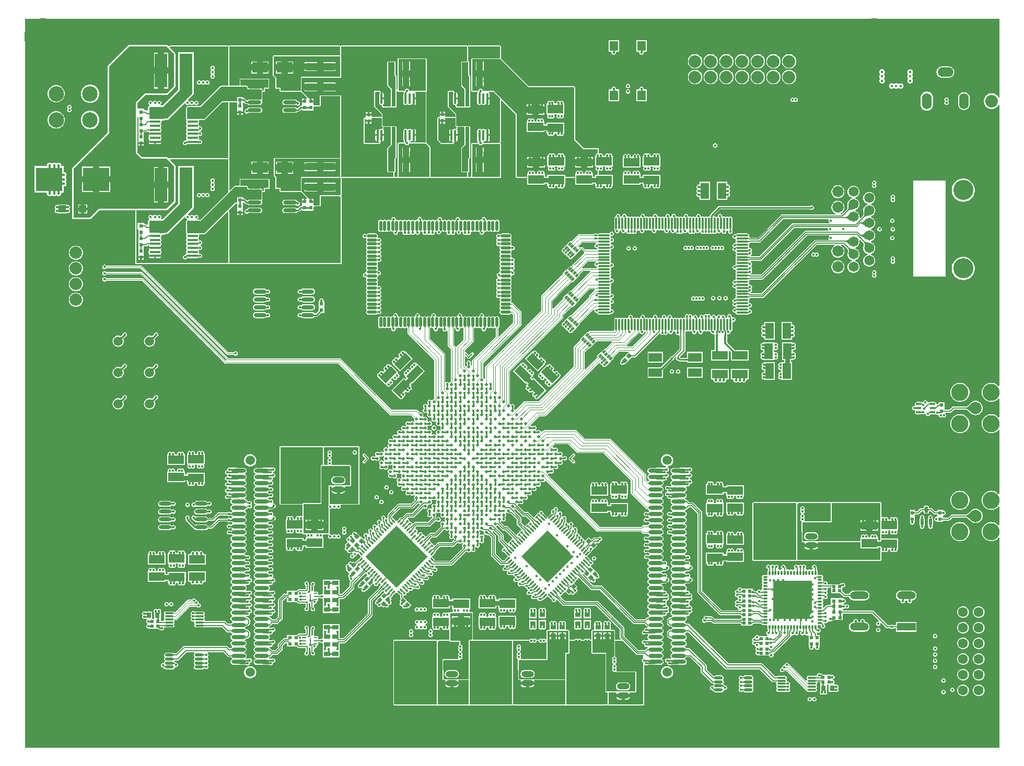
<source format=gtl>
G04 Layer_Physical_Order=1*
G04 Layer_Color=255*
%FSLAX44Y44*%
%MOMM*%
G71*
G01*
G75*
%ADD10R,0.6000X0.5000*%
%ADD11R,0.8000X0.9000*%
G04:AMPARAMS|DCode=12|XSize=0.25mm|YSize=0.95mm|CornerRadius=0mm|HoleSize=0mm|Usage=FLASHONLY|Rotation=225.000|XOffset=0mm|YOffset=0mm|HoleType=Round|Shape=Round|*
%AMOVALD12*
21,1,0.7000,0.2500,0.0000,0.0000,315.0*
1,1,0.2500,-0.2475,0.2475*
1,1,0.2500,0.2475,-0.2475*
%
%ADD12OVALD12*%

%ADD13C,0.5000*%
G04:AMPARAMS|DCode=14|XSize=0.25mm|YSize=0.95mm|CornerRadius=0mm|HoleSize=0mm|Usage=FLASHONLY|Rotation=315.000|XOffset=0mm|YOffset=0mm|HoleType=Round|Shape=Round|*
%AMOVALD14*
21,1,0.7000,0.2500,0.0000,0.0000,45.0*
1,1,0.2500,-0.2475,-0.2475*
1,1,0.2500,0.2475,0.2475*
%
%ADD14OVALD14*%

G04:AMPARAMS|DCode=15|XSize=0.3mm|YSize=0.8mm|CornerRadius=0mm|HoleSize=0mm|Usage=FLASHONLY|Rotation=45.000|XOffset=0mm|YOffset=0mm|HoleType=Round|Shape=Round|*
%AMOVALD15*
21,1,0.5000,0.3000,0.0000,0.0000,135.0*
1,1,0.3000,0.1768,-0.1768*
1,1,0.3000,-0.1768,0.1768*
%
%ADD15OVALD15*%

G04:AMPARAMS|DCode=16|XSize=0.3mm|YSize=0.8mm|CornerRadius=0mm|HoleSize=0mm|Usage=FLASHONLY|Rotation=135.000|XOffset=0mm|YOffset=0mm|HoleType=Round|Shape=Round|*
%AMOVALD16*
21,1,0.5000,0.3000,0.0000,0.0000,225.0*
1,1,0.3000,0.1768,0.1768*
1,1,0.3000,-0.1768,-0.1768*
%
%ADD16OVALD16*%

G04:AMPARAMS|DCode=17|XSize=0.5mm|YSize=0.6mm|CornerRadius=0mm|HoleSize=0mm|Usage=FLASHONLY|Rotation=135.000|XOffset=0mm|YOffset=0mm|HoleType=Round|Shape=Rectangle|*
%AMROTATEDRECTD17*
4,1,4,0.3889,0.0354,-0.0354,-0.3889,-0.3889,-0.0354,0.0354,0.3889,0.3889,0.0354,0.0*
%
%ADD17ROTATEDRECTD17*%

G04:AMPARAMS|DCode=18|XSize=0.5mm|YSize=0.6mm|CornerRadius=0mm|HoleSize=0mm|Usage=FLASHONLY|Rotation=45.000|XOffset=0mm|YOffset=0mm|HoleType=Round|Shape=Rectangle|*
%AMROTATEDRECTD18*
4,1,4,0.0354,-0.3889,-0.3889,0.0354,-0.0354,0.3889,0.3889,-0.0354,0.0354,-0.3889,0.0*
%
%ADD18ROTATEDRECTD18*%

%ADD19R,2.6000X1.4000*%
%ADD20R,1.2000X1.2000*%
%ADD21R,0.6096X0.6000*%
%ADD22O,0.5000X1.6500*%
%ADD23O,1.6500X0.5000*%
G04:AMPARAMS|DCode=24|XSize=0.6096mm|YSize=0.6mm|CornerRadius=0mm|HoleSize=0mm|Usage=FLASHONLY|Rotation=45.000|XOffset=0mm|YOffset=0mm|HoleType=Round|Shape=Rectangle|*
%AMROTATEDRECTD24*
4,1,4,-0.0034,-0.4277,-0.4277,-0.0034,0.0034,0.4277,0.4277,0.0034,-0.0034,-0.4277,0.0*
%
%ADD24ROTATEDRECTD24*%

%ADD25R,0.6000X0.6096*%
%ADD26R,0.5500X0.5000*%
%ADD27R,1.0160X0.8000*%
%ADD28R,0.5000X0.6000*%
%ADD29R,2.2000X1.4000*%
%ADD30O,0.3500X1.9500*%
%ADD31O,1.9500X0.3500*%
%ADD32R,0.9800X3.7000*%
%ADD33R,2.0000X5.5000*%
%ADD34R,2.5000X1.7000*%
%ADD35R,4.7000X1.1800*%
%ADD36O,2.2000X0.6000*%
%ADD37O,2.0000X0.7112*%
%ADD38O,2.0000X0.6000*%
%ADD39O,1.7800X0.4200*%
G04:AMPARAMS|DCode=40|XSize=3.3mm|YSize=2mm|CornerRadius=0.3mm|HoleSize=0mm|Usage=FLASHONLY|Rotation=90.000|XOffset=0mm|YOffset=0mm|HoleType=Round|Shape=RoundedRectangle|*
%AMROUNDEDRECTD40*
21,1,3.3000,1.4000,0,0,90.0*
21,1,2.7000,2.0000,0,0,90.0*
1,1,0.6000,0.7000,1.3500*
1,1,0.6000,0.7000,-1.3500*
1,1,0.6000,-0.7000,-1.3500*
1,1,0.6000,-0.7000,1.3500*
%
%ADD40ROUNDEDRECTD40*%
%ADD41O,2.0000X1.0000*%
%ADD42R,0.2500X0.9000*%
%ADD43C,0.2000*%
%ADD44O,0.2500X0.8500*%
%ADD45O,0.6500X0.2500*%
%ADD46O,0.7500X0.2500*%
%ADD47R,3.0480X1.2700*%
%ADD48O,3.0480X1.2700*%
%ADD49O,2.3368X0.6096*%
%ADD50O,0.4200X1.7800*%
G04:AMPARAMS|DCode=51|XSize=0.9906mm|YSize=0.5588mm|CornerRadius=0.0559mm|HoleSize=0mm|Usage=FLASHONLY|Rotation=90.000|XOffset=0mm|YOffset=0mm|HoleType=Round|Shape=RoundedRectangle|*
%AMROUNDEDRECTD51*
21,1,0.9906,0.4470,0,0,90.0*
21,1,0.8788,0.5588,0,0,90.0*
1,1,0.1118,0.2235,0.4394*
1,1,0.1118,0.2235,-0.4394*
1,1,0.1118,-0.2235,-0.4394*
1,1,0.1118,-0.2235,0.4394*
%
%ADD51ROUNDEDRECTD51*%
%ADD52O,0.3000X0.8000*%
%ADD53O,0.8000X0.3000*%
%ADD54R,4.2400X3.8100*%
G04:AMPARAMS|DCode=55|XSize=0.4mm|YSize=0.55mm|CornerRadius=0mm|HoleSize=0mm|Usage=FLASHONLY|Rotation=315.000|XOffset=0mm|YOffset=0mm|HoleType=Round|Shape=Rectangle|*
%AMROTATEDRECTD55*
4,1,4,-0.3359,-0.0530,0.0530,0.3359,0.3359,0.0530,-0.0530,-0.3359,-0.3359,-0.0530,0.0*
%
%ADD55ROTATEDRECTD55*%

G04:AMPARAMS|DCode=56|XSize=0.6096mm|YSize=0.6mm|CornerRadius=0mm|HoleSize=0mm|Usage=FLASHONLY|Rotation=315.000|XOffset=0mm|YOffset=0mm|HoleType=Round|Shape=Rectangle|*
%AMROTATEDRECTD56*
4,1,4,-0.4277,0.0034,-0.0034,0.4277,0.4277,-0.0034,0.0034,-0.4277,-0.4277,0.0034,0.0*
%
%ADD56ROTATEDRECTD56*%

G04:AMPARAMS|DCode=57|XSize=2.6mm|YSize=1.4mm|CornerRadius=0mm|HoleSize=0mm|Usage=FLASHONLY|Rotation=315.000|XOffset=0mm|YOffset=0mm|HoleType=Round|Shape=Rectangle|*
%AMROTATEDRECTD57*
4,1,4,-1.4142,0.4243,-0.4243,1.4142,1.4142,-0.4243,0.4243,-1.4142,-1.4142,0.4243,0.0*
%
%ADD57ROTATEDRECTD57*%

G04:AMPARAMS|DCode=58|XSize=2.6mm|YSize=1.4mm|CornerRadius=0mm|HoleSize=0mm|Usage=FLASHONLY|Rotation=45.000|XOffset=0mm|YOffset=0mm|HoleType=Round|Shape=Rectangle|*
%AMROTATEDRECTD58*
4,1,4,-0.4243,-1.4142,-1.4142,-0.4243,0.4243,1.4142,1.4142,0.4243,-0.4243,-1.4142,0.0*
%
%ADD58ROTATEDRECTD58*%

%ADD59R,1.4000X2.6000*%
%ADD60O,1.4000X0.5000*%
%ADD61O,1.4000X0.3000*%
%ADD62R,1.4000X1.6000*%
%ADD63O,0.9000X0.4000*%
%ADD64R,0.9000X0.8000*%
%ADD65C,1.5000*%
%ADD66C,0.1800*%
%ADD67C,0.2500*%
%ADD68C,0.8000*%
%ADD69C,0.3500*%
%ADD70C,0.1000*%
%ADD71C,0.1500*%
G04:AMPARAMS|DCode=72|XSize=7.15mm|YSize=7.125mm|CornerRadius=0mm|HoleSize=0mm|Usage=FLASHONLY|Rotation=45.000|XOffset=0mm|YOffset=0mm|HoleType=Round|Shape=Rectangle|*
%AMROTATEDRECTD72*
4,1,4,-0.0088,-5.0470,-5.0470,-0.0088,0.0088,5.0470,5.0470,0.0088,-0.0088,-5.0470,0.0*
%
%ADD72ROTATEDRECTD72*%

%ADD73C,0.4000*%
%ADD74C,0.7000*%
%ADD75O,2.6000X1.5400*%
%ADD76O,1.5400X2.6000*%
%ADD77C,2.0320*%
%ADD78C,1.8288*%
%ADD79C,1.6510*%
%ADD80C,3.2512*%
%ADD81C,2.2860*%
%ADD82C,1.6000*%
%ADD83R,2.4000X3.1000*%
%ADD84R,2.7000X2.5000*%
%ADD85C,6.0000*%
%ADD86C,2.0000*%
%ADD87R,4.2000X3.0000*%
%ADD88C,2.8000*%
%ADD89C,2.5000*%
G36*
X2088750Y1564619D02*
X2087408Y1563839D01*
X2087250Y1563871D01*
X2086274Y1565464D01*
X2084980Y1566980D01*
X2083464Y1568274D01*
X2081765Y1569315D01*
X2079924Y1570078D01*
X2077987Y1570543D01*
X2076000Y1570699D01*
X2074013Y1570543D01*
X2072076Y1570078D01*
X2070235Y1569315D01*
X2068536Y1568274D01*
X2067020Y1566980D01*
X2065726Y1565464D01*
X2064685Y1563765D01*
X2063922Y1561924D01*
X2063457Y1559987D01*
X2063301Y1558000D01*
X2063457Y1556013D01*
X2063922Y1554076D01*
X2064685Y1552235D01*
X2065726Y1550536D01*
X2067020Y1549020D01*
X2068536Y1547726D01*
X2070235Y1546685D01*
X2072076Y1545922D01*
X2074013Y1545457D01*
X2076000Y1545301D01*
X2077987Y1545457D01*
X2079924Y1545922D01*
X2081765Y1546685D01*
X2083464Y1547726D01*
X2084980Y1549020D01*
X2086274Y1550536D01*
X2087250Y1552129D01*
X2087408Y1552161D01*
X2088750Y1551381D01*
X2088750Y1095945D01*
X2087250Y1095392D01*
X2086394Y1096394D01*
X2084539Y1097979D01*
X2082459Y1099253D01*
X2080205Y1100187D01*
X2077832Y1100757D01*
X2075400Y1100948D01*
X2072968Y1100757D01*
X2070595Y1100187D01*
X2068341Y1099253D01*
X2066261Y1097979D01*
X2064406Y1096394D01*
X2062822Y1094539D01*
X2061547Y1092459D01*
X2060613Y1090205D01*
X2060043Y1087832D01*
X2059852Y1085400D01*
X2060043Y1082968D01*
X2060613Y1080595D01*
X2061547Y1078341D01*
X2062822Y1076261D01*
X2064406Y1074406D01*
X2066261Y1072822D01*
X2068341Y1071547D01*
X2070595Y1070613D01*
X2072968Y1070043D01*
X2075400Y1069852D01*
X2077832Y1070043D01*
X2080205Y1070613D01*
X2082459Y1071547D01*
X2084539Y1072822D01*
X2086394Y1074406D01*
X2087250Y1075408D01*
X2088750Y1074855D01*
Y1045145D01*
X2087250Y1044592D01*
X2086394Y1045594D01*
X2084539Y1047178D01*
X2082459Y1048453D01*
X2080205Y1049387D01*
X2077832Y1049957D01*
X2075400Y1050148D01*
X2072968Y1049957D01*
X2070595Y1049387D01*
X2068341Y1048453D01*
X2066261Y1047178D01*
X2064406Y1045594D01*
X2062822Y1043739D01*
X2061547Y1041659D01*
X2060613Y1039405D01*
X2060043Y1037032D01*
X2059852Y1034600D01*
X2060043Y1032168D01*
X2060613Y1029795D01*
X2061547Y1027541D01*
X2062822Y1025461D01*
X2064406Y1023606D01*
X2066261Y1022021D01*
X2068341Y1020747D01*
X2070595Y1019813D01*
X2072968Y1019243D01*
X2075400Y1019052D01*
X2077832Y1019243D01*
X2080205Y1019813D01*
X2082459Y1020747D01*
X2084539Y1022021D01*
X2086394Y1023606D01*
X2087250Y1024608D01*
X2088750Y1024055D01*
Y920945D01*
X2087250Y920392D01*
X2086394Y921394D01*
X2084539Y922979D01*
X2082459Y924253D01*
X2080205Y925187D01*
X2077832Y925757D01*
X2075400Y925948D01*
X2072968Y925757D01*
X2070595Y925187D01*
X2068341Y924253D01*
X2066261Y922979D01*
X2064406Y921394D01*
X2062822Y919539D01*
X2061547Y917459D01*
X2060613Y915205D01*
X2060043Y912832D01*
X2059852Y910400D01*
X2060043Y907968D01*
X2060613Y905595D01*
X2061547Y903341D01*
X2062822Y901261D01*
X2064406Y899406D01*
X2066261Y897822D01*
X2068341Y896547D01*
X2070595Y895613D01*
X2072968Y895043D01*
X2075400Y894852D01*
X2077832Y895043D01*
X2080205Y895613D01*
X2082459Y896547D01*
X2084539Y897822D01*
X2086394Y899406D01*
X2087250Y900408D01*
X2088750Y899855D01*
Y870145D01*
X2087250Y869592D01*
X2086394Y870594D01*
X2084539Y872178D01*
X2082459Y873453D01*
X2080205Y874387D01*
X2077832Y874957D01*
X2075400Y875148D01*
X2072968Y874957D01*
X2070595Y874387D01*
X2068341Y873453D01*
X2066261Y872178D01*
X2064406Y870594D01*
X2062822Y868739D01*
X2061547Y866659D01*
X2060613Y864405D01*
X2060043Y862032D01*
X2059852Y859600D01*
X2060043Y857168D01*
X2060613Y854795D01*
X2061547Y852541D01*
X2062822Y850461D01*
X2064406Y848606D01*
X2066261Y847021D01*
X2068341Y845747D01*
X2070595Y844813D01*
X2072968Y844243D01*
X2075400Y844052D01*
X2077832Y844243D01*
X2080205Y844813D01*
X2082459Y845747D01*
X2084539Y847021D01*
X2086394Y848606D01*
X2087250Y849608D01*
X2088750Y849055D01*
X2088750Y508750D01*
X509750D01*
X509750Y1691750D01*
X2088750Y1691750D01*
X2088750Y1564619D01*
D02*
G37*
%LPC*%
G36*
X1517000Y1657000D02*
X1500000D01*
Y1638000D01*
X1503684D01*
X1504969Y1636750D01*
X1505090Y1635836D01*
X1505443Y1634985D01*
X1506004Y1634254D01*
X1506735Y1633693D01*
X1507586Y1633340D01*
X1508500Y1633220D01*
X1509413Y1633340D01*
X1510265Y1633693D01*
X1510996Y1634254D01*
X1511557Y1634985D01*
X1511910Y1635836D01*
X1512030Y1636750D01*
X1513316Y1638000D01*
X1517000D01*
Y1657000D01*
D02*
G37*
G36*
X1472000D02*
X1455000D01*
Y1638000D01*
X1458684D01*
X1459969Y1636750D01*
X1460090Y1635836D01*
X1460443Y1634985D01*
X1461004Y1634254D01*
X1461735Y1633693D01*
X1462586Y1633340D01*
X1463500Y1633220D01*
X1464413Y1633340D01*
X1465265Y1633693D01*
X1465996Y1634254D01*
X1466557Y1634985D01*
X1466910Y1635836D01*
X1467030Y1636750D01*
X1468316Y1638000D01*
X1472000D01*
Y1657000D01*
D02*
G37*
G36*
X1747700Y1634196D02*
X1745870Y1634052D01*
X1744086Y1633624D01*
X1742390Y1632921D01*
X1740825Y1631962D01*
X1739429Y1630770D01*
X1738237Y1629375D01*
X1737278Y1627810D01*
X1736576Y1626114D01*
X1736148Y1624330D01*
X1736004Y1622500D01*
X1736148Y1620670D01*
X1736576Y1618886D01*
X1737278Y1617190D01*
X1738237Y1615625D01*
X1739429Y1614230D01*
X1740825Y1613038D01*
X1742390Y1612079D01*
X1744086Y1611376D01*
X1745870Y1610948D01*
X1747700Y1610804D01*
X1749529Y1610948D01*
X1751314Y1611376D01*
X1753010Y1612079D01*
X1754574Y1613038D01*
X1755970Y1614230D01*
X1757162Y1615625D01*
X1758121Y1617190D01*
X1758823Y1618886D01*
X1759252Y1620670D01*
X1759396Y1622500D01*
X1759252Y1624330D01*
X1758823Y1626114D01*
X1758121Y1627810D01*
X1757162Y1629375D01*
X1755970Y1630770D01*
X1754574Y1631962D01*
X1753010Y1632921D01*
X1751314Y1633624D01*
X1749529Y1634052D01*
X1747700Y1634196D01*
D02*
G37*
G36*
X1722300D02*
X1720470Y1634052D01*
X1718685Y1633624D01*
X1716990Y1632921D01*
X1715425Y1631962D01*
X1714029Y1630770D01*
X1712838Y1629375D01*
X1711879Y1627810D01*
X1711176Y1626114D01*
X1710748Y1624330D01*
X1710604Y1622500D01*
X1710748Y1620670D01*
X1711176Y1618886D01*
X1711879Y1617190D01*
X1712838Y1615625D01*
X1714029Y1614230D01*
X1715425Y1613038D01*
X1716990Y1612079D01*
X1718685Y1611376D01*
X1720470Y1610948D01*
X1722300Y1610804D01*
X1724129Y1610948D01*
X1725914Y1611376D01*
X1727610Y1612079D01*
X1729174Y1613038D01*
X1730570Y1614230D01*
X1731762Y1615625D01*
X1732721Y1617190D01*
X1733423Y1618886D01*
X1733852Y1620670D01*
X1733996Y1622500D01*
X1733852Y1624330D01*
X1733423Y1626114D01*
X1732721Y1627810D01*
X1731762Y1629375D01*
X1730570Y1630770D01*
X1729174Y1631962D01*
X1727610Y1632921D01*
X1725914Y1633624D01*
X1724129Y1634052D01*
X1722300Y1634196D01*
D02*
G37*
G36*
X1696900D02*
X1695070Y1634052D01*
X1693286Y1633624D01*
X1691590Y1632921D01*
X1690025Y1631962D01*
X1688629Y1630770D01*
X1687437Y1629375D01*
X1686478Y1627810D01*
X1685776Y1626114D01*
X1685348Y1624330D01*
X1685204Y1622500D01*
X1685348Y1620670D01*
X1685776Y1618886D01*
X1686478Y1617190D01*
X1687437Y1615625D01*
X1688629Y1614230D01*
X1690025Y1613038D01*
X1691590Y1612079D01*
X1693286Y1611376D01*
X1695070Y1610948D01*
X1696900Y1610804D01*
X1698729Y1610948D01*
X1700514Y1611376D01*
X1702210Y1612079D01*
X1703775Y1613038D01*
X1705170Y1614230D01*
X1706362Y1615625D01*
X1707321Y1617190D01*
X1708023Y1618886D01*
X1708452Y1620670D01*
X1708596Y1622500D01*
X1708452Y1624330D01*
X1708023Y1626114D01*
X1707321Y1627810D01*
X1706362Y1629375D01*
X1705170Y1630770D01*
X1703775Y1631962D01*
X1702210Y1632921D01*
X1700514Y1633624D01*
X1698729Y1634052D01*
X1696900Y1634196D01*
D02*
G37*
G36*
X1671500D02*
X1669670Y1634052D01*
X1667885Y1633624D01*
X1666190Y1632921D01*
X1664625Y1631962D01*
X1663229Y1630770D01*
X1662038Y1629375D01*
X1661078Y1627810D01*
X1660376Y1626114D01*
X1659948Y1624330D01*
X1659804Y1622500D01*
X1659948Y1620670D01*
X1660376Y1618886D01*
X1661078Y1617190D01*
X1662038Y1615625D01*
X1663229Y1614230D01*
X1664625Y1613038D01*
X1666190Y1612079D01*
X1667885Y1611376D01*
X1669670Y1610948D01*
X1671500Y1610804D01*
X1673329Y1610948D01*
X1675114Y1611376D01*
X1676810Y1612079D01*
X1678374Y1613038D01*
X1679770Y1614230D01*
X1680962Y1615625D01*
X1681921Y1617190D01*
X1682623Y1618886D01*
X1683052Y1620670D01*
X1683196Y1622500D01*
X1683052Y1624330D01*
X1682623Y1626114D01*
X1681921Y1627810D01*
X1680962Y1629375D01*
X1679770Y1630770D01*
X1678374Y1631962D01*
X1676810Y1632921D01*
X1675114Y1633624D01*
X1673329Y1634052D01*
X1671500Y1634196D01*
D02*
G37*
G36*
X1646100D02*
X1644270Y1634052D01*
X1642486Y1633624D01*
X1640790Y1632921D01*
X1639225Y1631962D01*
X1637829Y1630770D01*
X1636638Y1629375D01*
X1635679Y1627810D01*
X1634976Y1626114D01*
X1634548Y1624330D01*
X1634404Y1622500D01*
X1634548Y1620670D01*
X1634976Y1618886D01*
X1635679Y1617190D01*
X1636638Y1615625D01*
X1637829Y1614230D01*
X1639225Y1613038D01*
X1640790Y1612079D01*
X1642486Y1611376D01*
X1644270Y1610948D01*
X1646100Y1610804D01*
X1647929Y1610948D01*
X1649714Y1611376D01*
X1651410Y1612079D01*
X1652975Y1613038D01*
X1654370Y1614230D01*
X1655562Y1615625D01*
X1656521Y1617190D01*
X1657223Y1618886D01*
X1657652Y1620670D01*
X1657796Y1622500D01*
X1657652Y1624330D01*
X1657223Y1626114D01*
X1656521Y1627810D01*
X1655562Y1629375D01*
X1654370Y1630770D01*
X1652975Y1631962D01*
X1651410Y1632921D01*
X1649714Y1633624D01*
X1647929Y1634052D01*
X1646100Y1634196D01*
D02*
G37*
G36*
X1620700D02*
X1618870Y1634052D01*
X1617086Y1633624D01*
X1615390Y1632921D01*
X1613825Y1631962D01*
X1612429Y1630770D01*
X1611237Y1629375D01*
X1610278Y1627810D01*
X1609576Y1626114D01*
X1609148Y1624330D01*
X1609004Y1622500D01*
X1609148Y1620670D01*
X1609576Y1618886D01*
X1610278Y1617190D01*
X1611237Y1615625D01*
X1612429Y1614230D01*
X1613825Y1613038D01*
X1615390Y1612079D01*
X1617086Y1611376D01*
X1618870Y1610948D01*
X1620700Y1610804D01*
X1622529Y1610948D01*
X1624314Y1611376D01*
X1626010Y1612079D01*
X1627574Y1613038D01*
X1628970Y1614230D01*
X1630162Y1615625D01*
X1631121Y1617190D01*
X1631823Y1618886D01*
X1632252Y1620670D01*
X1632396Y1622500D01*
X1632252Y1624330D01*
X1631823Y1626114D01*
X1631121Y1627810D01*
X1630162Y1629375D01*
X1628970Y1630770D01*
X1627574Y1631962D01*
X1626010Y1632921D01*
X1624314Y1633624D01*
X1622529Y1634052D01*
X1620700Y1634196D01*
D02*
G37*
G36*
X1595300D02*
X1593470Y1634052D01*
X1591685Y1633624D01*
X1589990Y1632921D01*
X1588425Y1631962D01*
X1587029Y1630770D01*
X1585838Y1629375D01*
X1584879Y1627810D01*
X1584176Y1626114D01*
X1583748Y1624330D01*
X1583604Y1622500D01*
X1583748Y1620670D01*
X1584176Y1618886D01*
X1584879Y1617190D01*
X1585838Y1615625D01*
X1587029Y1614230D01*
X1588425Y1613038D01*
X1589990Y1612079D01*
X1591685Y1611376D01*
X1593470Y1610948D01*
X1595300Y1610804D01*
X1597129Y1610948D01*
X1598914Y1611376D01*
X1600610Y1612079D01*
X1602175Y1613038D01*
X1603570Y1614230D01*
X1604762Y1615625D01*
X1605721Y1617190D01*
X1606423Y1618886D01*
X1606852Y1620670D01*
X1606996Y1622500D01*
X1606852Y1624330D01*
X1606423Y1626114D01*
X1605721Y1627810D01*
X1604762Y1629375D01*
X1603570Y1630770D01*
X1602175Y1631962D01*
X1600610Y1632921D01*
X1598914Y1633624D01*
X1597129Y1634052D01*
X1595300Y1634196D01*
D02*
G37*
G36*
X2006300Y1614245D02*
X1995700D01*
X1993896Y1614067D01*
X1992162Y1613541D01*
X1990564Y1612686D01*
X1989163Y1611537D01*
X1988013Y1610136D01*
X1987159Y1608538D01*
X1986633Y1606803D01*
X1986456Y1605000D01*
X1986633Y1603197D01*
X1987159Y1601462D01*
X1988013Y1599864D01*
X1989163Y1598463D01*
X1990564Y1597314D01*
X1992162Y1596459D01*
X1993896Y1595933D01*
X1995700Y1595755D01*
X2006300D01*
X2008103Y1595933D01*
X2009838Y1596459D01*
X2011436Y1597314D01*
X2012837Y1598463D01*
X2013987Y1599864D01*
X2014841Y1601462D01*
X2015367Y1603197D01*
X2015544Y1605000D01*
X2015367Y1606803D01*
X2014841Y1608538D01*
X2013987Y1610136D01*
X2012837Y1611537D01*
X2011436Y1612686D01*
X2009838Y1613541D01*
X2008103Y1614067D01*
X2006300Y1614245D01*
D02*
G37*
G36*
X1943850Y1609889D02*
X1942675Y1609734D01*
X1941581Y1609281D01*
X1940641Y1608559D01*
X1939919Y1607619D01*
X1939466Y1606525D01*
X1939311Y1605350D01*
X1939466Y1604175D01*
X1939919Y1603081D01*
X1940641Y1602141D01*
Y1601309D01*
X1939919Y1600369D01*
X1939466Y1599275D01*
X1939311Y1598100D01*
X1939466Y1596925D01*
X1939919Y1595831D01*
X1940008Y1595715D01*
X1940510Y1594600D01*
X1940008Y1593485D01*
X1939919Y1593369D01*
X1939466Y1592275D01*
X1939311Y1591100D01*
X1939466Y1589925D01*
X1939919Y1588831D01*
X1940641Y1587891D01*
X1941581Y1587169D01*
X1942675Y1586716D01*
X1943850Y1586561D01*
X1945025Y1586716D01*
X1946119Y1587169D01*
X1947059Y1587891D01*
X1947781Y1588831D01*
X1948234Y1589925D01*
X1948389Y1591100D01*
X1948234Y1592275D01*
X1947781Y1593369D01*
X1947692Y1593485D01*
X1947190Y1594600D01*
X1947692Y1595715D01*
X1947781Y1595831D01*
X1948234Y1596925D01*
X1948389Y1598100D01*
X1948234Y1599275D01*
X1947781Y1600369D01*
X1947059Y1601309D01*
Y1602141D01*
X1947781Y1603081D01*
X1948234Y1604175D01*
X1948389Y1605350D01*
X1948234Y1606525D01*
X1947781Y1607619D01*
X1947059Y1608559D01*
X1946119Y1609281D01*
X1945025Y1609734D01*
X1943850Y1609889D01*
D02*
G37*
G36*
X1898350D02*
X1897175Y1609734D01*
X1896081Y1609281D01*
X1895141Y1608559D01*
X1894419Y1607619D01*
X1893966Y1606525D01*
X1893811Y1605350D01*
X1893966Y1604175D01*
X1894419Y1603081D01*
X1895141Y1602141D01*
Y1601309D01*
X1894419Y1600369D01*
X1893966Y1599275D01*
X1893811Y1598100D01*
X1893966Y1596925D01*
X1894419Y1595831D01*
X1894508Y1595715D01*
X1895010Y1594600D01*
X1894508Y1593485D01*
X1894419Y1593369D01*
X1893966Y1592275D01*
X1893811Y1591100D01*
X1893966Y1589925D01*
X1894419Y1588831D01*
X1895141Y1587891D01*
X1896081Y1587169D01*
X1897175Y1586716D01*
X1898350Y1586561D01*
X1899525Y1586716D01*
X1900619Y1587169D01*
X1901559Y1587891D01*
X1902281Y1588831D01*
X1902734Y1589925D01*
X1902889Y1591100D01*
X1902734Y1592275D01*
X1902281Y1593369D01*
X1902192Y1593485D01*
X1901690Y1594600D01*
X1902192Y1595715D01*
X1902281Y1595831D01*
X1902734Y1596925D01*
X1902889Y1598100D01*
X1902734Y1599275D01*
X1902281Y1600369D01*
X1901559Y1601309D01*
Y1602141D01*
X1902281Y1603081D01*
X1902734Y1604175D01*
X1902889Y1605350D01*
X1902734Y1606525D01*
X1902281Y1607619D01*
X1901559Y1608559D01*
X1900619Y1609281D01*
X1899525Y1609734D01*
X1898350Y1609889D01*
D02*
G37*
G36*
X1928600Y1587139D02*
X1927425Y1586985D01*
X1926331Y1586531D01*
X1925900Y1586201D01*
X1924850Y1585943D01*
X1923800Y1586201D01*
X1923369Y1586531D01*
X1922275Y1586985D01*
X1921100Y1587139D01*
X1919925Y1586985D01*
X1918831Y1586531D01*
X1918715Y1586442D01*
X1917600Y1585941D01*
X1916485Y1586442D01*
X1916369Y1586531D01*
X1915275Y1586985D01*
X1914100Y1587139D01*
X1912925Y1586985D01*
X1911831Y1586531D01*
X1910891Y1585810D01*
X1910169Y1584870D01*
X1909716Y1583775D01*
X1909561Y1582600D01*
X1909716Y1581426D01*
X1910169Y1580331D01*
X1910891Y1579391D01*
X1911831Y1578670D01*
X1912925Y1578216D01*
X1914100Y1578062D01*
X1915275Y1578216D01*
X1916369Y1578670D01*
X1916485Y1578758D01*
X1917600Y1579260D01*
X1918715Y1578758D01*
X1918831Y1578670D01*
X1919925Y1578216D01*
X1921100Y1578062D01*
X1922275Y1578216D01*
X1923369Y1578670D01*
X1923800Y1579000D01*
X1924850Y1579258D01*
X1925900Y1579000D01*
X1926331Y1578670D01*
X1927425Y1578216D01*
X1928600Y1578062D01*
X1929775Y1578216D01*
X1930869Y1578670D01*
X1931809Y1579391D01*
X1932531Y1580331D01*
X1932984Y1581426D01*
X1933139Y1582600D01*
X1932984Y1583775D01*
X1932531Y1584870D01*
X1931809Y1585810D01*
X1930869Y1586531D01*
X1929775Y1586985D01*
X1928600Y1587139D01*
D02*
G37*
G36*
X1747700Y1608796D02*
X1745870Y1608652D01*
X1744086Y1608224D01*
X1742390Y1607521D01*
X1740825Y1606562D01*
X1739429Y1605370D01*
X1738237Y1603975D01*
X1737278Y1602410D01*
X1736576Y1600714D01*
X1736148Y1598930D01*
X1736004Y1597100D01*
X1736148Y1595270D01*
X1736576Y1593486D01*
X1737278Y1591790D01*
X1738237Y1590225D01*
X1739429Y1588830D01*
X1740825Y1587638D01*
X1742390Y1586679D01*
X1744086Y1585976D01*
X1745870Y1585548D01*
X1747700Y1585404D01*
X1749529Y1585548D01*
X1751314Y1585976D01*
X1753010Y1586679D01*
X1754574Y1587638D01*
X1755970Y1588830D01*
X1757162Y1590225D01*
X1758121Y1591790D01*
X1758823Y1593486D01*
X1759252Y1595270D01*
X1759396Y1597100D01*
X1759252Y1598930D01*
X1758823Y1600714D01*
X1758121Y1602410D01*
X1757162Y1603975D01*
X1755970Y1605370D01*
X1754574Y1606562D01*
X1753010Y1607521D01*
X1751314Y1608224D01*
X1749529Y1608652D01*
X1747700Y1608796D01*
D02*
G37*
G36*
X1722300D02*
X1720470Y1608652D01*
X1718685Y1608224D01*
X1716990Y1607521D01*
X1715425Y1606562D01*
X1714029Y1605370D01*
X1712838Y1603975D01*
X1711879Y1602410D01*
X1711176Y1600714D01*
X1710748Y1598930D01*
X1710604Y1597100D01*
X1710748Y1595270D01*
X1711176Y1593486D01*
X1711879Y1591790D01*
X1712838Y1590225D01*
X1714029Y1588830D01*
X1715425Y1587638D01*
X1716990Y1586679D01*
X1718685Y1585976D01*
X1720470Y1585548D01*
X1722300Y1585404D01*
X1724129Y1585548D01*
X1725914Y1585976D01*
X1727610Y1586679D01*
X1729174Y1587638D01*
X1730570Y1588830D01*
X1731762Y1590225D01*
X1732721Y1591790D01*
X1733423Y1593486D01*
X1733852Y1595270D01*
X1733996Y1597100D01*
X1733852Y1598930D01*
X1733423Y1600714D01*
X1732721Y1602410D01*
X1731762Y1603975D01*
X1730570Y1605370D01*
X1729174Y1606562D01*
X1727610Y1607521D01*
X1725914Y1608224D01*
X1724129Y1608652D01*
X1722300Y1608796D01*
D02*
G37*
G36*
X1696900D02*
X1695070Y1608652D01*
X1693286Y1608224D01*
X1691590Y1607521D01*
X1690025Y1606562D01*
X1688629Y1605370D01*
X1687437Y1603975D01*
X1686478Y1602410D01*
X1685776Y1600714D01*
X1685348Y1598930D01*
X1685204Y1597100D01*
X1685348Y1595270D01*
X1685776Y1593486D01*
X1686478Y1591790D01*
X1687437Y1590225D01*
X1688629Y1588830D01*
X1690025Y1587638D01*
X1691590Y1586679D01*
X1693286Y1585976D01*
X1695070Y1585548D01*
X1696900Y1585404D01*
X1698729Y1585548D01*
X1700514Y1585976D01*
X1702210Y1586679D01*
X1703775Y1587638D01*
X1705170Y1588830D01*
X1706362Y1590225D01*
X1707321Y1591790D01*
X1708023Y1593486D01*
X1708452Y1595270D01*
X1708596Y1597100D01*
X1708452Y1598930D01*
X1708023Y1600714D01*
X1707321Y1602410D01*
X1706362Y1603975D01*
X1705170Y1605370D01*
X1703775Y1606562D01*
X1702210Y1607521D01*
X1700514Y1608224D01*
X1698729Y1608652D01*
X1696900Y1608796D01*
D02*
G37*
G36*
X1671500D02*
X1669670Y1608652D01*
X1667885Y1608224D01*
X1666190Y1607521D01*
X1664625Y1606562D01*
X1663229Y1605370D01*
X1662038Y1603975D01*
X1661078Y1602410D01*
X1660376Y1600714D01*
X1659948Y1598930D01*
X1659804Y1597100D01*
X1659948Y1595270D01*
X1660376Y1593486D01*
X1661078Y1591790D01*
X1662038Y1590225D01*
X1663229Y1588830D01*
X1664625Y1587638D01*
X1666190Y1586679D01*
X1667885Y1585976D01*
X1669670Y1585548D01*
X1671500Y1585404D01*
X1673329Y1585548D01*
X1675114Y1585976D01*
X1676810Y1586679D01*
X1678374Y1587638D01*
X1679770Y1588830D01*
X1680962Y1590225D01*
X1681921Y1591790D01*
X1682623Y1593486D01*
X1683052Y1595270D01*
X1683196Y1597100D01*
X1683052Y1598930D01*
X1682623Y1600714D01*
X1681921Y1602410D01*
X1680962Y1603975D01*
X1679770Y1605370D01*
X1678374Y1606562D01*
X1676810Y1607521D01*
X1675114Y1608224D01*
X1673329Y1608652D01*
X1671500Y1608796D01*
D02*
G37*
G36*
X1646100D02*
X1644270Y1608652D01*
X1642486Y1608224D01*
X1640790Y1607521D01*
X1639225Y1606562D01*
X1637829Y1605370D01*
X1636638Y1603975D01*
X1635679Y1602410D01*
X1634976Y1600714D01*
X1634548Y1598930D01*
X1634404Y1597100D01*
X1634548Y1595270D01*
X1634976Y1593486D01*
X1635679Y1591790D01*
X1636638Y1590225D01*
X1637829Y1588830D01*
X1639225Y1587638D01*
X1640790Y1586679D01*
X1642486Y1585976D01*
X1644270Y1585548D01*
X1646100Y1585404D01*
X1647929Y1585548D01*
X1649714Y1585976D01*
X1651410Y1586679D01*
X1652975Y1587638D01*
X1654370Y1588830D01*
X1655562Y1590225D01*
X1656521Y1591790D01*
X1657223Y1593486D01*
X1657652Y1595270D01*
X1657796Y1597100D01*
X1657652Y1598930D01*
X1657223Y1600714D01*
X1656521Y1602410D01*
X1655562Y1603975D01*
X1654370Y1605370D01*
X1652975Y1606562D01*
X1651410Y1607521D01*
X1649714Y1608224D01*
X1647929Y1608652D01*
X1646100Y1608796D01*
D02*
G37*
G36*
X1620700D02*
X1618870Y1608652D01*
X1617086Y1608224D01*
X1615390Y1607521D01*
X1613825Y1606562D01*
X1612429Y1605370D01*
X1611237Y1603975D01*
X1610278Y1602410D01*
X1609576Y1600714D01*
X1609148Y1598930D01*
X1609004Y1597100D01*
X1609148Y1595270D01*
X1609576Y1593486D01*
X1610278Y1591790D01*
X1611237Y1590225D01*
X1612429Y1588830D01*
X1613825Y1587638D01*
X1615390Y1586679D01*
X1617086Y1585976D01*
X1618870Y1585548D01*
X1620700Y1585404D01*
X1622529Y1585548D01*
X1624314Y1585976D01*
X1626010Y1586679D01*
X1627574Y1587638D01*
X1628970Y1588830D01*
X1630162Y1590225D01*
X1631121Y1591790D01*
X1631823Y1593486D01*
X1632252Y1595270D01*
X1632396Y1597100D01*
X1632252Y1598930D01*
X1631823Y1600714D01*
X1631121Y1602410D01*
X1630162Y1603975D01*
X1628970Y1605370D01*
X1627574Y1606562D01*
X1626010Y1607521D01*
X1624314Y1608224D01*
X1622529Y1608652D01*
X1620700Y1608796D01*
D02*
G37*
G36*
X1595300D02*
X1593470Y1608652D01*
X1591685Y1608224D01*
X1589990Y1607521D01*
X1588425Y1606562D01*
X1587029Y1605370D01*
X1585838Y1603975D01*
X1584879Y1602410D01*
X1584176Y1600714D01*
X1583748Y1598930D01*
X1583604Y1597100D01*
X1583748Y1595270D01*
X1584176Y1593486D01*
X1584879Y1591790D01*
X1585838Y1590225D01*
X1587029Y1588830D01*
X1588425Y1587638D01*
X1589990Y1586679D01*
X1591685Y1585976D01*
X1593470Y1585548D01*
X1595300Y1585404D01*
X1597129Y1585548D01*
X1598914Y1585976D01*
X1600610Y1586679D01*
X1602175Y1587638D01*
X1603570Y1588830D01*
X1604762Y1590225D01*
X1605721Y1591790D01*
X1606423Y1593486D01*
X1606852Y1595270D01*
X1606996Y1597100D01*
X1606852Y1598930D01*
X1606423Y1600714D01*
X1605721Y1602410D01*
X1604762Y1603975D01*
X1603570Y1605370D01*
X1602175Y1606562D01*
X1600610Y1607521D01*
X1598914Y1608224D01*
X1597129Y1608652D01*
X1595300Y1608796D01*
D02*
G37*
G36*
X1486670Y1586030D02*
X1485756Y1585910D01*
X1484905Y1585557D01*
X1484173Y1584996D01*
X1483613Y1584265D01*
X1483260Y1583414D01*
X1483140Y1582500D01*
X1483260Y1581586D01*
X1483613Y1580735D01*
X1484173Y1580004D01*
X1484905Y1579443D01*
X1485756Y1579090D01*
X1486670Y1578970D01*
X1487583Y1579090D01*
X1488435Y1579443D01*
X1489166Y1580004D01*
X1489727Y1580735D01*
X1490080Y1581586D01*
X1490200Y1582500D01*
X1490080Y1583414D01*
X1489727Y1584265D01*
X1489166Y1584996D01*
X1488435Y1585557D01*
X1487583Y1585910D01*
X1486670Y1586030D01*
D02*
G37*
G36*
X1486750Y1577030D02*
X1485836Y1576910D01*
X1484985Y1576557D01*
X1484254Y1575996D01*
X1483692Y1575265D01*
X1483340Y1574414D01*
X1483220Y1573500D01*
X1483340Y1572586D01*
X1483692Y1571735D01*
X1484254Y1571004D01*
X1484985Y1570443D01*
X1485836Y1570090D01*
X1486750Y1569970D01*
X1487663Y1570090D01*
X1488515Y1570443D01*
X1489246Y1571004D01*
X1489807Y1571735D01*
X1490160Y1572586D01*
X1490280Y1573500D01*
X1490160Y1574414D01*
X1489807Y1575265D01*
X1489246Y1575996D01*
X1488515Y1576557D01*
X1487663Y1576910D01*
X1486750Y1577030D01*
D02*
G37*
G36*
X1758548Y1563627D02*
X1757634Y1563507D01*
X1756783Y1563154D01*
X1756048Y1562596D01*
X1755313Y1563154D01*
X1754461Y1563507D01*
X1753548Y1563627D01*
X1752634Y1563507D01*
X1751783Y1563154D01*
X1751051Y1562593D01*
X1750491Y1561862D01*
X1750138Y1561011D01*
X1750018Y1560097D01*
X1750138Y1559183D01*
X1750491Y1558332D01*
X1751051Y1557601D01*
X1751783Y1557040D01*
X1752634Y1556687D01*
X1753548Y1556567D01*
X1754461Y1556687D01*
X1755313Y1557040D01*
X1756048Y1557598D01*
X1756783Y1557040D01*
X1757634Y1556687D01*
X1758548Y1556567D01*
X1759461Y1556687D01*
X1760313Y1557040D01*
X1761044Y1557601D01*
X1761605Y1558332D01*
X1761958Y1559183D01*
X1762078Y1560097D01*
X1761958Y1561011D01*
X1761605Y1561862D01*
X1761044Y1562593D01*
X1760313Y1563154D01*
X1759461Y1563507D01*
X1758548Y1563627D01*
D02*
G37*
G36*
X1508500Y1581780D02*
X1507586Y1581660D01*
X1506735Y1581307D01*
X1506004Y1580746D01*
X1505443Y1580015D01*
X1505090Y1579164D01*
X1504969Y1578250D01*
X1503684Y1577000D01*
X1500000D01*
Y1558000D01*
X1517000D01*
Y1577000D01*
X1513316D01*
X1512030Y1578250D01*
X1511910Y1579164D01*
X1511557Y1580015D01*
X1510996Y1580746D01*
X1510265Y1581307D01*
X1509413Y1581660D01*
X1508500Y1581780D01*
D02*
G37*
G36*
X1463500D02*
X1462586Y1581660D01*
X1461735Y1581307D01*
X1461004Y1580746D01*
X1460443Y1580015D01*
X1460090Y1579164D01*
X1459969Y1578250D01*
X1458684Y1577000D01*
X1455000D01*
Y1558000D01*
X1472000D01*
Y1577000D01*
X1468316D01*
X1467030Y1578250D01*
X1466910Y1579164D01*
X1466557Y1580015D01*
X1465996Y1580746D01*
X1465265Y1581307D01*
X1464413Y1581660D01*
X1463500Y1581780D01*
D02*
G37*
G36*
X560000Y1584043D02*
X557803Y1583870D01*
X555660Y1583356D01*
X553624Y1582513D01*
X551746Y1581361D01*
X550070Y1579930D01*
X548639Y1578255D01*
X547487Y1576375D01*
X546644Y1574340D01*
X546130Y1572197D01*
X545957Y1570000D01*
X546130Y1567803D01*
X546644Y1565660D01*
X547487Y1563625D01*
X548639Y1561746D01*
X550070Y1560070D01*
X551746Y1558639D01*
X553624Y1557487D01*
X555660Y1556644D01*
X557803Y1556130D01*
X560000Y1555957D01*
X562197Y1556130D01*
X564340Y1556644D01*
X566376Y1557487D01*
X568254Y1558639D01*
X569930Y1560070D01*
X571361Y1561746D01*
X572513Y1563625D01*
X573356Y1565660D01*
X573870Y1567803D01*
X574043Y1570000D01*
X573870Y1572197D01*
X573356Y1574340D01*
X572513Y1576375D01*
X571361Y1578255D01*
X569930Y1579930D01*
X568254Y1581361D01*
X566376Y1582513D01*
X564340Y1583356D01*
X562197Y1583870D01*
X560000Y1584043D01*
D02*
G37*
G36*
X615000Y1585046D02*
X612646Y1584861D01*
X610350Y1584310D01*
X608169Y1583406D01*
X606156Y1582173D01*
X604361Y1580639D01*
X602827Y1578844D01*
X601594Y1576831D01*
X600690Y1574650D01*
X600139Y1572354D01*
X599954Y1570000D01*
X600139Y1567646D01*
X600690Y1565350D01*
X601594Y1563169D01*
X602827Y1561156D01*
X604361Y1559361D01*
X606156Y1557827D01*
X608169Y1556594D01*
X610350Y1555690D01*
X612646Y1555139D01*
X615000Y1554954D01*
X617354Y1555139D01*
X619650Y1555690D01*
X621831Y1556594D01*
X623844Y1557827D01*
X625639Y1559361D01*
X627173Y1561156D01*
X628406Y1563169D01*
X629310Y1565350D01*
X629861Y1567646D01*
X630046Y1570000D01*
X629861Y1572354D01*
X629310Y1574650D01*
X628406Y1576831D01*
X627173Y1578844D01*
X625639Y1580639D01*
X623844Y1582173D01*
X621831Y1583406D01*
X619650Y1584310D01*
X617354Y1584861D01*
X615000Y1585046D01*
D02*
G37*
G36*
X2002823Y1564078D02*
X2001909Y1563958D01*
X2001057Y1563605D01*
X2000326Y1563044D01*
X1999765Y1562313D01*
X1999413Y1561461D01*
X1999292Y1560548D01*
X1999413Y1559634D01*
X1999765Y1558783D01*
X2000326Y1558051D01*
Y1558044D01*
X1999765Y1557313D01*
X1999413Y1556461D01*
X1999292Y1555548D01*
X1999413Y1554634D01*
X1999765Y1553783D01*
X2000326Y1553051D01*
X2001057Y1552490D01*
X2001909Y1552138D01*
X2002823Y1552017D01*
X2003736Y1552138D01*
X2004588Y1552490D01*
X2005319Y1553051D01*
X2005880Y1553783D01*
X2006232Y1554634D01*
X2006353Y1555548D01*
X2006232Y1556461D01*
X2005880Y1557313D01*
X2005319Y1558044D01*
Y1558051D01*
X2005880Y1558783D01*
X2006232Y1559634D01*
X2006353Y1560548D01*
X2006232Y1561461D01*
X2005880Y1562313D01*
X2005319Y1563044D01*
X2004588Y1563605D01*
X2003736Y1563958D01*
X2002823Y1564078D01*
D02*
G37*
G36*
X2031000Y1572545D02*
X2029196Y1572367D01*
X2027462Y1571841D01*
X2025864Y1570986D01*
X2024463Y1569837D01*
X2023313Y1568436D01*
X2022459Y1566838D01*
X2021933Y1565103D01*
X2021756Y1563300D01*
Y1552700D01*
X2021933Y1550896D01*
X2022459Y1549162D01*
X2023313Y1547564D01*
X2024463Y1546163D01*
X2025864Y1545013D01*
X2027462Y1544159D01*
X2029196Y1543633D01*
X2031000Y1543456D01*
X2032803Y1543633D01*
X2034538Y1544159D01*
X2036136Y1545013D01*
X2037537Y1546163D01*
X2038687Y1547564D01*
X2039541Y1549162D01*
X2040067Y1550896D01*
X2040244Y1552700D01*
Y1563300D01*
X2040067Y1565103D01*
X2039541Y1566838D01*
X2038687Y1568436D01*
X2037537Y1569837D01*
X2036136Y1570986D01*
X2034538Y1571841D01*
X2032803Y1572367D01*
X2031000Y1572545D01*
D02*
G37*
G36*
X1971000Y1573549D02*
X1969001Y1573352D01*
X1967078Y1572769D01*
X1965306Y1571822D01*
X1963753Y1570547D01*
X1962478Y1568994D01*
X1961531Y1567222D01*
X1960948Y1565300D01*
X1960751Y1563300D01*
Y1552700D01*
X1960948Y1550701D01*
X1961531Y1548778D01*
X1962478Y1547006D01*
X1963753Y1545453D01*
X1965306Y1544178D01*
X1967078Y1543231D01*
X1969001Y1542648D01*
X1971000Y1542451D01*
X1973000Y1542648D01*
X1974922Y1543231D01*
X1976694Y1544178D01*
X1978247Y1545453D01*
X1979522Y1547006D01*
X1980469Y1548778D01*
X1981052Y1550701D01*
X1981249Y1552700D01*
Y1563300D01*
X1981052Y1565300D01*
X1980469Y1567222D01*
X1979522Y1568994D01*
X1978247Y1570547D01*
X1976694Y1571822D01*
X1974922Y1572769D01*
X1973000Y1573352D01*
X1971000Y1573549D01*
D02*
G37*
G36*
X581250Y1552280D02*
X580336Y1552160D01*
X579485Y1551807D01*
X578754Y1551246D01*
X578193Y1550515D01*
X577840Y1549664D01*
X577720Y1548750D01*
X577840Y1547836D01*
X578193Y1546985D01*
X578751Y1546250D01*
X578193Y1545515D01*
X577840Y1544664D01*
X577720Y1543750D01*
X577840Y1542836D01*
X578193Y1541985D01*
X578754Y1541254D01*
X579485Y1540693D01*
X580336Y1540340D01*
X581250Y1540220D01*
X582164Y1540340D01*
X583015Y1540693D01*
X583746Y1541254D01*
X584307Y1541985D01*
X584660Y1542836D01*
X584780Y1543750D01*
X584660Y1544664D01*
X584307Y1545515D01*
X583749Y1546250D01*
X584307Y1546985D01*
X584660Y1547836D01*
X584780Y1548750D01*
X584660Y1549664D01*
X584307Y1550515D01*
X583746Y1551246D01*
X583015Y1551807D01*
X582164Y1552160D01*
X581250Y1552280D01*
D02*
G37*
G36*
X560000Y1541543D02*
X557803Y1541370D01*
X555660Y1540856D01*
X553624Y1540013D01*
X551746Y1538861D01*
X550070Y1537430D01*
X548639Y1535755D01*
X547487Y1533875D01*
X546644Y1531840D01*
X546130Y1529697D01*
X545957Y1527500D01*
X546130Y1525303D01*
X546644Y1523160D01*
X547487Y1521125D01*
X548639Y1519246D01*
X550070Y1517570D01*
X551746Y1516139D01*
X553624Y1514987D01*
X555660Y1514144D01*
X557803Y1513630D01*
X560000Y1513457D01*
X562197Y1513630D01*
X564340Y1514144D01*
X566376Y1514987D01*
X568254Y1516139D01*
X569930Y1517570D01*
X571361Y1519246D01*
X572513Y1521125D01*
X573356Y1523160D01*
X573870Y1525303D01*
X574043Y1527500D01*
X573870Y1529697D01*
X573356Y1531840D01*
X572513Y1533875D01*
X571361Y1535755D01*
X569930Y1537430D01*
X568254Y1538861D01*
X566376Y1540013D01*
X564340Y1540856D01*
X562197Y1541370D01*
X560000Y1541543D01*
D02*
G37*
G36*
X615000Y1542546D02*
X612646Y1542361D01*
X610350Y1541810D01*
X608169Y1540906D01*
X606156Y1539673D01*
X604361Y1538139D01*
X602827Y1536344D01*
X601594Y1534331D01*
X600690Y1532150D01*
X600139Y1529854D01*
X599954Y1527500D01*
X600139Y1525146D01*
X600690Y1522850D01*
X601594Y1520669D01*
X602827Y1518656D01*
X604361Y1516861D01*
X606156Y1515327D01*
X608169Y1514094D01*
X610350Y1513190D01*
X612646Y1512639D01*
X615000Y1512454D01*
X617354Y1512639D01*
X619650Y1513190D01*
X621831Y1514094D01*
X623844Y1515327D01*
X625639Y1516861D01*
X627173Y1518656D01*
X628406Y1520669D01*
X629310Y1522850D01*
X629861Y1525146D01*
X630046Y1527500D01*
X629861Y1529854D01*
X629310Y1532150D01*
X628406Y1534331D01*
X627173Y1536344D01*
X625639Y1538139D01*
X623844Y1539673D01*
X621831Y1540906D01*
X619650Y1541810D01*
X617354Y1542361D01*
X615000Y1542546D01*
D02*
G37*
G36*
X1627750Y1489780D02*
X1626836Y1489660D01*
X1625985Y1489307D01*
X1625254Y1488746D01*
X1624693Y1488015D01*
X1624340Y1487164D01*
X1624220Y1486250D01*
X1624340Y1485336D01*
X1624693Y1484485D01*
X1625254Y1483754D01*
X1625985Y1483193D01*
X1626836Y1482840D01*
X1627750Y1482720D01*
X1628664Y1482840D01*
X1629515Y1483193D01*
X1630246Y1483754D01*
X1630807Y1484485D01*
X1631160Y1485336D01*
X1631280Y1486250D01*
X1631160Y1487164D01*
X1630807Y1488015D01*
X1630246Y1488746D01*
X1629515Y1489307D01*
X1628664Y1489660D01*
X1627750Y1489780D01*
D02*
G37*
G36*
X1535000Y1473530D02*
X1534086Y1473410D01*
X1533235Y1473057D01*
X1532500Y1472499D01*
X1531765Y1473057D01*
X1530914Y1473410D01*
X1530000Y1473530D01*
X1529086Y1473410D01*
X1528235Y1473057D01*
X1527504Y1472496D01*
X1526943Y1471765D01*
X1526590Y1470914D01*
X1526470Y1470000D01*
X1525190Y1468740D01*
X1524810D01*
X1523530Y1470000D01*
X1523410Y1470914D01*
X1523057Y1471765D01*
X1522496Y1472496D01*
X1521765Y1473057D01*
X1520914Y1473410D01*
X1520000Y1473530D01*
X1519086Y1473410D01*
X1518235Y1473057D01*
X1517500Y1472499D01*
X1516765Y1473057D01*
X1515914Y1473410D01*
X1515000Y1473530D01*
X1514086Y1473410D01*
X1513235Y1473057D01*
X1512504Y1472496D01*
X1511943Y1471765D01*
X1511590Y1470914D01*
X1511470Y1470000D01*
X1510500Y1468740D01*
X1510500D01*
Y1451740D01*
X1511184D01*
X1511943Y1450265D01*
X1511590Y1449414D01*
X1511470Y1448500D01*
X1511590Y1447586D01*
X1511943Y1446735D01*
X1512504Y1446004D01*
X1513235Y1445443D01*
X1514086Y1445090D01*
X1515000Y1444970D01*
X1515914Y1445090D01*
X1516765Y1445443D01*
X1517500Y1446001D01*
X1518235Y1445443D01*
X1519086Y1445090D01*
X1520000Y1444970D01*
X1520914Y1445090D01*
X1521765Y1445443D01*
X1522496Y1446004D01*
X1523057Y1446735D01*
X1523410Y1447586D01*
X1523530Y1448500D01*
X1523410Y1449414D01*
X1523057Y1450265D01*
X1523816Y1451740D01*
X1526184D01*
X1526943Y1450265D01*
X1526590Y1449414D01*
X1526470Y1448500D01*
X1526590Y1447586D01*
X1526943Y1446735D01*
X1527504Y1446004D01*
X1528235Y1445443D01*
X1529086Y1445090D01*
X1530000Y1444970D01*
X1530914Y1445090D01*
X1531765Y1445443D01*
X1532500Y1446001D01*
X1533235Y1445443D01*
X1534086Y1445090D01*
X1535000Y1444970D01*
X1535914Y1445090D01*
X1536765Y1445443D01*
X1537496Y1446004D01*
X1538057Y1446735D01*
X1538410Y1447586D01*
X1538530Y1448500D01*
X1538410Y1449414D01*
X1538057Y1450265D01*
X1538816Y1451740D01*
X1539500D01*
Y1468740D01*
X1539500D01*
X1538530Y1470000D01*
X1538410Y1470914D01*
X1538057Y1471765D01*
X1537496Y1472496D01*
X1536765Y1473057D01*
X1535914Y1473410D01*
X1535000Y1473530D01*
D02*
G37*
G36*
X1502500Y1472030D02*
X1501586Y1471910D01*
X1500735Y1471557D01*
X1500000Y1470999D01*
X1499265Y1471557D01*
X1498414Y1471910D01*
X1497500Y1472030D01*
X1496586Y1471910D01*
X1495735Y1471557D01*
X1495004Y1470996D01*
X1494443Y1470265D01*
X1494090Y1469414D01*
X1493970Y1468500D01*
X1492592Y1467470D01*
X1492408D01*
X1491030Y1468500D01*
X1490910Y1469414D01*
X1490557Y1470265D01*
X1489996Y1470996D01*
X1489265Y1471557D01*
X1488414Y1471910D01*
X1487500Y1472030D01*
X1486586Y1471910D01*
X1485735Y1471557D01*
X1485000Y1470999D01*
X1484265Y1471557D01*
X1483414Y1471910D01*
X1482500Y1472030D01*
X1481586Y1471910D01*
X1480735Y1471557D01*
X1480004Y1470996D01*
X1479443Y1470265D01*
X1479090Y1469414D01*
X1478978Y1468565D01*
X1478000Y1467470D01*
X1478000Y1467470D01*
X1478000Y1467470D01*
Y1450470D01*
X1507000D01*
Y1467470D01*
X1507000D01*
X1506022Y1468565D01*
X1505910Y1469414D01*
X1505557Y1470265D01*
X1504996Y1470996D01*
X1504265Y1471557D01*
X1503414Y1471910D01*
X1502500Y1472030D01*
D02*
G37*
G36*
X563750Y1458289D02*
X562576Y1458134D01*
X561481Y1457681D01*
X560541Y1456959D01*
X559960D01*
X559020Y1457681D01*
X557925Y1458134D01*
X556750Y1458289D01*
X555576Y1458134D01*
X554481Y1457681D01*
X554208Y1457471D01*
X553125Y1457101D01*
X552043Y1457471D01*
X551770Y1457681D01*
X550675Y1458134D01*
X549500Y1458289D01*
X548326Y1458134D01*
X547231Y1457681D01*
X546291Y1456959D01*
X545570Y1456019D01*
X545116Y1454925D01*
X544962Y1453750D01*
X544080Y1452745D01*
X524773D01*
Y1409645D01*
X543643D01*
X544962Y1408250D01*
X545116Y1407075D01*
X545570Y1405981D01*
X546291Y1405041D01*
X547231Y1404319D01*
X548326Y1403866D01*
X549500Y1403711D01*
X550675Y1403866D01*
X551770Y1404319D01*
X552043Y1404529D01*
X553125Y1404899D01*
X554208Y1404529D01*
X554481Y1404319D01*
X555576Y1403866D01*
X556750Y1403711D01*
X557925Y1403866D01*
X559020Y1404319D01*
X559960Y1405041D01*
X560541D01*
X561481Y1404319D01*
X562576Y1403866D01*
X563750Y1403711D01*
X564925Y1403866D01*
X566020Y1404319D01*
X566960Y1405041D01*
X567681Y1405981D01*
X568135Y1407075D01*
X568289Y1408250D01*
X569608Y1409645D01*
X572173D01*
Y1419394D01*
X572250Y1419461D01*
X573425Y1419616D01*
X574519Y1420069D01*
X575460Y1420791D01*
X576181Y1421731D01*
X576634Y1422825D01*
X576789Y1424000D01*
X576634Y1425175D01*
X576181Y1426269D01*
X575460Y1427209D01*
Y1427791D01*
X576181Y1428731D01*
X576634Y1429825D01*
X576789Y1431000D01*
X576634Y1432175D01*
X576181Y1433269D01*
X575460Y1434209D01*
Y1435291D01*
X576181Y1436231D01*
X576634Y1437325D01*
X576789Y1438500D01*
X576634Y1439675D01*
X576181Y1440769D01*
X575460Y1441709D01*
X574519Y1442431D01*
X573425Y1442884D01*
X572250Y1443039D01*
X572173Y1443106D01*
Y1452745D01*
X569170D01*
X568289Y1453750D01*
X568135Y1454925D01*
X567681Y1456019D01*
X566960Y1456959D01*
X566020Y1457681D01*
X564925Y1458134D01*
X563750Y1458289D01*
D02*
G37*
G36*
X739000Y1649049D02*
X678250D01*
X677275Y1648855D01*
X676448Y1648302D01*
X643698Y1615552D01*
X643145Y1614725D01*
X642951Y1613750D01*
X642951Y1506556D01*
X586698Y1450302D01*
X586145Y1449476D01*
X585951Y1448500D01*
X585951Y1369000D01*
X586145Y1368024D01*
X586698Y1367198D01*
X587525Y1366645D01*
X588500Y1366451D01*
X614500D01*
X615475Y1366645D01*
X616302Y1367198D01*
X630306Y1381201D01*
X686971Y1381201D01*
X688471Y1381201D01*
Y1295000D01*
X688587Y1294415D01*
X688919Y1293919D01*
X689415Y1293587D01*
X690000Y1293471D01*
X838750D01*
X839335Y1293587D01*
X839515Y1293707D01*
X839694Y1293587D01*
X840279Y1293471D01*
X1021000Y1293471D01*
X1021585Y1293587D01*
X1022081Y1293918D01*
X1022413Y1294415D01*
X1022529Y1295000D01*
X1022529Y1401971D01*
X1022413Y1402556D01*
X1022081Y1403052D01*
X1022081Y1403919D01*
X1022413Y1404415D01*
X1022529Y1405000D01*
Y1433221D01*
X1106750Y1433221D01*
X1107335Y1433337D01*
X1107515Y1433457D01*
X1107694Y1433337D01*
X1108279Y1433221D01*
X1111721D01*
X1113221Y1433221D01*
X1113806Y1433337D01*
X1113985Y1433457D01*
X1114165Y1433337D01*
X1114750Y1433221D01*
X1164750Y1433221D01*
X1165335Y1433337D01*
X1165831Y1433669D01*
X1166698Y1433669D01*
X1167194Y1433337D01*
X1167194Y1433337D01*
X1167267Y1433322D01*
X1167779Y1433221D01*
X1226250Y1433221D01*
X1226835Y1433337D01*
X1227015Y1433457D01*
X1227194Y1433337D01*
X1227248Y1433326D01*
X1227296Y1433299D01*
X1227539Y1433268D01*
X1227779Y1433221D01*
X1231141D01*
X1231726Y1433337D01*
X1232222Y1433669D01*
X1233089Y1433669D01*
X1233585Y1433337D01*
X1234170Y1433221D01*
X1279250Y1433221D01*
X1279835Y1433337D01*
X1280331Y1433669D01*
X1280663Y1434165D01*
X1280779Y1434750D01*
X1280779Y1488750D01*
X1280663Y1489335D01*
X1280331Y1489831D01*
X1280331Y1490698D01*
X1280663Y1491194D01*
X1280663Y1491194D01*
X1280677Y1491267D01*
X1280779Y1491779D01*
X1280779Y1559098D01*
X1282165Y1559672D01*
X1304971Y1536866D01*
X1304971Y1434750D01*
X1305087Y1434165D01*
X1305419Y1433669D01*
X1305915Y1433337D01*
X1306500Y1433221D01*
X1323250D01*
Y1422530D01*
X1352250D01*
Y1424213D01*
X1355750D01*
Y1421260D01*
X1355750D01*
X1356720Y1420000D01*
X1356840Y1419086D01*
X1357193Y1418235D01*
X1357754Y1417504D01*
X1358485Y1416943D01*
X1359336Y1416590D01*
X1360250Y1416470D01*
X1361164Y1416590D01*
X1362015Y1416943D01*
X1362750Y1417501D01*
X1363485Y1416943D01*
X1364336Y1416590D01*
X1365250Y1416470D01*
X1366164Y1416590D01*
X1367015Y1416943D01*
X1367746Y1417504D01*
X1368307Y1418235D01*
X1368660Y1419086D01*
X1368780Y1420000D01*
X1370060Y1421260D01*
X1370440D01*
X1371720Y1420000D01*
X1371840Y1419086D01*
X1372193Y1418235D01*
X1372754Y1417504D01*
X1373485Y1416943D01*
X1374336Y1416590D01*
X1375250Y1416470D01*
X1376164Y1416590D01*
X1377015Y1416943D01*
X1377750Y1417501D01*
X1378485Y1416943D01*
X1379336Y1416590D01*
X1380250Y1416470D01*
X1381164Y1416590D01*
X1382015Y1416943D01*
X1382746Y1417504D01*
X1383307Y1418235D01*
X1383660Y1419086D01*
X1383780Y1420000D01*
X1384750Y1421260D01*
X1384750D01*
Y1433221D01*
X1400750D01*
Y1422530D01*
X1429750D01*
Y1424213D01*
X1433250D01*
Y1421260D01*
X1433250D01*
X1434220Y1420000D01*
X1434340Y1419086D01*
X1434693Y1418235D01*
X1435254Y1417504D01*
X1435985Y1416943D01*
X1436836Y1416590D01*
X1437750Y1416470D01*
X1438664Y1416590D01*
X1439515Y1416943D01*
X1440250Y1417501D01*
X1440985Y1416943D01*
X1441836Y1416590D01*
X1442750Y1416470D01*
X1443664Y1416590D01*
X1444515Y1416943D01*
X1445246Y1417504D01*
X1445807Y1418235D01*
X1446160Y1419086D01*
X1446280Y1420000D01*
X1447560Y1421260D01*
X1447940D01*
X1449220Y1420000D01*
X1449340Y1419086D01*
X1449693Y1418235D01*
X1450254Y1417504D01*
X1450985Y1416943D01*
X1451836Y1416590D01*
X1452750Y1416470D01*
X1453664Y1416590D01*
X1454515Y1416943D01*
X1455250Y1417501D01*
X1455985Y1416943D01*
X1456836Y1416590D01*
X1457750Y1416470D01*
X1458664Y1416590D01*
X1459515Y1416943D01*
X1460246Y1417504D01*
X1460807Y1418235D01*
X1461160Y1419086D01*
X1461280Y1420000D01*
X1462250Y1421260D01*
X1462250D01*
Y1438260D01*
X1439279D01*
Y1444920D01*
X1439724Y1445308D01*
X1439999Y1445517D01*
X1440551Y1445773D01*
X1440985Y1445443D01*
X1441836Y1445090D01*
X1442750Y1444970D01*
X1443664Y1445090D01*
X1444515Y1445443D01*
X1445246Y1446004D01*
X1445807Y1446735D01*
X1446160Y1447586D01*
X1446280Y1448500D01*
X1446160Y1449414D01*
X1445807Y1450265D01*
X1446566Y1451740D01*
X1448934D01*
X1449693Y1450265D01*
X1449340Y1449414D01*
X1449220Y1448500D01*
X1449340Y1447586D01*
X1449693Y1446735D01*
X1450254Y1446004D01*
X1450985Y1445443D01*
X1451836Y1445090D01*
X1452750Y1444970D01*
X1453664Y1445090D01*
X1454515Y1445443D01*
X1455250Y1446001D01*
X1455985Y1445443D01*
X1456836Y1445090D01*
X1457750Y1444970D01*
X1458664Y1445090D01*
X1459515Y1445443D01*
X1460246Y1446004D01*
X1460807Y1446735D01*
X1461160Y1447586D01*
X1461280Y1448500D01*
X1461160Y1449414D01*
X1460807Y1450265D01*
X1461566Y1451740D01*
X1462250D01*
Y1468740D01*
X1462250D01*
X1461280Y1470000D01*
X1461160Y1470914D01*
X1460807Y1471765D01*
X1460246Y1472496D01*
X1459515Y1473057D01*
X1458663Y1473410D01*
X1457750Y1473530D01*
X1456836Y1473410D01*
X1455985Y1473057D01*
X1455250Y1472499D01*
X1454515Y1473057D01*
X1453663Y1473410D01*
X1452750Y1473530D01*
X1451836Y1473410D01*
X1450985Y1473057D01*
X1450254Y1472496D01*
X1449693Y1471765D01*
X1449340Y1470914D01*
X1449220Y1470000D01*
X1447940Y1468740D01*
X1447560D01*
X1446280Y1470000D01*
X1446160Y1470914D01*
X1445807Y1471765D01*
X1445246Y1472496D01*
X1444515Y1473057D01*
X1443663Y1473410D01*
X1442750Y1473530D01*
X1441836Y1473410D01*
X1440985Y1473057D01*
X1440551Y1472728D01*
X1439999Y1472983D01*
X1439725Y1473191D01*
X1439279Y1473580D01*
Y1480250D01*
X1439163Y1480835D01*
X1438831Y1481331D01*
X1438335Y1481663D01*
X1437750Y1481779D01*
X1415133D01*
X1400779Y1496134D01*
X1400779Y1580500D01*
X1400663Y1581085D01*
X1400331Y1581581D01*
X1399835Y1581913D01*
X1399250Y1582029D01*
X1325884Y1582029D01*
X1280831Y1627081D01*
X1280707Y1627165D01*
X1280780Y1627529D01*
Y1646500D01*
X1280663Y1647085D01*
X1280332Y1647582D01*
X1279835Y1647913D01*
X1279250Y1648029D01*
X1227779Y1648029D01*
X1227711Y1648016D01*
X1227641Y1648023D01*
X1227420Y1647958D01*
X1227194Y1647913D01*
X1227136Y1647874D01*
X1227069Y1647854D01*
X1227003Y1647801D01*
X1226835Y1647913D01*
X1226250Y1648029D01*
X1022000D01*
X1021415Y1647913D01*
X1020919Y1647581D01*
X1020052Y1647581D01*
X1019721Y1647803D01*
X1019556Y1647913D01*
X1019556Y1647913D01*
X1019483Y1647928D01*
X1018971Y1648029D01*
X841779Y1648029D01*
X840279Y1648029D01*
X839694Y1647913D01*
X839515Y1647793D01*
X839335Y1647913D01*
X838750Y1648029D01*
X744565D01*
X743979Y1647913D01*
X743483Y1647581D01*
X741785Y1647319D01*
X740802Y1648302D01*
X739975Y1648855D01*
X739000Y1649049D01*
D02*
G37*
G36*
X1502500Y1445030D02*
X1501586Y1444910D01*
X1500735Y1444557D01*
X1500000Y1443999D01*
X1499265Y1444557D01*
X1498414Y1444910D01*
X1497500Y1445030D01*
X1496586Y1444910D01*
X1495735Y1444557D01*
X1495004Y1443996D01*
X1494443Y1443265D01*
X1494090Y1442414D01*
X1493970Y1441500D01*
X1494032Y1441030D01*
X1493401Y1440015D01*
X1492500Y1439827D01*
X1491599Y1440015D01*
X1490968Y1441030D01*
X1491030Y1441500D01*
X1490910Y1442414D01*
X1490557Y1443265D01*
X1489996Y1443996D01*
X1489265Y1444557D01*
X1488414Y1444910D01*
X1487500Y1445030D01*
X1486586Y1444910D01*
X1485735Y1444557D01*
X1485000Y1443999D01*
X1484265Y1444557D01*
X1483414Y1444910D01*
X1482500Y1445030D01*
X1481586Y1444910D01*
X1480735Y1444557D01*
X1480004Y1443996D01*
X1479443Y1443265D01*
X1479090Y1442414D01*
X1478970Y1441500D01*
X1479032Y1441030D01*
X1478820Y1440690D01*
X1478000Y1439530D01*
X1478000Y1439530D01*
X1478000Y1439530D01*
Y1422530D01*
X1507000D01*
Y1424213D01*
X1510500D01*
Y1421260D01*
X1510500D01*
X1511470Y1420000D01*
X1511590Y1419086D01*
X1511943Y1418235D01*
X1512504Y1417504D01*
X1513235Y1416943D01*
X1514086Y1416590D01*
X1515000Y1416470D01*
X1515914Y1416590D01*
X1516765Y1416943D01*
X1517500Y1417501D01*
X1518235Y1416943D01*
X1519086Y1416590D01*
X1520000Y1416470D01*
X1520914Y1416590D01*
X1521765Y1416943D01*
X1522496Y1417504D01*
X1523057Y1418235D01*
X1523410Y1419086D01*
X1523530Y1420000D01*
X1524810Y1421260D01*
X1525190D01*
X1526470Y1420000D01*
X1526590Y1419086D01*
X1526943Y1418235D01*
X1527504Y1417504D01*
X1528235Y1416943D01*
X1529086Y1416590D01*
X1530000Y1416470D01*
X1530914Y1416590D01*
X1531765Y1416943D01*
X1532500Y1417501D01*
X1533235Y1416943D01*
X1534086Y1416590D01*
X1535000Y1416470D01*
X1535914Y1416590D01*
X1536765Y1416943D01*
X1537496Y1417504D01*
X1538057Y1418235D01*
X1538410Y1419086D01*
X1538530Y1420000D01*
X1539500Y1421260D01*
X1539500D01*
Y1438260D01*
X1510500D01*
Y1435307D01*
X1507000D01*
Y1439530D01*
X1507000D01*
X1506180Y1440690D01*
X1505968Y1441030D01*
X1506030Y1441500D01*
X1505910Y1442414D01*
X1505557Y1443265D01*
X1504996Y1443996D01*
X1504265Y1444557D01*
X1503414Y1444910D01*
X1502500Y1445030D01*
D02*
G37*
G36*
X1885823Y1429078D02*
X1884909Y1428958D01*
X1884058Y1428605D01*
X1883327Y1428044D01*
X1882766Y1427313D01*
X1882413Y1426461D01*
X1882293Y1425548D01*
X1882413Y1424634D01*
X1882766Y1423783D01*
X1883327Y1423052D01*
Y1423044D01*
X1882766Y1422313D01*
X1882413Y1421461D01*
X1882293Y1420548D01*
X1882413Y1419634D01*
X1882766Y1418783D01*
X1883327Y1418052D01*
X1884058Y1417491D01*
X1884909Y1417138D01*
X1885823Y1417018D01*
X1886737Y1417138D01*
X1887588Y1417491D01*
X1888319Y1418052D01*
X1888880Y1418783D01*
X1889233Y1419634D01*
X1889353Y1420548D01*
X1889233Y1421461D01*
X1888880Y1422313D01*
X1888319Y1423044D01*
Y1423052D01*
X1888880Y1423783D01*
X1889233Y1424634D01*
X1889353Y1425548D01*
X1889233Y1426461D01*
X1888880Y1427313D01*
X1888319Y1428044D01*
X1887588Y1428605D01*
X1886737Y1428958D01*
X1885823Y1429078D01*
D02*
G37*
G36*
X1826800Y1421637D02*
X1825130Y1421505D01*
X1823501Y1421114D01*
X1821953Y1420473D01*
X1820524Y1419598D01*
X1819250Y1418510D01*
X1818162Y1417236D01*
X1817287Y1415807D01*
X1816646Y1414259D01*
X1816254Y1412630D01*
X1816123Y1410960D01*
X1816254Y1409290D01*
X1816646Y1407661D01*
X1817287Y1406113D01*
X1818162Y1404684D01*
X1819250Y1403410D01*
X1820524Y1402322D01*
X1821953Y1401447D01*
X1823501Y1400806D01*
X1825130Y1400414D01*
X1826800Y1400283D01*
X1828470Y1400414D01*
X1830099Y1400806D01*
X1831647Y1401447D01*
X1833076Y1402322D01*
X1834350Y1403410D01*
X1835438Y1404684D01*
X1836313Y1406113D01*
X1836954Y1407661D01*
X1837345Y1409290D01*
X1837477Y1410960D01*
X1837345Y1412630D01*
X1836954Y1414259D01*
X1836313Y1415807D01*
X1835438Y1417236D01*
X1834350Y1418510D01*
X1833076Y1419598D01*
X1831647Y1420473D01*
X1830099Y1421114D01*
X1828470Y1421505D01*
X1826800Y1421637D01*
D02*
G37*
G36*
X1647470Y1427000D02*
X1630470D01*
Y1398000D01*
X1647470D01*
Y1401196D01*
X1648739Y1402470D01*
X1649653Y1402591D01*
X1650504Y1402943D01*
X1651236Y1403504D01*
X1651797Y1404236D01*
X1652149Y1405087D01*
X1652270Y1406001D01*
X1652149Y1406914D01*
X1651797Y1407766D01*
X1651236Y1408497D01*
X1651226Y1410003D01*
X1651353Y1410169D01*
X1651787Y1410735D01*
X1652139Y1411586D01*
X1652260Y1412500D01*
X1652139Y1413414D01*
X1651787Y1414265D01*
X1651353Y1414831D01*
X1651226Y1414997D01*
X1651236Y1416503D01*
X1651797Y1417234D01*
X1652149Y1418086D01*
X1652270Y1418999D01*
X1652149Y1419913D01*
X1651797Y1420764D01*
X1651236Y1421496D01*
X1650504Y1422057D01*
X1649653Y1422409D01*
X1648739Y1422530D01*
X1647470Y1423804D01*
Y1427000D01*
D02*
G37*
G36*
X1619530D02*
X1602530D01*
Y1423804D01*
X1601261Y1422530D01*
X1600347Y1422409D01*
X1599496Y1422057D01*
X1598764Y1421496D01*
X1598203Y1420764D01*
X1597851Y1419913D01*
X1597730Y1418999D01*
X1597851Y1418086D01*
X1598203Y1417234D01*
X1598764Y1416503D01*
X1598774Y1414997D01*
X1598647Y1414831D01*
X1598213Y1414265D01*
X1597861Y1413414D01*
X1597740Y1412500D01*
X1597861Y1411586D01*
X1598213Y1410735D01*
X1598647Y1410169D01*
X1598774Y1410003D01*
X1598764Y1408497D01*
X1598203Y1407766D01*
X1597851Y1406914D01*
X1597730Y1406001D01*
X1597851Y1405087D01*
X1598203Y1404236D01*
X1598764Y1403504D01*
X1599496Y1402943D01*
X1600347Y1402591D01*
X1601261Y1402470D01*
X1602530Y1401196D01*
Y1398000D01*
X1619530D01*
Y1427000D01*
D02*
G37*
G36*
X2030000Y1432296D02*
X2027547Y1432135D01*
X2025135Y1431656D01*
X2022807Y1430865D01*
X2020602Y1429778D01*
X2018558Y1428412D01*
X2016709Y1426791D01*
X2015088Y1424942D01*
X2013722Y1422898D01*
X2012635Y1420693D01*
X2011844Y1418365D01*
X2011365Y1415953D01*
X2011204Y1413500D01*
X2011365Y1411047D01*
X2011844Y1408635D01*
X2012635Y1406307D01*
X2013722Y1404102D01*
X2015088Y1402058D01*
X2016709Y1400209D01*
X2018558Y1398588D01*
X2020602Y1397222D01*
X2022807Y1396134D01*
X2025135Y1395344D01*
X2027547Y1394865D01*
X2030000Y1394704D01*
X2032453Y1394865D01*
X2034865Y1395344D01*
X2037193Y1396134D01*
X2039398Y1397222D01*
X2041442Y1398588D01*
X2043291Y1400209D01*
X2044912Y1402058D01*
X2046278Y1404102D01*
X2047366Y1406307D01*
X2048156Y1408635D01*
X2048635Y1411047D01*
X2048796Y1413500D01*
X2048635Y1415953D01*
X2048156Y1418365D01*
X2047366Y1420693D01*
X2046278Y1422898D01*
X2044912Y1424942D01*
X2043291Y1426791D01*
X2041442Y1428412D01*
X2039398Y1429778D01*
X2037193Y1430865D01*
X2034865Y1431656D01*
X2032453Y1432135D01*
X2030000Y1432296D01*
D02*
G37*
G36*
X1915823Y1406078D02*
X1914909Y1405958D01*
X1914058Y1405605D01*
X1913327Y1405044D01*
X1912766Y1404313D01*
X1912413Y1403461D01*
X1912293Y1402548D01*
X1912413Y1401634D01*
X1912766Y1400783D01*
X1913327Y1400052D01*
Y1400044D01*
X1912766Y1399313D01*
X1912413Y1398461D01*
X1912293Y1397548D01*
X1912413Y1396634D01*
X1912766Y1395783D01*
X1913327Y1395052D01*
X1914058Y1394491D01*
X1914909Y1394138D01*
X1915823Y1394017D01*
X1916737Y1394138D01*
X1917588Y1394491D01*
X1918319Y1395052D01*
X1918880Y1395783D01*
X1919233Y1396634D01*
X1919353Y1397548D01*
X1919233Y1398461D01*
X1918880Y1399313D01*
X1918319Y1400044D01*
Y1400052D01*
X1918880Y1400783D01*
X1919233Y1401634D01*
X1919353Y1402548D01*
X1919233Y1403461D01*
X1918880Y1404313D01*
X1918319Y1405044D01*
X1917588Y1405605D01*
X1916737Y1405958D01*
X1915823Y1406078D01*
D02*
G37*
G36*
X577563Y1390500D02*
Y1390500D01*
X562563D01*
Y1390500D01*
X561250Y1389530D01*
X560336Y1389410D01*
X559485Y1389057D01*
X558754Y1388496D01*
X558193Y1387765D01*
X557840Y1386914D01*
X557720Y1386000D01*
X557840Y1385086D01*
X558193Y1384235D01*
X558754Y1383504D01*
Y1382496D01*
X558193Y1381765D01*
X557840Y1380914D01*
X557720Y1380000D01*
X557840Y1379086D01*
X558193Y1378235D01*
X558754Y1377504D01*
X559485Y1376943D01*
X560336Y1376590D01*
X561250Y1376470D01*
X562563Y1375500D01*
Y1375500D01*
X577563D01*
Y1375500D01*
X578876Y1376470D01*
X579790Y1376590D01*
X580641Y1376943D01*
X581372Y1377504D01*
X581933Y1378235D01*
X582286Y1379086D01*
X582406Y1380000D01*
X582286Y1380914D01*
X581933Y1381765D01*
X581372Y1382496D01*
Y1383504D01*
X581933Y1384235D01*
X582286Y1385086D01*
X582406Y1386000D01*
X582286Y1386914D01*
X581933Y1387765D01*
X581372Y1388496D01*
X580641Y1389057D01*
X579790Y1389410D01*
X578876Y1389530D01*
X577563Y1390500D01*
D02*
G37*
G36*
X1784250Y1388530D02*
X1783336Y1388410D01*
X1782485Y1388057D01*
X1782115Y1387774D01*
X1634750D01*
X1634032Y1387679D01*
X1633363Y1387402D01*
X1632789Y1386961D01*
X1620539Y1374711D01*
X1620098Y1374137D01*
X1619821Y1373468D01*
X1619726Y1372750D01*
Y1371711D01*
X1618399Y1370705D01*
X1618226Y1370683D01*
X1617500Y1370778D01*
X1616652Y1370666D01*
X1615861Y1370339D01*
X1615000Y1369909D01*
X1614139Y1370339D01*
X1613348Y1370666D01*
X1612500Y1370778D01*
X1611652Y1370666D01*
X1610861Y1370339D01*
X1610000Y1369909D01*
X1609139Y1370339D01*
X1608348Y1370666D01*
X1607500Y1370778D01*
X1606652Y1370666D01*
X1606367Y1370549D01*
X1605119Y1370850D01*
X1604562Y1371233D01*
X1604270Y1371671D01*
X1604280Y1371750D01*
X1604160Y1372664D01*
X1603807Y1373515D01*
X1603246Y1374246D01*
X1602515Y1374807D01*
X1601664Y1375160D01*
X1600750Y1375280D01*
X1599836Y1375160D01*
X1598985Y1374807D01*
X1598254Y1374246D01*
X1597693Y1373515D01*
X1597340Y1372664D01*
X1597220Y1371750D01*
X1596652Y1370666D01*
X1595861Y1370339D01*
X1595000Y1369909D01*
X1594139Y1370339D01*
X1593348Y1370666D01*
X1592500Y1370778D01*
X1591652Y1370666D01*
X1590861Y1370339D01*
X1590000Y1369909D01*
X1589139Y1370339D01*
X1588348Y1370666D01*
X1587500Y1370778D01*
X1586652Y1370666D01*
X1586367Y1370549D01*
X1585119Y1370850D01*
X1584563Y1371233D01*
X1584270Y1371671D01*
X1584280Y1371750D01*
X1584160Y1372664D01*
X1583807Y1373515D01*
X1583246Y1374246D01*
X1582515Y1374807D01*
X1581664Y1375160D01*
X1580750Y1375280D01*
X1579836Y1375160D01*
X1578985Y1374807D01*
X1578254Y1374246D01*
X1577693Y1373515D01*
X1577340Y1372664D01*
X1577220Y1371750D01*
X1576652Y1370666D01*
X1575861Y1370339D01*
X1575000Y1369909D01*
X1574139Y1370339D01*
X1573348Y1370666D01*
X1572500Y1370778D01*
X1571652Y1370666D01*
X1570861Y1370339D01*
X1570000Y1369909D01*
X1569139Y1370339D01*
X1568348Y1370666D01*
X1567500Y1370778D01*
X1566652Y1370666D01*
X1566367Y1370549D01*
X1565119Y1370850D01*
X1564563Y1371233D01*
X1564270Y1371671D01*
X1564280Y1371750D01*
X1564160Y1372664D01*
X1563807Y1373515D01*
X1563246Y1374246D01*
X1562515Y1374807D01*
X1561664Y1375160D01*
X1560750Y1375280D01*
X1559836Y1375160D01*
X1558985Y1374807D01*
X1558254Y1374246D01*
X1557693Y1373515D01*
X1557340Y1372664D01*
X1557220Y1371750D01*
X1556652Y1370666D01*
X1556367Y1370549D01*
X1555119Y1370850D01*
X1554562Y1371233D01*
X1554270Y1371671D01*
X1554280Y1371750D01*
X1554160Y1372664D01*
X1553807Y1373515D01*
X1553246Y1374246D01*
X1552515Y1374807D01*
X1551664Y1375160D01*
X1550750Y1375280D01*
X1549836Y1375160D01*
X1548985Y1374807D01*
X1548254Y1374246D01*
X1547693Y1373515D01*
X1547340Y1372664D01*
X1547220Y1371750D01*
X1546652Y1370666D01*
X1545861Y1370339D01*
X1545000Y1369909D01*
X1544139Y1370339D01*
X1543348Y1370666D01*
X1542500Y1370778D01*
X1541652Y1370666D01*
X1540861Y1370339D01*
X1540000Y1369909D01*
X1539139Y1370339D01*
X1538348Y1370666D01*
X1537500Y1370778D01*
X1536652Y1370666D01*
X1536367Y1370549D01*
X1535119Y1370850D01*
X1534563Y1371233D01*
X1534270Y1371671D01*
X1534280Y1371750D01*
X1534160Y1372664D01*
X1533807Y1373515D01*
X1533246Y1374246D01*
X1532515Y1374807D01*
X1531664Y1375160D01*
X1530750Y1375280D01*
X1529836Y1375160D01*
X1528985Y1374807D01*
X1528254Y1374246D01*
X1527693Y1373515D01*
X1527340Y1372664D01*
X1527220Y1371750D01*
X1526652Y1370666D01*
X1525861Y1370339D01*
X1525000Y1369909D01*
X1524139Y1370339D01*
X1523348Y1370666D01*
X1522500Y1370778D01*
X1521652Y1370666D01*
X1520861Y1370339D01*
X1520000Y1369909D01*
X1519139Y1370339D01*
X1518348Y1370666D01*
X1517500Y1370778D01*
X1516652Y1370666D01*
X1516367Y1370549D01*
X1515119Y1370850D01*
X1514563Y1371233D01*
X1514270Y1371671D01*
X1514280Y1371750D01*
X1514160Y1372664D01*
X1513807Y1373515D01*
X1513246Y1374246D01*
X1512515Y1374807D01*
X1511664Y1375160D01*
X1510750Y1375280D01*
X1509836Y1375160D01*
X1508985Y1374807D01*
X1508254Y1374246D01*
X1507693Y1373515D01*
X1507340Y1372664D01*
X1507220Y1371750D01*
X1506652Y1370666D01*
X1505861Y1370339D01*
X1505000Y1369909D01*
X1504139Y1370339D01*
X1503348Y1370666D01*
X1502500Y1370778D01*
X1501652Y1370666D01*
X1500861Y1370339D01*
X1500000Y1369909D01*
X1499139Y1370339D01*
X1498348Y1370666D01*
X1497500Y1370778D01*
X1496652Y1370666D01*
X1495861Y1370339D01*
X1495000Y1369909D01*
X1494139Y1370339D01*
X1493348Y1370666D01*
X1492500Y1370778D01*
X1491652Y1370666D01*
X1490861Y1370339D01*
X1490000Y1369909D01*
X1489139Y1370339D01*
X1488348Y1370666D01*
X1487500Y1370778D01*
X1486652Y1370666D01*
X1486367Y1370549D01*
X1485119Y1370850D01*
X1484563Y1371233D01*
X1484270Y1371671D01*
X1484280Y1371750D01*
X1484160Y1372664D01*
X1483807Y1373515D01*
X1483246Y1374246D01*
X1482515Y1374807D01*
X1481664Y1375160D01*
X1480750Y1375280D01*
X1479836Y1375160D01*
X1478985Y1374807D01*
X1478254Y1374246D01*
X1477693Y1373515D01*
X1477340Y1372664D01*
X1477220Y1371750D01*
X1476652Y1370666D01*
X1476367Y1370549D01*
X1475119Y1370850D01*
X1474563Y1371233D01*
X1474270Y1371671D01*
X1474280Y1371750D01*
X1474160Y1372664D01*
X1473807Y1373515D01*
X1473246Y1374246D01*
X1472515Y1374807D01*
X1471664Y1375160D01*
X1470750Y1375280D01*
X1469836Y1375160D01*
X1468985Y1374807D01*
X1468254Y1374246D01*
X1467693Y1373515D01*
X1467340Y1372664D01*
X1467220Y1371750D01*
X1466651Y1370666D01*
X1465861Y1370339D01*
X1465182Y1369818D01*
X1464661Y1369139D01*
X1464334Y1368348D01*
X1464222Y1367500D01*
Y1351500D01*
X1464334Y1350652D01*
X1464661Y1349861D01*
X1465053Y1349350D01*
Y1349000D01*
X1465239Y1348064D01*
X1465730Y1347329D01*
X1465720Y1347250D01*
X1465840Y1346336D01*
X1466193Y1345485D01*
X1466754Y1344754D01*
X1467485Y1344193D01*
X1468336Y1343840D01*
X1469250Y1343720D01*
X1470164Y1343840D01*
X1471015Y1344193D01*
X1471746Y1344754D01*
X1472307Y1345485D01*
X1472660Y1346336D01*
X1472780Y1347250D01*
X1473348Y1348334D01*
X1473633Y1348451D01*
X1474881Y1348150D01*
X1475437Y1347767D01*
X1475730Y1347329D01*
X1475720Y1347250D01*
X1475840Y1346336D01*
X1476193Y1345485D01*
X1476754Y1344754D01*
X1477485Y1344193D01*
X1478336Y1343840D01*
X1479250Y1343720D01*
X1480164Y1343840D01*
X1481015Y1344193D01*
X1481746Y1344754D01*
X1482307Y1345485D01*
X1482529Y1346021D01*
X1482848Y1346017D01*
X1484012Y1345681D01*
X1484090Y1345086D01*
X1484443Y1344235D01*
X1485004Y1343504D01*
X1485735Y1342943D01*
X1486586Y1342590D01*
X1487500Y1342470D01*
X1488414Y1342590D01*
X1489265Y1342943D01*
X1490000Y1343501D01*
X1490735Y1342943D01*
X1491586Y1342590D01*
X1492500Y1342470D01*
X1493414Y1342590D01*
X1494265Y1342943D01*
X1495000Y1343501D01*
X1495735Y1342943D01*
X1496586Y1342590D01*
X1497500Y1342470D01*
X1498414Y1342590D01*
X1499265Y1342943D01*
X1499996Y1343504D01*
X1500557Y1344235D01*
X1500910Y1345086D01*
X1501030Y1346000D01*
X1500910Y1346914D01*
X1500858Y1347039D01*
X1501227Y1347640D01*
X1501962Y1348293D01*
X1502500Y1348222D01*
X1503348Y1348334D01*
X1503633Y1348451D01*
X1504881Y1348150D01*
X1505437Y1347767D01*
X1505730Y1347329D01*
X1505720Y1347250D01*
X1505840Y1346336D01*
X1506193Y1345485D01*
X1506754Y1344754D01*
X1507485Y1344193D01*
X1508336Y1343840D01*
X1509250Y1343720D01*
X1510164Y1343840D01*
X1511015Y1344193D01*
X1511746Y1344754D01*
X1512307Y1345485D01*
X1512660Y1346336D01*
X1512780Y1347250D01*
X1513348Y1348334D01*
X1514139Y1348661D01*
X1515000Y1349091D01*
X1515861Y1348661D01*
X1516652Y1348334D01*
X1517500Y1348222D01*
X1518348Y1348334D01*
X1519139Y1348661D01*
X1520000Y1349091D01*
X1520861Y1348661D01*
X1521652Y1348334D01*
X1522500Y1348222D01*
X1523348Y1348334D01*
X1523633Y1348451D01*
X1524881Y1348150D01*
X1525437Y1347767D01*
X1525730Y1347329D01*
X1525720Y1347250D01*
X1525840Y1346336D01*
X1526193Y1345485D01*
X1526754Y1344754D01*
X1527485Y1344193D01*
X1528336Y1343840D01*
X1529250Y1343720D01*
X1530164Y1343840D01*
X1531015Y1344193D01*
X1531746Y1344754D01*
X1532307Y1345485D01*
X1532660Y1346336D01*
X1532780Y1347250D01*
X1533348Y1348334D01*
X1534139Y1348661D01*
X1535000Y1349091D01*
X1535861Y1348661D01*
X1536652Y1348334D01*
X1537500Y1348222D01*
X1538348Y1348334D01*
X1539139Y1348661D01*
X1539818Y1349182D01*
X1540182D01*
X1540861Y1348661D01*
X1541652Y1348334D01*
X1542500Y1348222D01*
X1543348Y1348334D01*
X1543633Y1348451D01*
X1544881Y1348150D01*
X1545437Y1347767D01*
X1545730Y1347329D01*
X1545720Y1347250D01*
X1545840Y1346336D01*
X1546193Y1345485D01*
X1546754Y1344754D01*
X1547485Y1344193D01*
X1548336Y1343840D01*
X1549250Y1343720D01*
X1550164Y1343840D01*
X1551015Y1344193D01*
X1551746Y1344754D01*
X1552307Y1345485D01*
X1552660Y1346336D01*
X1552780Y1347250D01*
X1553348Y1348334D01*
X1553633Y1348451D01*
X1554881Y1348150D01*
X1555437Y1347767D01*
X1555730Y1347329D01*
X1555720Y1347250D01*
X1555840Y1346336D01*
X1556193Y1345485D01*
X1556754Y1344754D01*
X1557485Y1344193D01*
X1558336Y1343840D01*
X1559250Y1343720D01*
X1560164Y1343840D01*
X1561015Y1344193D01*
X1561746Y1344754D01*
X1562307Y1345485D01*
X1562529Y1346021D01*
X1562848Y1346017D01*
X1564012Y1345681D01*
X1564090Y1345086D01*
X1564443Y1344235D01*
X1565004Y1343504D01*
X1565735Y1342943D01*
X1566586Y1342590D01*
X1567500Y1342470D01*
X1568414Y1342590D01*
X1569265Y1342943D01*
X1570000Y1343501D01*
X1570735Y1342943D01*
X1571586Y1342590D01*
X1572500Y1342470D01*
X1573414Y1342590D01*
X1574265Y1342943D01*
X1574996Y1343504D01*
X1575409Y1344042D01*
X1575816Y1344257D01*
X1577241Y1344380D01*
X1577485Y1344193D01*
X1578336Y1343840D01*
X1579250Y1343720D01*
X1580164Y1343840D01*
X1581015Y1344193D01*
X1581746Y1344754D01*
X1582307Y1345485D01*
X1582529Y1346021D01*
X1582848Y1346017D01*
X1584012Y1345681D01*
X1584090Y1345086D01*
X1584443Y1344235D01*
X1585004Y1343504D01*
X1585735Y1342943D01*
X1586586Y1342590D01*
X1587500Y1342470D01*
X1588414Y1342590D01*
X1589265Y1342943D01*
X1590000Y1343501D01*
X1590735Y1342943D01*
X1591586Y1342590D01*
X1592500Y1342470D01*
X1593414Y1342590D01*
X1594265Y1342943D01*
X1594996Y1343504D01*
X1595409Y1344042D01*
X1595816Y1344257D01*
X1597241Y1344380D01*
X1597485Y1344193D01*
X1598336Y1343840D01*
X1599250Y1343720D01*
X1600164Y1343840D01*
X1601015Y1344193D01*
X1601746Y1344754D01*
X1602307Y1345485D01*
X1602529Y1346021D01*
X1602848Y1346017D01*
X1604012Y1345681D01*
X1604090Y1345086D01*
X1604443Y1344235D01*
X1605004Y1343504D01*
X1605735Y1342943D01*
X1606586Y1342590D01*
X1607500Y1342470D01*
X1608414Y1342590D01*
X1609265Y1342943D01*
X1610000Y1343501D01*
X1610735Y1342943D01*
X1611586Y1342590D01*
X1612500Y1342470D01*
X1613414Y1342590D01*
X1614265Y1342943D01*
X1615000Y1343501D01*
X1615735Y1342943D01*
X1616586Y1342590D01*
X1617500Y1342470D01*
X1618414Y1342590D01*
X1619265Y1342943D01*
X1620000Y1343501D01*
X1620735Y1342943D01*
X1621586Y1342590D01*
X1622500Y1342470D01*
X1623414Y1342590D01*
X1624265Y1342943D01*
X1625000Y1343501D01*
X1625735Y1342943D01*
X1626586Y1342590D01*
X1627500Y1342470D01*
X1628414Y1342590D01*
X1629265Y1342943D01*
X1629996Y1343504D01*
X1630409Y1344042D01*
X1630816Y1344257D01*
X1632241Y1344380D01*
X1632485Y1344193D01*
X1633336Y1343840D01*
X1634250Y1343720D01*
X1635164Y1343840D01*
X1636015Y1344193D01*
X1636746Y1344754D01*
X1637307Y1345485D01*
X1637529Y1346021D01*
X1637848Y1346017D01*
X1639012Y1345681D01*
X1639090Y1345086D01*
X1639443Y1344235D01*
X1640004Y1343504D01*
X1640735Y1342943D01*
X1641586Y1342590D01*
X1642500Y1342470D01*
X1643414Y1342590D01*
X1644265Y1342943D01*
X1644996Y1343504D01*
X1645557Y1344235D01*
X1645910Y1345086D01*
X1646030Y1346000D01*
X1645910Y1346914D01*
X1645858Y1347039D01*
X1646227Y1347641D01*
X1646962Y1348293D01*
X1647500Y1348222D01*
X1648038Y1348293D01*
X1648773Y1347640D01*
X1649142Y1347039D01*
X1649090Y1346914D01*
X1648970Y1346000D01*
X1649090Y1345086D01*
X1649443Y1344235D01*
X1650004Y1343504D01*
X1650735Y1342943D01*
X1651586Y1342590D01*
X1652500Y1342470D01*
X1653414Y1342590D01*
X1654265Y1342943D01*
X1654996Y1343504D01*
X1655557Y1344235D01*
X1655910Y1345086D01*
X1656030Y1346000D01*
X1655910Y1346914D01*
X1655557Y1347765D01*
X1654996Y1348496D01*
X1655339Y1349861D01*
X1655666Y1350652D01*
X1655778Y1351500D01*
Y1367500D01*
X1655666Y1368348D01*
X1655339Y1369139D01*
X1654818Y1369818D01*
X1654139Y1370339D01*
X1653348Y1370666D01*
X1652500Y1370778D01*
X1651652Y1370666D01*
X1650861Y1370339D01*
X1650000Y1369909D01*
X1649139Y1370339D01*
X1648348Y1370666D01*
X1647500Y1370778D01*
X1646652Y1370666D01*
X1645861Y1370339D01*
X1645000Y1369909D01*
X1644139Y1370339D01*
X1643348Y1370666D01*
X1642500Y1370778D01*
X1641652Y1370666D01*
X1641367Y1370549D01*
X1640119Y1370850D01*
X1639563Y1371233D01*
X1639270Y1371671D01*
X1639280Y1371750D01*
X1639160Y1372664D01*
X1638807Y1373515D01*
X1638246Y1374246D01*
X1637515Y1374807D01*
X1636664Y1375160D01*
X1635750Y1375280D01*
X1634836Y1375160D01*
X1633985Y1374807D01*
X1633254Y1374246D01*
X1632693Y1373515D01*
X1632340Y1372664D01*
X1632220Y1371750D01*
X1631651Y1370666D01*
X1630861Y1370339D01*
X1630000Y1369909D01*
X1629139Y1370339D01*
X1628348Y1370666D01*
X1627500Y1370778D01*
X1626154Y1371925D01*
X1626106Y1372433D01*
X1635899Y1382226D01*
X1782115D01*
X1782485Y1381943D01*
X1783336Y1381590D01*
X1784250Y1381470D01*
X1785164Y1381590D01*
X1786015Y1381943D01*
X1786746Y1382504D01*
X1787307Y1383235D01*
X1787660Y1384086D01*
X1787780Y1385000D01*
X1787660Y1385914D01*
X1787307Y1386765D01*
X1786746Y1387496D01*
X1786015Y1388057D01*
X1785164Y1388410D01*
X1784250Y1388530D01*
D02*
G37*
G36*
X1852200Y1420762D02*
X1850288Y1420574D01*
X1848449Y1420016D01*
X1846754Y1419110D01*
X1845269Y1417891D01*
X1844050Y1416406D01*
X1843144Y1414711D01*
X1842586Y1412872D01*
X1842398Y1410960D01*
X1842586Y1409048D01*
X1843144Y1407209D01*
X1844050Y1405514D01*
X1845269Y1404029D01*
X1846754Y1402810D01*
X1848449Y1401904D01*
X1849504Y1401584D01*
Y1400016D01*
X1848449Y1399696D01*
X1846754Y1398790D01*
X1845269Y1397571D01*
X1844050Y1396086D01*
X1843144Y1394391D01*
X1842586Y1392552D01*
X1842398Y1390640D01*
X1842452Y1390089D01*
X1842437Y1389988D01*
X1842504Y1388752D01*
X1842503Y1386580D01*
X1842440Y1385687D01*
X1842337Y1384891D01*
X1842199Y1384210D01*
X1842034Y1383650D01*
X1841851Y1383213D01*
X1841666Y1382897D01*
X1841567Y1382778D01*
X1833036Y1374247D01*
X1831222D01*
X1830923Y1375747D01*
X1831647Y1376047D01*
X1833076Y1376922D01*
X1834350Y1378010D01*
X1835438Y1379284D01*
X1836313Y1380713D01*
X1836954Y1382261D01*
X1837345Y1383890D01*
X1837477Y1385560D01*
X1837345Y1387230D01*
X1836954Y1388859D01*
X1836313Y1390407D01*
X1835438Y1391836D01*
X1834350Y1393110D01*
X1833076Y1394198D01*
X1831647Y1395073D01*
X1830099Y1395714D01*
X1828470Y1396105D01*
X1826800Y1396237D01*
X1825130Y1396105D01*
X1823501Y1395714D01*
X1821953Y1395073D01*
X1820524Y1394198D01*
X1819250Y1393110D01*
X1818162Y1391836D01*
X1817287Y1390407D01*
X1816646Y1388859D01*
X1816254Y1387230D01*
X1816123Y1385560D01*
X1816254Y1383890D01*
X1816646Y1382261D01*
X1817287Y1380713D01*
X1818162Y1379284D01*
X1819250Y1378010D01*
X1820524Y1376922D01*
X1821953Y1376047D01*
X1822677Y1375747D01*
X1822378Y1374247D01*
X1736340D01*
X1735404Y1374061D01*
X1734610Y1373530D01*
X1697427Y1336347D01*
X1684764D01*
X1684380Y1336730D01*
X1683784Y1337129D01*
X1683517Y1337477D01*
X1683060Y1338895D01*
X1683166Y1339152D01*
X1683278Y1340000D01*
X1683166Y1340848D01*
X1682839Y1341639D01*
X1682318Y1342318D01*
X1681639Y1342839D01*
X1680848Y1343166D01*
X1680000Y1343278D01*
X1664000D01*
X1663152Y1343166D01*
X1662361Y1342839D01*
X1661850Y1342447D01*
X1661500D01*
X1660564Y1342261D01*
X1659829Y1341770D01*
X1659750Y1341780D01*
X1658836Y1341660D01*
X1657985Y1341307D01*
X1657254Y1340746D01*
X1656693Y1340015D01*
X1656340Y1339164D01*
X1656220Y1338250D01*
X1656340Y1337336D01*
X1656693Y1336485D01*
X1657254Y1335754D01*
X1657985Y1335193D01*
X1658836Y1334840D01*
X1659750Y1334720D01*
X1660834Y1334152D01*
X1661161Y1333361D01*
X1661682Y1332682D01*
Y1332318D01*
X1661161Y1331639D01*
X1660834Y1330848D01*
X1660722Y1330000D01*
X1660834Y1329152D01*
X1660918Y1328947D01*
X1660887Y1328668D01*
X1660210Y1327684D01*
X1659956Y1327503D01*
X1659750Y1327530D01*
X1658836Y1327410D01*
X1657985Y1327057D01*
X1657254Y1326496D01*
X1656693Y1325765D01*
X1656340Y1324914D01*
X1656220Y1324000D01*
X1656340Y1323086D01*
X1656693Y1322235D01*
X1657254Y1321504D01*
Y1320746D01*
X1656693Y1320015D01*
X1656340Y1319164D01*
X1656220Y1318250D01*
X1656340Y1317336D01*
X1656693Y1316485D01*
X1657254Y1315754D01*
X1657985Y1315193D01*
X1658836Y1314840D01*
X1659750Y1314720D01*
X1660834Y1314152D01*
X1661161Y1313361D01*
X1661591Y1312500D01*
X1661161Y1311639D01*
X1660834Y1310849D01*
X1660722Y1310000D01*
X1660834Y1309152D01*
X1661161Y1308361D01*
X1661682Y1307682D01*
Y1307318D01*
X1661161Y1306639D01*
X1660834Y1305848D01*
X1660722Y1305000D01*
X1660834Y1304152D01*
X1661161Y1303361D01*
X1661591Y1302500D01*
X1661161Y1301639D01*
X1660834Y1300849D01*
X1660722Y1300000D01*
X1660834Y1299152D01*
X1661161Y1298361D01*
X1661591Y1297500D01*
X1661161Y1296639D01*
X1660834Y1295848D01*
X1660722Y1295000D01*
X1660834Y1294152D01*
X1660951Y1293867D01*
X1660650Y1292619D01*
X1660267Y1292063D01*
X1659829Y1291770D01*
X1659750Y1291780D01*
X1658836Y1291660D01*
X1657985Y1291307D01*
X1657254Y1290746D01*
X1656693Y1290015D01*
X1656340Y1289164D01*
X1656220Y1288250D01*
X1656340Y1287336D01*
X1656693Y1286485D01*
X1657254Y1285754D01*
X1657985Y1285193D01*
X1658836Y1284840D01*
X1659750Y1284720D01*
X1660834Y1284152D01*
X1661161Y1283361D01*
X1661591Y1282500D01*
X1661161Y1281639D01*
X1660834Y1280848D01*
X1660722Y1280000D01*
X1660834Y1279152D01*
X1661161Y1278361D01*
X1661591Y1277500D01*
X1661161Y1276639D01*
X1660834Y1275848D01*
X1660722Y1275000D01*
X1660834Y1274152D01*
X1661161Y1273361D01*
X1661591Y1272500D01*
X1661161Y1271639D01*
X1660834Y1270848D01*
X1660722Y1270000D01*
X1660834Y1269152D01*
X1660918Y1268947D01*
X1660887Y1268668D01*
X1660210Y1267683D01*
X1659956Y1267503D01*
X1659750Y1267530D01*
X1658836Y1267410D01*
X1657985Y1267057D01*
X1657254Y1266496D01*
X1656693Y1265765D01*
X1656340Y1264914D01*
X1656220Y1264000D01*
X1656340Y1263086D01*
X1656693Y1262235D01*
X1657254Y1261504D01*
Y1260746D01*
X1656693Y1260015D01*
X1656340Y1259164D01*
X1656220Y1258250D01*
X1656340Y1257336D01*
X1656693Y1256485D01*
X1657254Y1255754D01*
X1657985Y1255193D01*
X1658836Y1254840D01*
X1659750Y1254720D01*
X1660834Y1254152D01*
X1661161Y1253361D01*
X1661591Y1252500D01*
X1661161Y1251639D01*
X1660834Y1250848D01*
X1660722Y1250000D01*
X1660834Y1249152D01*
X1661161Y1248361D01*
X1661591Y1247500D01*
X1661161Y1246639D01*
X1660834Y1245848D01*
X1660722Y1245000D01*
X1660834Y1244152D01*
X1661161Y1243361D01*
X1661682Y1242682D01*
Y1242318D01*
X1661161Y1241639D01*
X1660834Y1240848D01*
X1660722Y1240000D01*
X1660834Y1239152D01*
X1660918Y1238947D01*
X1660887Y1238668D01*
X1660210Y1237683D01*
X1659956Y1237503D01*
X1659750Y1237530D01*
X1658836Y1237410D01*
X1657985Y1237057D01*
X1657254Y1236496D01*
X1656693Y1235765D01*
X1656340Y1234914D01*
X1656220Y1234000D01*
X1656340Y1233086D01*
X1656693Y1232235D01*
X1657254Y1231504D01*
Y1230746D01*
X1656693Y1230015D01*
X1656340Y1229164D01*
X1656220Y1228250D01*
X1656340Y1227336D01*
X1656693Y1226485D01*
X1657254Y1225754D01*
X1657985Y1225193D01*
X1658836Y1224840D01*
X1659750Y1224720D01*
X1660834Y1224152D01*
X1660951Y1223867D01*
X1660650Y1222619D01*
X1660267Y1222063D01*
X1659829Y1221770D01*
X1659750Y1221780D01*
X1658836Y1221660D01*
X1657985Y1221307D01*
X1657254Y1220746D01*
X1656693Y1220015D01*
X1656340Y1219164D01*
X1656220Y1218250D01*
X1656340Y1217336D01*
X1656693Y1216485D01*
X1657254Y1215754D01*
X1657985Y1215193D01*
X1658836Y1214840D01*
X1659750Y1214720D01*
X1660834Y1214152D01*
X1661161Y1213361D01*
X1661682Y1212682D01*
X1662361Y1212161D01*
X1663152Y1211834D01*
X1664000Y1211722D01*
X1680000D01*
X1680848Y1211834D01*
X1681639Y1212161D01*
X1682150Y1212553D01*
X1682500D01*
X1683436Y1212739D01*
X1684171Y1213230D01*
X1684250Y1213220D01*
X1685164Y1213340D01*
X1686015Y1213693D01*
X1686746Y1214254D01*
X1687307Y1214985D01*
X1687660Y1215836D01*
X1687780Y1216750D01*
X1687660Y1217664D01*
X1687307Y1218515D01*
X1686746Y1219246D01*
X1686015Y1219807D01*
X1685164Y1220160D01*
X1684250Y1220280D01*
X1683166Y1220848D01*
X1683049Y1221133D01*
X1683350Y1222381D01*
X1683733Y1222938D01*
X1684171Y1223230D01*
X1684250Y1223220D01*
X1685164Y1223340D01*
X1686015Y1223693D01*
X1686746Y1224254D01*
X1687307Y1224985D01*
X1687660Y1225836D01*
X1687780Y1226750D01*
X1687660Y1227664D01*
X1687307Y1228515D01*
X1686746Y1229246D01*
X1686015Y1229807D01*
X1685164Y1230160D01*
X1684250Y1230280D01*
X1683166Y1230848D01*
X1682839Y1231639D01*
X1682318Y1232318D01*
Y1232682D01*
X1682839Y1233361D01*
X1683166Y1234152D01*
X1683278Y1235000D01*
X1683166Y1235848D01*
X1683060Y1236105D01*
X1683517Y1237523D01*
X1683784Y1237871D01*
X1684380Y1238270D01*
X1684764Y1238653D01*
X1705350D01*
X1706286Y1238839D01*
X1707080Y1239370D01*
X1793014Y1325303D01*
X1821343D01*
X1821659Y1324603D01*
X1821708Y1323803D01*
X1820524Y1323078D01*
X1819250Y1321990D01*
X1818162Y1320716D01*
X1817287Y1319287D01*
X1816646Y1317739D01*
X1816254Y1316110D01*
X1816123Y1314440D01*
X1816254Y1312770D01*
X1816646Y1311141D01*
X1817287Y1309593D01*
X1818162Y1308164D01*
X1819250Y1306890D01*
X1820524Y1305802D01*
X1821953Y1304927D01*
X1823501Y1304286D01*
X1825130Y1303895D01*
X1826800Y1303763D01*
X1828470Y1303895D01*
X1830099Y1304286D01*
X1831647Y1304927D01*
X1833076Y1305802D01*
X1834350Y1306890D01*
X1835438Y1308164D01*
X1836313Y1309593D01*
X1836954Y1311141D01*
X1837345Y1312770D01*
X1837477Y1314440D01*
X1837345Y1316110D01*
X1836954Y1317739D01*
X1836313Y1319287D01*
X1835438Y1320716D01*
X1834350Y1321990D01*
X1833076Y1323078D01*
X1831892Y1323803D01*
X1831941Y1324603D01*
X1832257Y1325303D01*
X1834986D01*
X1842331Y1317958D01*
X1842448Y1317818D01*
X1842629Y1317505D01*
X1842791Y1317095D01*
X1842921Y1316577D01*
X1843010Y1315952D01*
X1843048Y1315219D01*
X1843030Y1314404D01*
X1842808Y1312397D01*
X1842631Y1311421D01*
X1842586Y1311272D01*
X1842398Y1309360D01*
X1842586Y1307448D01*
X1843144Y1305609D01*
X1844050Y1303914D01*
X1845269Y1302429D01*
X1846754Y1301210D01*
X1848449Y1300304D01*
X1849504Y1299984D01*
Y1298416D01*
X1848449Y1298096D01*
X1846754Y1297190D01*
X1845269Y1295971D01*
X1844050Y1294486D01*
X1843144Y1292791D01*
X1842586Y1290952D01*
X1842398Y1289040D01*
X1842586Y1287128D01*
X1843144Y1285289D01*
X1844050Y1283594D01*
X1845269Y1282109D01*
X1846754Y1280890D01*
X1848449Y1279984D01*
X1850288Y1279426D01*
X1852200Y1279238D01*
X1854112Y1279426D01*
X1855951Y1279984D01*
X1857646Y1280890D01*
X1859131Y1282109D01*
X1860350Y1283594D01*
X1861256Y1285289D01*
X1861814Y1287128D01*
X1862002Y1289040D01*
X1861814Y1290952D01*
X1861256Y1292791D01*
X1860350Y1294486D01*
X1859131Y1295971D01*
X1857646Y1297190D01*
X1855951Y1298096D01*
X1854896Y1298416D01*
Y1299984D01*
X1855951Y1300304D01*
X1857646Y1301210D01*
X1859131Y1302429D01*
X1860350Y1303914D01*
X1861256Y1305609D01*
X1861814Y1307448D01*
X1862002Y1309360D01*
X1861814Y1311272D01*
X1861256Y1313111D01*
X1860350Y1314806D01*
X1859131Y1316291D01*
X1857646Y1317510D01*
X1855951Y1318416D01*
X1854896Y1318736D01*
Y1320304D01*
X1855951Y1320624D01*
X1857646Y1321530D01*
X1859131Y1322749D01*
X1860350Y1324234D01*
X1861256Y1325929D01*
X1861814Y1327768D01*
X1862002Y1329680D01*
X1861814Y1331592D01*
X1861591Y1332327D01*
X1862917Y1333122D01*
X1867835Y1328204D01*
X1867953Y1328063D01*
X1868134Y1327750D01*
X1868293Y1327344D01*
X1868419Y1326833D01*
X1868501Y1326214D01*
X1868532Y1325491D01*
X1868505Y1324686D01*
X1868257Y1322702D01*
X1868043Y1321620D01*
X1867986Y1321432D01*
X1867798Y1319520D01*
X1867986Y1317608D01*
X1868544Y1315769D01*
X1869450Y1314074D01*
X1870669Y1312589D01*
X1872154Y1311370D01*
X1873849Y1310464D01*
X1874904Y1310144D01*
Y1308576D01*
X1873849Y1308256D01*
X1872154Y1307350D01*
X1870669Y1306131D01*
X1869450Y1304646D01*
X1868544Y1302951D01*
X1867986Y1301112D01*
X1867798Y1299200D01*
X1867986Y1297288D01*
X1868544Y1295449D01*
X1869450Y1293754D01*
X1870669Y1292269D01*
X1872154Y1291050D01*
X1873849Y1290144D01*
X1875688Y1289586D01*
X1877600Y1289398D01*
X1879512Y1289586D01*
X1881351Y1290144D01*
X1883046Y1291050D01*
X1884531Y1292269D01*
X1885750Y1293754D01*
X1886656Y1295449D01*
X1887214Y1297288D01*
X1887402Y1299200D01*
X1887214Y1301112D01*
X1886656Y1302951D01*
X1885750Y1304646D01*
X1884531Y1306131D01*
X1883046Y1307350D01*
X1881351Y1308256D01*
X1880296Y1308576D01*
Y1310144D01*
X1881351Y1310464D01*
X1883046Y1311370D01*
X1884531Y1312589D01*
X1885750Y1314074D01*
X1886656Y1315769D01*
X1887214Y1317608D01*
X1887402Y1319520D01*
X1887214Y1321432D01*
X1886656Y1323271D01*
X1885750Y1324966D01*
X1884531Y1326451D01*
X1883046Y1327670D01*
X1881351Y1328576D01*
X1880296Y1328896D01*
Y1330464D01*
X1881351Y1330784D01*
X1883046Y1331690D01*
X1884531Y1332909D01*
X1885750Y1334394D01*
X1886656Y1336089D01*
X1887214Y1337928D01*
X1887402Y1339840D01*
X1887214Y1341752D01*
X1886656Y1343591D01*
X1885750Y1345286D01*
X1884531Y1346771D01*
X1883046Y1347990D01*
X1881351Y1348896D01*
X1880296Y1349216D01*
Y1350784D01*
X1881351Y1351104D01*
X1883046Y1352010D01*
X1884531Y1353229D01*
X1885750Y1354714D01*
X1886656Y1356409D01*
X1887214Y1358248D01*
X1887402Y1360160D01*
X1887214Y1362072D01*
X1886656Y1363911D01*
X1885750Y1365606D01*
X1884531Y1367091D01*
X1883046Y1368310D01*
X1881351Y1369216D01*
X1880296Y1369536D01*
Y1371104D01*
X1881351Y1371424D01*
X1883046Y1372330D01*
X1884531Y1373549D01*
X1885750Y1375034D01*
X1886656Y1376729D01*
X1887214Y1378568D01*
X1887402Y1380480D01*
X1887214Y1382392D01*
X1886656Y1384231D01*
X1885750Y1385926D01*
X1884531Y1387411D01*
X1883046Y1388630D01*
X1881351Y1389536D01*
X1880296Y1389856D01*
Y1391424D01*
X1881351Y1391744D01*
X1883046Y1392650D01*
X1884531Y1393869D01*
X1885750Y1395354D01*
X1886656Y1397049D01*
X1887214Y1398888D01*
X1887402Y1400800D01*
X1887214Y1402712D01*
X1886656Y1404551D01*
X1885750Y1406246D01*
X1884531Y1407731D01*
X1883046Y1408950D01*
X1881351Y1409856D01*
X1879512Y1410414D01*
X1877600Y1410602D01*
X1875688Y1410414D01*
X1873849Y1409856D01*
X1872154Y1408950D01*
X1870669Y1407731D01*
X1869450Y1406246D01*
X1868544Y1404551D01*
X1867986Y1402712D01*
X1867798Y1400800D01*
X1867986Y1398888D01*
X1868544Y1397049D01*
X1869450Y1395354D01*
X1870669Y1393869D01*
X1872154Y1392650D01*
X1873849Y1391744D01*
X1874904Y1391424D01*
Y1389856D01*
X1873849Y1389536D01*
X1872154Y1388630D01*
X1870669Y1387411D01*
X1869450Y1385926D01*
X1868544Y1384231D01*
X1867986Y1382392D01*
X1867798Y1380480D01*
X1867903Y1379408D01*
X1867890Y1379281D01*
X1868107Y1376947D01*
X1868132Y1375982D01*
X1868107Y1375105D01*
X1868035Y1374337D01*
X1867921Y1373681D01*
X1867772Y1373139D01*
X1867599Y1372713D01*
X1867415Y1372397D01*
X1867307Y1372267D01*
X1863307Y1368268D01*
X1861867Y1368949D01*
X1862002Y1370320D01*
X1861814Y1372232D01*
X1861256Y1374071D01*
X1860350Y1375766D01*
X1859131Y1377251D01*
X1857646Y1378470D01*
X1855951Y1379376D01*
X1854896Y1379696D01*
Y1381264D01*
X1855951Y1381584D01*
X1857646Y1382490D01*
X1859131Y1383709D01*
X1860350Y1385194D01*
X1861256Y1386889D01*
X1861814Y1388728D01*
X1862002Y1390640D01*
X1861814Y1392552D01*
X1861256Y1394391D01*
X1860350Y1396086D01*
X1859131Y1397571D01*
X1857646Y1398790D01*
X1855951Y1399696D01*
X1854896Y1400016D01*
Y1401584D01*
X1855951Y1401904D01*
X1857646Y1402810D01*
X1859131Y1404029D01*
X1860350Y1405514D01*
X1861256Y1407209D01*
X1861814Y1409048D01*
X1862002Y1410960D01*
X1861814Y1412872D01*
X1861256Y1414711D01*
X1860350Y1416406D01*
X1859131Y1417891D01*
X1857646Y1419110D01*
X1855951Y1420016D01*
X1854112Y1420574D01*
X1852200Y1420762D01*
D02*
G37*
G36*
X1253250Y1370280D02*
X1252336Y1370160D01*
X1251485Y1369807D01*
X1250754Y1369246D01*
X1250193Y1368515D01*
X1249840Y1367664D01*
X1249724Y1366783D01*
X1249711Y1366742D01*
X1248428Y1365511D01*
X1248250Y1365535D01*
X1247206Y1365397D01*
X1246233Y1364994D01*
X1245397Y1364353D01*
X1244603D01*
X1243767Y1364994D01*
X1242794Y1365397D01*
X1241750Y1365535D01*
X1240706Y1365397D01*
X1239733Y1364994D01*
X1238897Y1364353D01*
X1237413Y1364882D01*
X1237267Y1364994D01*
X1236294Y1365397D01*
X1235250Y1365535D01*
X1234206Y1365397D01*
X1233233Y1364994D01*
X1233087Y1364882D01*
X1232000Y1364495D01*
X1230913Y1364882D01*
X1230767Y1364994D01*
X1229794Y1365397D01*
X1228750Y1365535D01*
X1227706Y1365397D01*
X1226733Y1364994D01*
X1226587Y1364882D01*
X1225103Y1364353D01*
X1224267Y1364994D01*
X1223294Y1365397D01*
X1222250Y1365535D01*
X1221206Y1365397D01*
X1220233Y1364994D01*
X1219397Y1364353D01*
X1218603D01*
X1217767Y1364994D01*
X1216794Y1365397D01*
X1215750Y1365535D01*
X1215572Y1365511D01*
X1214289Y1366742D01*
X1214276Y1366783D01*
X1214160Y1367664D01*
X1213807Y1368515D01*
X1213246Y1369246D01*
X1212515Y1369807D01*
X1211664Y1370160D01*
X1210750Y1370280D01*
X1209836Y1370160D01*
X1208985Y1369807D01*
X1208254Y1369246D01*
X1207693Y1368515D01*
X1207340Y1367664D01*
X1207220Y1366750D01*
X1207244Y1366567D01*
X1206989Y1366186D01*
X1206832Y1365397D01*
X1205505Y1364671D01*
X1204913Y1364882D01*
X1204767Y1364994D01*
X1203794Y1365397D01*
X1202750Y1365535D01*
X1201706Y1365397D01*
X1200733Y1364994D01*
X1200587Y1364882D01*
X1199103Y1364353D01*
X1198267Y1364994D01*
X1197294Y1365397D01*
X1196250Y1365535D01*
X1195206Y1365397D01*
X1194233Y1364994D01*
X1193397Y1364353D01*
X1192603D01*
X1191767Y1364994D01*
X1190794Y1365397D01*
X1189750Y1365535D01*
X1188706Y1365397D01*
X1187733Y1364994D01*
X1187148Y1364545D01*
X1186205Y1364871D01*
X1185697Y1365250D01*
X1185511Y1366186D01*
X1185256Y1366567D01*
X1185280Y1366750D01*
X1185160Y1367664D01*
X1184807Y1368515D01*
X1184246Y1369246D01*
X1183515Y1369807D01*
X1182664Y1370160D01*
X1181750Y1370280D01*
X1180836Y1370160D01*
X1179985Y1369807D01*
X1179254Y1369246D01*
X1178693Y1368515D01*
X1178340Y1367664D01*
X1178224Y1366783D01*
X1178212Y1366742D01*
X1176928Y1365511D01*
X1176750Y1365535D01*
X1175706Y1365397D01*
X1174733Y1364994D01*
X1174587Y1364882D01*
X1173103Y1364353D01*
X1172267Y1364994D01*
X1171294Y1365397D01*
X1170250Y1365535D01*
X1169206Y1365397D01*
X1168233Y1364994D01*
X1167397Y1364353D01*
X1166603D01*
X1165767Y1364994D01*
X1164794Y1365397D01*
X1163750Y1365535D01*
X1162706Y1365397D01*
X1161733Y1364994D01*
X1160897Y1364353D01*
X1159413Y1364882D01*
X1159267Y1364994D01*
X1158294Y1365397D01*
X1157250Y1365535D01*
X1156206Y1365397D01*
X1155233Y1364994D01*
X1155087Y1364882D01*
X1154495Y1364671D01*
X1153168Y1365397D01*
X1153011Y1366186D01*
X1152756Y1366567D01*
X1152780Y1366750D01*
X1152660Y1367664D01*
X1152307Y1368515D01*
X1151746Y1369246D01*
X1151015Y1369807D01*
X1150164Y1370160D01*
X1149250Y1370280D01*
X1148336Y1370160D01*
X1147485Y1369807D01*
X1146754Y1369246D01*
X1146193Y1368515D01*
X1145840Y1367664D01*
X1145724Y1366783D01*
X1145712Y1366742D01*
X1144428Y1365511D01*
X1144250Y1365535D01*
X1143206Y1365397D01*
X1142233Y1364994D01*
X1141397Y1364353D01*
X1140603D01*
X1139767Y1364994D01*
X1138794Y1365397D01*
X1137750Y1365535D01*
X1136706Y1365397D01*
X1135733Y1364994D01*
X1134897Y1364353D01*
X1133413Y1364882D01*
X1133267Y1364994D01*
X1132294Y1365397D01*
X1131250Y1365535D01*
X1130206Y1365397D01*
X1129233Y1364994D01*
X1129087Y1364882D01*
X1128000Y1364495D01*
X1126913Y1364882D01*
X1126767Y1364994D01*
X1125794Y1365397D01*
X1124750Y1365535D01*
X1123706Y1365397D01*
X1122733Y1364994D01*
X1122587Y1364882D01*
X1121103Y1364353D01*
X1120267Y1364994D01*
X1119294Y1365397D01*
X1118250Y1365535D01*
X1117206Y1365397D01*
X1116233Y1364994D01*
X1115397Y1364353D01*
X1114603D01*
X1113767Y1364994D01*
X1112794Y1365397D01*
X1111750Y1365535D01*
X1111572Y1365511D01*
X1110289Y1366742D01*
X1110276Y1366783D01*
X1110160Y1367664D01*
X1109807Y1368515D01*
X1109246Y1369246D01*
X1108515Y1369807D01*
X1107664Y1370160D01*
X1106750Y1370280D01*
X1105836Y1370160D01*
X1104985Y1369807D01*
X1104254Y1369246D01*
X1103693Y1368515D01*
X1103340Y1367664D01*
X1103220Y1366750D01*
X1103244Y1366567D01*
X1102989Y1366186D01*
X1102832Y1365397D01*
X1101505Y1364671D01*
X1100913Y1364882D01*
X1100767Y1364994D01*
X1099794Y1365397D01*
X1098750Y1365535D01*
X1097706Y1365397D01*
X1096733Y1364994D01*
X1096587Y1364882D01*
X1095103Y1364353D01*
X1094267Y1364994D01*
X1093294Y1365397D01*
X1092250Y1365535D01*
X1091206Y1365397D01*
X1090233Y1364994D01*
X1089397Y1364353D01*
X1088603D01*
X1087767Y1364994D01*
X1086794Y1365397D01*
X1085750Y1365535D01*
X1084706Y1365397D01*
X1083733Y1364994D01*
X1082897Y1364353D01*
X1082256Y1363517D01*
X1081853Y1362544D01*
X1081715Y1361500D01*
Y1350000D01*
X1081853Y1348956D01*
X1082256Y1347983D01*
X1082897Y1347147D01*
X1083733Y1346506D01*
X1084706Y1346103D01*
X1085750Y1345966D01*
X1086794Y1346103D01*
X1087767Y1346506D01*
X1088603Y1347147D01*
X1089397D01*
X1090233Y1346506D01*
X1091206Y1346103D01*
X1092250Y1345966D01*
X1093294Y1346103D01*
X1094267Y1346506D01*
X1095103Y1347147D01*
X1096587Y1346618D01*
X1096733Y1346506D01*
X1097706Y1346103D01*
X1098750Y1345966D01*
X1099794Y1346103D01*
X1100767Y1346506D01*
X1100913Y1346618D01*
X1102000Y1347005D01*
X1103087Y1346618D01*
X1103233Y1346506D01*
X1104206Y1346103D01*
X1105250Y1345966D01*
X1105428Y1345989D01*
X1106712Y1344758D01*
X1106724Y1344717D01*
X1106840Y1343836D01*
X1107193Y1342985D01*
X1107754Y1342254D01*
X1108485Y1341693D01*
X1109336Y1341340D01*
X1110250Y1341220D01*
X1111164Y1341340D01*
X1112015Y1341693D01*
X1112746Y1342254D01*
X1113307Y1342985D01*
X1113660Y1343836D01*
X1113780Y1344750D01*
X1113756Y1344933D01*
X1114011Y1345314D01*
X1114197Y1346250D01*
X1114705Y1346630D01*
X1115648Y1346955D01*
X1116233Y1346506D01*
X1117206Y1346103D01*
X1118250Y1345966D01*
X1119294Y1346103D01*
X1120267Y1346506D01*
X1120275Y1346512D01*
X1121507Y1345567D01*
X1121340Y1345164D01*
X1121220Y1344250D01*
X1121340Y1343336D01*
X1121693Y1342485D01*
X1122254Y1341754D01*
X1122985Y1341193D01*
X1123836Y1340840D01*
X1124750Y1340720D01*
X1125664Y1340840D01*
X1126515Y1341193D01*
X1127246Y1341754D01*
X1128754D01*
X1129485Y1341193D01*
X1130336Y1340840D01*
X1131250Y1340720D01*
X1132164Y1340840D01*
X1133015Y1341193D01*
X1133746Y1341754D01*
X1135254D01*
X1135985Y1341193D01*
X1136836Y1340840D01*
X1137750Y1340720D01*
X1138664Y1340840D01*
X1139515Y1341193D01*
X1140246Y1341754D01*
X1140807Y1342485D01*
X1141042Y1343051D01*
X1141938Y1343223D01*
X1142636Y1343122D01*
X1142693Y1342985D01*
X1143254Y1342254D01*
X1143985Y1341693D01*
X1144836Y1341340D01*
X1145750Y1341220D01*
X1146664Y1341340D01*
X1147515Y1341693D01*
X1148246Y1342254D01*
X1148807Y1342985D01*
X1149160Y1343836D01*
X1149276Y1344717D01*
X1149289Y1344758D01*
X1150572Y1345989D01*
X1150750Y1345966D01*
X1151794Y1346103D01*
X1152767Y1346506D01*
X1152775Y1346512D01*
X1154007Y1345567D01*
X1153840Y1345164D01*
X1153720Y1344250D01*
X1153840Y1343336D01*
X1154193Y1342485D01*
X1154754Y1341754D01*
X1155485Y1341193D01*
X1156336Y1340840D01*
X1157250Y1340720D01*
X1158164Y1340840D01*
X1159015Y1341193D01*
X1159746Y1341754D01*
X1161254D01*
X1161985Y1341193D01*
X1162836Y1340840D01*
X1163750Y1340720D01*
X1164664Y1340840D01*
X1165515Y1341193D01*
X1166246Y1341754D01*
X1167754D01*
X1168485Y1341193D01*
X1169336Y1340840D01*
X1170250Y1340720D01*
X1171164Y1340840D01*
X1172015Y1341193D01*
X1172746Y1341754D01*
X1173307Y1342485D01*
X1173660Y1343336D01*
X1173780Y1344250D01*
X1173660Y1345164D01*
X1173493Y1345567D01*
X1174725Y1346512D01*
X1174733Y1346506D01*
X1175706Y1346103D01*
X1176017Y1346062D01*
X1176470Y1345472D01*
X1176590Y1344558D01*
X1176943Y1343707D01*
X1177504Y1342976D01*
X1178235Y1342415D01*
X1179086Y1342062D01*
X1180000Y1341942D01*
X1180914Y1342062D01*
X1181765Y1342415D01*
X1182496Y1342976D01*
X1183057Y1343707D01*
X1183410Y1344558D01*
X1183530Y1345472D01*
X1183983Y1346062D01*
X1184294Y1346103D01*
X1185267Y1346506D01*
X1185413Y1346618D01*
X1186897Y1347147D01*
X1187733Y1346506D01*
X1188706Y1346103D01*
X1189750Y1345966D01*
X1190794Y1346103D01*
X1191767Y1346506D01*
X1191775Y1346512D01*
X1193007Y1345567D01*
X1192840Y1345164D01*
X1192720Y1344250D01*
X1192840Y1343336D01*
X1193193Y1342485D01*
X1193754Y1341754D01*
X1194485Y1341193D01*
X1195336Y1340840D01*
X1196250Y1340720D01*
X1197164Y1340840D01*
X1198015Y1341193D01*
X1198746Y1341754D01*
X1200254D01*
X1200985Y1341193D01*
X1201836Y1340840D01*
X1202750Y1340720D01*
X1203664Y1340840D01*
X1204515Y1341193D01*
X1205246Y1341754D01*
X1205807Y1342485D01*
X1206160Y1343336D01*
X1206280Y1344250D01*
X1206160Y1345164D01*
X1205993Y1345567D01*
X1207225Y1346512D01*
X1207233Y1346506D01*
X1208206Y1346103D01*
X1208517Y1346062D01*
X1208970Y1345472D01*
X1209090Y1344558D01*
X1209443Y1343707D01*
X1210004Y1342976D01*
X1210735Y1342415D01*
X1211586Y1342062D01*
X1212500Y1341942D01*
X1213414Y1342062D01*
X1214265Y1342415D01*
X1214996Y1342976D01*
X1215557Y1343707D01*
X1215910Y1344558D01*
X1216030Y1345472D01*
X1216483Y1346062D01*
X1216794Y1346103D01*
X1217767Y1346506D01*
X1217775Y1346512D01*
X1219007Y1345567D01*
X1218840Y1345164D01*
X1218720Y1344250D01*
X1218840Y1343336D01*
X1219193Y1342485D01*
X1219754Y1341754D01*
X1220485Y1341193D01*
X1221336Y1340840D01*
X1222250Y1340720D01*
X1223164Y1340840D01*
X1224015Y1341193D01*
X1224746Y1341754D01*
X1226254D01*
X1226985Y1341193D01*
X1227836Y1340840D01*
X1228750Y1340720D01*
X1229664Y1340840D01*
X1230515Y1341193D01*
X1231246Y1341754D01*
X1231807Y1342485D01*
X1232160Y1343336D01*
X1232280Y1344250D01*
X1232160Y1345164D01*
X1231993Y1345567D01*
X1233225Y1346512D01*
X1233233Y1346506D01*
X1234206Y1346103D01*
X1235250Y1345966D01*
X1236294Y1346103D01*
X1237267Y1346506D01*
X1237413Y1346618D01*
X1238897Y1347147D01*
X1239733Y1346506D01*
X1240706Y1346103D01*
X1241750Y1345966D01*
X1242794Y1346103D01*
X1243767Y1346506D01*
X1244352Y1346955D01*
X1245295Y1346630D01*
X1245803Y1346250D01*
X1245989Y1345314D01*
X1246244Y1344933D01*
X1246220Y1344750D01*
X1246340Y1343836D01*
X1246693Y1342985D01*
X1247254Y1342254D01*
X1247985Y1341693D01*
X1248836Y1341340D01*
X1249750Y1341220D01*
X1250664Y1341340D01*
X1251515Y1341693D01*
X1252246Y1342254D01*
X1252807Y1342985D01*
X1253160Y1343836D01*
X1253276Y1344717D01*
X1253289Y1344758D01*
X1254572Y1345989D01*
X1254750Y1345966D01*
X1255794Y1346103D01*
X1256767Y1346506D01*
X1256913Y1346618D01*
X1258000Y1347005D01*
X1259087Y1346618D01*
X1259233Y1346506D01*
X1260206Y1346103D01*
X1261250Y1345966D01*
X1262294Y1346103D01*
X1263267Y1346506D01*
X1263413Y1346618D01*
X1264897Y1347147D01*
X1265733Y1346506D01*
X1266706Y1346103D01*
X1267750Y1345966D01*
X1268794Y1346103D01*
X1269767Y1346506D01*
X1270603Y1347147D01*
X1271397D01*
X1272233Y1346506D01*
X1273206Y1346103D01*
X1274250Y1345966D01*
X1275294Y1346103D01*
X1276267Y1346506D01*
X1277103Y1347147D01*
X1277744Y1347983D01*
X1278147Y1348956D01*
X1278285Y1350000D01*
Y1361500D01*
X1278147Y1362544D01*
X1277744Y1363517D01*
X1277103Y1364353D01*
X1276267Y1364994D01*
X1275294Y1365397D01*
X1274250Y1365535D01*
X1273206Y1365397D01*
X1272233Y1364994D01*
X1271397Y1364353D01*
X1270603D01*
X1269767Y1364994D01*
X1268794Y1365397D01*
X1267750Y1365535D01*
X1266706Y1365397D01*
X1265733Y1364994D01*
X1264897Y1364353D01*
X1263413Y1364882D01*
X1263267Y1364994D01*
X1262294Y1365397D01*
X1261250Y1365535D01*
X1260206Y1365397D01*
X1259233Y1364994D01*
X1259087Y1364882D01*
X1258495Y1364671D01*
X1257168Y1365397D01*
X1257011Y1366186D01*
X1256756Y1366567D01*
X1256780Y1366750D01*
X1256660Y1367664D01*
X1256307Y1368515D01*
X1255746Y1369246D01*
X1255015Y1369807D01*
X1254164Y1370160D01*
X1253250Y1370280D01*
D02*
G37*
G36*
X1914750Y1367780D02*
X1913836Y1367660D01*
X1912985Y1367307D01*
X1912254Y1366746D01*
X1911693Y1366015D01*
X1911340Y1365164D01*
X1911220Y1364250D01*
X1911340Y1363336D01*
X1911693Y1362485D01*
X1912254Y1361754D01*
X1912985Y1361193D01*
X1913836Y1360840D01*
X1914750Y1360720D01*
X1915664Y1360840D01*
X1916515Y1361193D01*
X1917246Y1361754D01*
X1917807Y1362485D01*
X1918160Y1363336D01*
X1918280Y1364250D01*
X1918160Y1365164D01*
X1917807Y1366015D01*
X1917246Y1366746D01*
X1916515Y1367307D01*
X1915664Y1367660D01*
X1914750Y1367780D01*
D02*
G37*
G36*
X1915670Y1353530D02*
X1914756Y1353410D01*
X1913905Y1353057D01*
X1913174Y1352496D01*
X1912613Y1351765D01*
X1912260Y1350914D01*
X1912140Y1350000D01*
X1912260Y1349086D01*
X1912613Y1348235D01*
X1913174Y1347504D01*
X1913905Y1346943D01*
X1914756Y1346590D01*
X1915670Y1346470D01*
X1916584Y1346590D01*
X1917435Y1346943D01*
X1918166Y1347504D01*
X1918727Y1348235D01*
X1919080Y1349086D01*
X1919200Y1350000D01*
X1919080Y1350914D01*
X1918727Y1351765D01*
X1918166Y1352496D01*
X1917435Y1353057D01*
X1916584Y1353410D01*
X1915670Y1353530D01*
D02*
G37*
G36*
X1894330D02*
X1893416Y1353410D01*
X1892565Y1353057D01*
X1891834Y1352496D01*
X1891273Y1351765D01*
X1890920Y1350914D01*
X1890800Y1350000D01*
X1890920Y1349086D01*
X1891273Y1348235D01*
X1891834Y1347504D01*
X1892565Y1346943D01*
X1893416Y1346590D01*
X1894330Y1346470D01*
X1895244Y1346590D01*
X1896095Y1346943D01*
X1896826Y1347504D01*
X1897387Y1348235D01*
X1897740Y1349086D01*
X1897860Y1350000D01*
X1897740Y1350914D01*
X1897387Y1351765D01*
X1896826Y1352496D01*
X1896095Y1353057D01*
X1895244Y1353410D01*
X1894330Y1353530D01*
D02*
G37*
G36*
X1460250Y1346530D02*
X1459336Y1346410D01*
X1458485Y1346057D01*
X1457754Y1345496D01*
X1457193Y1344765D01*
X1456840Y1343914D01*
X1456743Y1343180D01*
X1456000Y1343278D01*
X1440000D01*
X1439152Y1343166D01*
X1438361Y1342839D01*
X1436996Y1342496D01*
X1436265Y1343057D01*
X1435414Y1343410D01*
X1434500Y1343530D01*
X1433586Y1343410D01*
X1432735Y1343057D01*
X1432004Y1342496D01*
X1431653Y1342039D01*
X1406894D01*
X1406893Y1342039D01*
X1406113Y1341884D01*
X1405452Y1341442D01*
X1405452Y1341442D01*
X1394442Y1330432D01*
X1393409Y1331465D01*
X1388106Y1326162D01*
X1387399Y1325455D01*
X1386338Y1324394D01*
X1381035Y1319091D01*
X1381035D01*
X1380147Y1318246D01*
X1379586Y1317515D01*
X1379234Y1316664D01*
X1379113Y1315750D01*
X1379234Y1314836D01*
X1379586Y1313985D01*
X1380147Y1313254D01*
X1380878Y1312693D01*
X1381730Y1312340D01*
X1382644Y1312215D01*
X1382769Y1311301D01*
X1383122Y1310449D01*
X1383683Y1309718D01*
X1384414Y1309157D01*
X1385265Y1308804D01*
X1386180Y1308680D01*
X1386305Y1307765D01*
X1386657Y1306914D01*
X1387218Y1306183D01*
X1387949Y1305622D01*
X1388801Y1305269D01*
X1389720Y1305143D01*
X1389840Y1304230D01*
X1390193Y1303378D01*
X1390754Y1302647D01*
X1391485Y1302086D01*
X1392336Y1301734D01*
X1393250Y1301613D01*
X1394164Y1301734D01*
X1395015Y1302086D01*
X1395746Y1302647D01*
X1396591Y1303535D01*
Y1303535D01*
X1401894Y1308838D01*
X1402601Y1309545D01*
X1403662Y1310606D01*
X1408965Y1315909D01*
X1410030Y1316961D01*
X1411905D01*
X1415308Y1313558D01*
X1415716Y1313286D01*
X1415808Y1312961D01*
X1415842Y1312300D01*
X1415737Y1311633D01*
X1415452Y1311442D01*
X1394442Y1290432D01*
X1393409Y1291465D01*
X1388106Y1286162D01*
X1387399Y1285455D01*
X1386338Y1284394D01*
X1381035Y1279091D01*
X1382068Y1278058D01*
X1346558Y1242549D01*
X1346116Y1241887D01*
X1345961Y1241107D01*
Y1218345D01*
X1255592Y1127976D01*
X1255150Y1127315D01*
X1254995Y1126534D01*
Y1107753D01*
X1253495Y1107455D01*
X1253457Y1107546D01*
X1252816Y1108382D01*
X1252002Y1109006D01*
Y1132368D01*
X1312942Y1193308D01*
X1313384Y1193970D01*
X1313539Y1194750D01*
X1313539Y1194750D01*
Y1216250D01*
X1313539Y1216250D01*
X1313384Y1217030D01*
X1312942Y1217692D01*
X1300442Y1230192D01*
X1299780Y1230634D01*
X1299000Y1230789D01*
X1297768D01*
X1297032Y1232105D01*
X1297382Y1233087D01*
X1297494Y1233233D01*
X1297897Y1234206D01*
X1298035Y1235250D01*
X1297897Y1236294D01*
X1297494Y1237267D01*
X1297382Y1237413D01*
X1296853Y1238897D01*
X1297494Y1239733D01*
X1297897Y1240706D01*
X1298035Y1241750D01*
X1297897Y1242794D01*
X1297494Y1243767D01*
X1297382Y1243913D01*
X1296994Y1245000D01*
X1297382Y1246087D01*
X1297494Y1246233D01*
X1297897Y1247206D01*
X1298035Y1248250D01*
X1297897Y1249294D01*
X1297494Y1250267D01*
X1296853Y1251103D01*
X1297382Y1252587D01*
X1297494Y1252733D01*
X1297897Y1253706D01*
X1298035Y1254750D01*
X1297897Y1255794D01*
X1297494Y1256767D01*
X1297382Y1256913D01*
X1296994Y1258000D01*
X1297382Y1259087D01*
X1297494Y1259233D01*
X1297897Y1260206D01*
X1298035Y1261250D01*
X1297897Y1262294D01*
X1297494Y1263267D01*
X1297382Y1263413D01*
X1296853Y1264897D01*
X1297494Y1265733D01*
X1297897Y1266706D01*
X1298035Y1267750D01*
X1297897Y1268794D01*
X1297494Y1269767D01*
X1297382Y1269913D01*
X1296994Y1271000D01*
X1297382Y1272087D01*
X1297494Y1272233D01*
X1297897Y1273206D01*
X1298035Y1274250D01*
X1298011Y1274428D01*
X1299242Y1275712D01*
X1299283Y1275724D01*
X1300164Y1275840D01*
X1301015Y1276193D01*
X1301746Y1276754D01*
X1302307Y1277485D01*
X1302660Y1278336D01*
X1302780Y1279250D01*
X1302660Y1280164D01*
X1302307Y1281015D01*
X1301746Y1281746D01*
X1301015Y1282307D01*
X1300878Y1282364D01*
X1300777Y1283062D01*
X1300949Y1283958D01*
X1301515Y1284193D01*
X1302246Y1284754D01*
X1302807Y1285485D01*
X1303160Y1286336D01*
X1303280Y1287250D01*
X1303160Y1288164D01*
X1302807Y1289015D01*
X1302246Y1289746D01*
Y1291254D01*
X1302807Y1291985D01*
X1303160Y1292836D01*
X1303280Y1293750D01*
X1303160Y1294664D01*
X1302807Y1295515D01*
X1302246Y1296246D01*
Y1297754D01*
X1302807Y1298485D01*
X1303160Y1299336D01*
X1303280Y1300250D01*
X1303160Y1301164D01*
X1302807Y1302015D01*
X1302246Y1302746D01*
X1301515Y1303307D01*
X1300664Y1303660D01*
X1299750Y1303780D01*
X1298836Y1303660D01*
X1298433Y1303493D01*
X1297488Y1304725D01*
X1297494Y1304733D01*
X1297897Y1305706D01*
X1298035Y1306750D01*
X1297897Y1307794D01*
X1297494Y1308767D01*
X1297382Y1308913D01*
X1296994Y1310000D01*
X1297382Y1311087D01*
X1297494Y1311233D01*
X1297897Y1312206D01*
X1298035Y1313250D01*
X1297897Y1314294D01*
X1297494Y1315267D01*
X1297488Y1315275D01*
X1298433Y1316507D01*
X1298836Y1316340D01*
X1299750Y1316220D01*
X1300664Y1316340D01*
X1301515Y1316693D01*
X1302246Y1317254D01*
X1302807Y1317985D01*
X1303160Y1318836D01*
X1303280Y1319750D01*
X1303160Y1320664D01*
X1302807Y1321515D01*
X1302246Y1322246D01*
X1301515Y1322807D01*
X1300664Y1323160D01*
X1299750Y1323280D01*
X1298836Y1323160D01*
X1298433Y1322993D01*
X1297488Y1324225D01*
X1297494Y1324233D01*
X1297897Y1325206D01*
X1298035Y1326250D01*
X1297897Y1327294D01*
X1297494Y1328267D01*
X1296853Y1329103D01*
X1297382Y1330587D01*
X1297494Y1330733D01*
X1297897Y1331706D01*
X1298035Y1332750D01*
X1297897Y1333794D01*
X1297494Y1334767D01*
X1297382Y1334913D01*
X1296994Y1336000D01*
X1297382Y1337087D01*
X1297494Y1337233D01*
X1297897Y1338206D01*
X1298035Y1339250D01*
X1297897Y1340294D01*
X1297494Y1341267D01*
X1296853Y1342103D01*
X1296017Y1342744D01*
X1295044Y1343147D01*
X1294000Y1343285D01*
X1282500D01*
X1281456Y1343147D01*
X1280483Y1342744D01*
X1279647Y1342103D01*
X1279647Y1342103D01*
X1279246Y1341746D01*
X1278515Y1342307D01*
X1277664Y1342660D01*
X1276750Y1342780D01*
X1275836Y1342660D01*
X1274985Y1342307D01*
X1274254Y1341746D01*
X1273693Y1341015D01*
X1273340Y1340164D01*
X1273220Y1339250D01*
X1273340Y1338336D01*
X1273693Y1337485D01*
X1274254Y1336754D01*
Y1335246D01*
X1273693Y1334515D01*
X1273340Y1333664D01*
X1273220Y1332750D01*
X1273340Y1331836D01*
X1273693Y1330985D01*
X1274254Y1330254D01*
Y1328746D01*
X1273693Y1328015D01*
X1273340Y1327164D01*
X1273220Y1326250D01*
X1273340Y1325336D01*
X1273693Y1324485D01*
X1274254Y1323754D01*
X1274985Y1323193D01*
X1275836Y1322840D01*
X1276750Y1322720D01*
X1277664Y1322840D01*
X1278067Y1323007D01*
X1279012Y1321775D01*
X1279006Y1321767D01*
X1278603Y1320794D01*
X1278465Y1319750D01*
X1278603Y1318706D01*
X1279006Y1317733D01*
X1279647Y1316897D01*
X1279118Y1315413D01*
X1279006Y1315267D01*
X1278603Y1314294D01*
X1278465Y1313250D01*
X1278603Y1312206D01*
X1279006Y1311233D01*
X1279118Y1311087D01*
X1279505Y1310000D01*
X1279118Y1308913D01*
X1279006Y1308767D01*
X1278603Y1307794D01*
X1278465Y1306750D01*
X1278603Y1305706D01*
X1279006Y1304733D01*
X1279118Y1304587D01*
X1279647Y1303103D01*
X1279006Y1302267D01*
X1278603Y1301294D01*
X1278465Y1300250D01*
X1278603Y1299206D01*
X1279006Y1298233D01*
X1279118Y1298087D01*
X1279505Y1297000D01*
X1279118Y1295913D01*
X1279006Y1295767D01*
X1278603Y1294794D01*
X1278465Y1293750D01*
X1278603Y1292706D01*
X1279006Y1291733D01*
X1279647Y1290897D01*
X1279118Y1289413D01*
X1279006Y1289267D01*
X1278603Y1288294D01*
X1278465Y1287250D01*
X1278603Y1286206D01*
X1279006Y1285233D01*
X1279118Y1285087D01*
X1279505Y1284000D01*
X1279118Y1282913D01*
X1279006Y1282767D01*
X1278603Y1281794D01*
X1278465Y1280750D01*
X1278489Y1280572D01*
X1277258Y1279289D01*
X1277217Y1279276D01*
X1276336Y1279160D01*
X1275485Y1278807D01*
X1274754Y1278246D01*
X1274193Y1277515D01*
X1273840Y1276664D01*
X1273720Y1275750D01*
X1273840Y1274836D01*
X1274193Y1273985D01*
X1274754Y1273254D01*
X1275485Y1272693D01*
X1275622Y1272636D01*
X1275723Y1271938D01*
X1275551Y1271042D01*
X1274985Y1270807D01*
X1274254Y1270246D01*
X1273693Y1269515D01*
X1273340Y1268664D01*
X1273220Y1267750D01*
X1273340Y1266836D01*
X1273693Y1265985D01*
X1274254Y1265254D01*
Y1263746D01*
X1273693Y1263015D01*
X1273340Y1262164D01*
X1273220Y1261250D01*
X1273340Y1260336D01*
X1273693Y1259485D01*
X1274254Y1258754D01*
Y1257246D01*
X1273693Y1256515D01*
X1273340Y1255664D01*
X1273220Y1254750D01*
X1273340Y1253836D01*
X1273693Y1252985D01*
X1274254Y1252254D01*
Y1250746D01*
X1273693Y1250015D01*
X1273340Y1249164D01*
X1273220Y1248250D01*
X1273340Y1247336D01*
X1273693Y1246485D01*
X1274254Y1245754D01*
Y1244246D01*
X1273693Y1243515D01*
X1273340Y1242664D01*
X1273220Y1241750D01*
X1273340Y1240836D01*
X1273693Y1239985D01*
X1274254Y1239254D01*
X1274985Y1238693D01*
X1275836Y1238340D01*
X1276750Y1238220D01*
X1277664Y1238340D01*
X1278067Y1238507D01*
X1279012Y1237275D01*
X1279006Y1237267D01*
X1278603Y1236294D01*
X1278465Y1235250D01*
X1278603Y1234206D01*
X1279006Y1233233D01*
X1279118Y1233087D01*
X1279505Y1232000D01*
X1279118Y1230913D01*
X1279006Y1230767D01*
X1278603Y1229794D01*
X1278465Y1228750D01*
X1278603Y1227706D01*
X1279006Y1226733D01*
X1279118Y1226587D01*
X1279505Y1225500D01*
X1279118Y1224413D01*
X1279006Y1224267D01*
X1278603Y1223294D01*
X1278465Y1222250D01*
X1278603Y1221206D01*
X1279006Y1220233D01*
X1279118Y1220087D01*
X1279647Y1218603D01*
X1279006Y1217767D01*
X1278603Y1216794D01*
X1278465Y1215750D01*
X1278603Y1214706D01*
X1279006Y1213733D01*
X1279647Y1212897D01*
X1280483Y1212256D01*
X1281456Y1211853D01*
X1282500Y1211715D01*
X1294000D01*
X1295044Y1211853D01*
X1296017Y1212256D01*
X1296853Y1212897D01*
X1296943Y1213015D01*
X1298752Y1213114D01*
X1299961Y1211905D01*
Y1197845D01*
X1277789Y1175673D01*
X1276289Y1176294D01*
Y1190023D01*
X1277103Y1190647D01*
X1277744Y1191483D01*
X1278147Y1192456D01*
X1278285Y1193500D01*
Y1205000D01*
X1278147Y1206044D01*
X1277744Y1207017D01*
X1277103Y1207853D01*
X1276267Y1208494D01*
X1275294Y1208897D01*
X1274250Y1209035D01*
X1273206Y1208897D01*
X1272233Y1208494D01*
X1272087Y1208382D01*
X1271000Y1207995D01*
X1269913Y1208382D01*
X1269767Y1208494D01*
X1268794Y1208897D01*
X1267750Y1209035D01*
X1266706Y1208897D01*
X1265733Y1208494D01*
X1265587Y1208382D01*
X1264500Y1207995D01*
X1263413Y1208382D01*
X1263267Y1208494D01*
X1262294Y1208897D01*
X1261250Y1209035D01*
X1260206Y1208897D01*
X1259233Y1208494D01*
X1259087Y1208382D01*
X1258000Y1207995D01*
X1256913Y1208382D01*
X1256767Y1208494D01*
X1255794Y1208897D01*
X1254750Y1209035D01*
X1254572Y1209011D01*
X1253289Y1210242D01*
X1253276Y1210283D01*
X1253160Y1211164D01*
X1252807Y1212015D01*
X1252246Y1212746D01*
X1251515Y1213307D01*
X1250664Y1213660D01*
X1249750Y1213780D01*
X1248836Y1213660D01*
X1247985Y1213307D01*
X1247254Y1212746D01*
X1246693Y1212015D01*
X1246340Y1211164D01*
X1246220Y1210250D01*
X1246244Y1210068D01*
X1245989Y1209687D01*
X1245832Y1208897D01*
X1244505Y1208171D01*
X1243913Y1208382D01*
X1243767Y1208494D01*
X1242794Y1208897D01*
X1241750Y1209035D01*
X1240706Y1208897D01*
X1239733Y1208494D01*
X1239587Y1208382D01*
X1238500Y1207995D01*
X1237413Y1208382D01*
X1237267Y1208494D01*
X1236294Y1208897D01*
X1235250Y1209035D01*
X1234206Y1208897D01*
X1233233Y1208494D01*
X1233087Y1208382D01*
X1232000Y1207995D01*
X1230913Y1208382D01*
X1230767Y1208494D01*
X1229794Y1208897D01*
X1228750Y1209035D01*
X1227706Y1208897D01*
X1226733Y1208494D01*
X1226587Y1208382D01*
X1225500Y1207995D01*
X1224413Y1208382D01*
X1224267Y1208494D01*
X1223294Y1208897D01*
X1222250Y1209035D01*
X1221206Y1208897D01*
X1220233Y1208494D01*
X1220087Y1208382D01*
X1219495Y1208171D01*
X1218168Y1208897D01*
X1218011Y1209686D01*
X1217756Y1210068D01*
X1217780Y1210250D01*
X1217660Y1211164D01*
X1217307Y1212015D01*
X1216746Y1212746D01*
X1216015Y1213307D01*
X1215164Y1213660D01*
X1214250Y1213780D01*
X1213336Y1213660D01*
X1212485Y1213307D01*
X1211754Y1212746D01*
X1211193Y1212015D01*
X1210840Y1211164D01*
X1210724Y1210283D01*
X1210711Y1210242D01*
X1209428Y1209011D01*
X1209250Y1209035D01*
X1208206Y1208897D01*
X1207233Y1208494D01*
X1207087Y1208382D01*
X1206000Y1207995D01*
X1204913Y1208382D01*
X1204767Y1208494D01*
X1203794Y1208897D01*
X1202750Y1209035D01*
X1201706Y1208897D01*
X1200733Y1208494D01*
X1200587Y1208382D01*
X1199500Y1207995D01*
X1198413Y1208382D01*
X1198267Y1208494D01*
X1197294Y1208897D01*
X1196250Y1209035D01*
X1195206Y1208897D01*
X1194233Y1208494D01*
X1194087Y1208382D01*
X1193000Y1207995D01*
X1191913Y1208382D01*
X1191767Y1208494D01*
X1190794Y1208897D01*
X1189750Y1209035D01*
X1188706Y1208897D01*
X1187733Y1208494D01*
X1187587Y1208382D01*
X1186500Y1207995D01*
X1185413Y1208382D01*
X1185267Y1208494D01*
X1184294Y1208897D01*
X1183250Y1209035D01*
X1182206Y1208897D01*
X1181233Y1208494D01*
X1181087Y1208382D01*
X1180000Y1207995D01*
X1178913Y1208382D01*
X1178767Y1208494D01*
X1177794Y1208897D01*
X1176750Y1209035D01*
X1176572Y1209011D01*
X1175289Y1210242D01*
X1175276Y1210283D01*
X1175160Y1211164D01*
X1174807Y1212015D01*
X1174246Y1212746D01*
X1173515Y1213307D01*
X1172664Y1213660D01*
X1171750Y1213780D01*
X1170836Y1213660D01*
X1169985Y1213307D01*
X1169254Y1212746D01*
X1168693Y1212015D01*
X1168340Y1211164D01*
X1168220Y1210250D01*
X1168244Y1210068D01*
X1167989Y1209687D01*
X1167832Y1208897D01*
X1166505Y1208171D01*
X1165913Y1208382D01*
X1165767Y1208494D01*
X1164794Y1208897D01*
X1163750Y1209035D01*
X1162706Y1208897D01*
X1161733Y1208494D01*
X1161587Y1208382D01*
X1160500Y1207995D01*
X1159413Y1208382D01*
X1159267Y1208494D01*
X1158294Y1208897D01*
X1157250Y1209035D01*
X1156206Y1208897D01*
X1155233Y1208494D01*
X1155087Y1208382D01*
X1154000Y1207995D01*
X1152913Y1208382D01*
X1152767Y1208494D01*
X1151794Y1208897D01*
X1150750Y1209035D01*
X1150572Y1209011D01*
X1149289Y1210242D01*
X1149276Y1210283D01*
X1149160Y1211164D01*
X1148807Y1212015D01*
X1148246Y1212746D01*
X1147515Y1213307D01*
X1146664Y1213660D01*
X1145750Y1213780D01*
X1144836Y1213660D01*
X1143985Y1213307D01*
X1143254Y1212746D01*
X1142693Y1212015D01*
X1142340Y1211164D01*
X1142220Y1210250D01*
X1142244Y1210068D01*
X1141989Y1209687D01*
X1141832Y1208897D01*
X1140505Y1208171D01*
X1139913Y1208382D01*
X1139767Y1208494D01*
X1138794Y1208897D01*
X1137750Y1209035D01*
X1136706Y1208897D01*
X1135733Y1208494D01*
X1135587Y1208382D01*
X1134500Y1207995D01*
X1133413Y1208382D01*
X1133267Y1208494D01*
X1132294Y1208897D01*
X1131250Y1209035D01*
X1130206Y1208897D01*
X1129233Y1208494D01*
X1129087Y1208382D01*
X1128000Y1207995D01*
X1126913Y1208382D01*
X1126767Y1208494D01*
X1125794Y1208897D01*
X1124750Y1209035D01*
X1123706Y1208897D01*
X1122733Y1208494D01*
X1122587Y1208382D01*
X1121500Y1207995D01*
X1120413Y1208382D01*
X1120267Y1208494D01*
X1119294Y1208897D01*
X1118250Y1209035D01*
X1117206Y1208897D01*
X1116233Y1208494D01*
X1116087Y1208382D01*
X1115495Y1208171D01*
X1114168Y1208897D01*
X1114011Y1209686D01*
X1113756Y1210068D01*
X1113780Y1210250D01*
X1113660Y1211164D01*
X1113307Y1212015D01*
X1112746Y1212746D01*
X1112015Y1213307D01*
X1111164Y1213660D01*
X1110250Y1213780D01*
X1109336Y1213660D01*
X1108485Y1213307D01*
X1107754Y1212746D01*
X1107193Y1212015D01*
X1106840Y1211164D01*
X1106724Y1210283D01*
X1106712Y1210242D01*
X1105428Y1209011D01*
X1105250Y1209035D01*
X1104206Y1208897D01*
X1103233Y1208494D01*
X1103087Y1208382D01*
X1102000Y1207995D01*
X1100913Y1208382D01*
X1100767Y1208494D01*
X1099794Y1208897D01*
X1098750Y1209035D01*
X1097706Y1208897D01*
X1096733Y1208494D01*
X1096587Y1208382D01*
X1095500Y1207995D01*
X1094413Y1208382D01*
X1094267Y1208494D01*
X1093294Y1208897D01*
X1092250Y1209035D01*
X1091206Y1208897D01*
X1090233Y1208494D01*
X1090087Y1208382D01*
X1089000Y1207995D01*
X1087913Y1208382D01*
X1087767Y1208494D01*
X1086794Y1208897D01*
X1085750Y1209035D01*
X1084706Y1208897D01*
X1083733Y1208494D01*
X1082897Y1207853D01*
X1082256Y1207017D01*
X1081853Y1206044D01*
X1081715Y1205000D01*
Y1193500D01*
X1081853Y1192456D01*
X1082256Y1191483D01*
X1082897Y1190647D01*
X1083733Y1190006D01*
X1084706Y1189603D01*
X1085750Y1189465D01*
X1086794Y1189603D01*
X1087767Y1190006D01*
X1087913Y1190118D01*
X1089000Y1190506D01*
X1090087Y1190118D01*
X1090233Y1190006D01*
X1091206Y1189603D01*
X1092250Y1189465D01*
X1093294Y1189603D01*
X1094267Y1190006D01*
X1094413Y1190118D01*
X1095500Y1190506D01*
X1096587Y1190118D01*
X1096733Y1190006D01*
X1097706Y1189603D01*
X1098750Y1189465D01*
X1099794Y1189603D01*
X1100767Y1190006D01*
X1100913Y1190118D01*
X1101505Y1190329D01*
X1102832Y1189604D01*
X1102989Y1188814D01*
X1103244Y1188433D01*
X1103220Y1188250D01*
X1103340Y1187336D01*
X1103693Y1186485D01*
X1104254Y1185754D01*
X1104985Y1185193D01*
X1105836Y1184840D01*
X1106750Y1184720D01*
X1107664Y1184840D01*
X1108515Y1185193D01*
X1109246Y1185754D01*
X1109807Y1186485D01*
X1110160Y1187336D01*
X1110276Y1188217D01*
X1110289Y1188258D01*
X1111572Y1189489D01*
X1111750Y1189465D01*
X1112794Y1189603D01*
X1113767Y1190006D01*
X1113913Y1190118D01*
X1115000Y1190506D01*
X1116087Y1190118D01*
X1116233Y1190006D01*
X1117206Y1189603D01*
X1118250Y1189465D01*
X1119294Y1189603D01*
X1120267Y1190006D01*
X1120413Y1190118D01*
X1121500Y1190506D01*
X1122587Y1190118D01*
X1122733Y1190006D01*
X1123706Y1189603D01*
X1124750Y1189465D01*
X1125794Y1189603D01*
X1126767Y1190006D01*
X1126913Y1190118D01*
X1127895Y1190468D01*
X1129211Y1189732D01*
Y1182000D01*
X1129366Y1181220D01*
X1129808Y1180558D01*
X1172711Y1137655D01*
Y1074673D01*
X1172181Y1074208D01*
X1171137Y1074071D01*
X1170164Y1073668D01*
X1169329Y1073027D01*
X1169296Y1072984D01*
X1167618Y1072776D01*
X1167421Y1072885D01*
X1166839Y1073331D01*
X1165987Y1073684D01*
X1165074Y1073804D01*
X1164160Y1073684D01*
X1163308Y1073331D01*
X1162577Y1072770D01*
X1162016Y1072039D01*
X1161664Y1071188D01*
X1161543Y1070274D01*
X1161664Y1069361D01*
X1162016Y1068509D01*
X1162300Y1068140D01*
Y1065988D01*
X1162258Y1065956D01*
X1162225Y1065913D01*
X1160547Y1065705D01*
X1160350Y1065814D01*
X1159768Y1066260D01*
X1158916Y1066613D01*
X1158002Y1066733D01*
X1157089Y1066613D01*
X1156237Y1066260D01*
X1155506Y1065699D01*
X1154945Y1064968D01*
X1154593Y1064117D01*
X1154472Y1063203D01*
X1154593Y1062289D01*
X1154945Y1061438D01*
X1155229Y1061068D01*
Y1058917D01*
X1155186Y1058885D01*
X1154545Y1058049D01*
X1154142Y1057076D01*
X1154005Y1056032D01*
X1154142Y1054988D01*
X1154545Y1054015D01*
X1155186Y1053179D01*
X1156022Y1052538D01*
X1156995Y1052135D01*
X1158039Y1051997D01*
X1159083Y1052135D01*
X1160057Y1052538D01*
X1161639Y1051861D01*
X1161770Y1051178D01*
X1161616Y1050978D01*
X1161213Y1050005D01*
X1161076Y1048961D01*
X1161213Y1047916D01*
X1161616Y1046944D01*
X1162258Y1046108D01*
X1163093Y1045467D01*
X1164066Y1045064D01*
X1165110Y1044926D01*
X1166155Y1045064D01*
X1167128Y1045467D01*
X1168710Y1044790D01*
X1168841Y1044107D01*
X1168688Y1043907D01*
X1168284Y1042934D01*
X1168147Y1041890D01*
X1168284Y1040845D01*
X1168688Y1039872D01*
X1169329Y1039037D01*
X1170164Y1038396D01*
X1171137Y1037993D01*
X1172181Y1037855D01*
X1173226Y1037993D01*
X1174199Y1038396D01*
X1175781Y1037719D01*
X1175912Y1037036D01*
X1175759Y1036836D01*
X1175356Y1035863D01*
X1175218Y1034819D01*
X1175356Y1033774D01*
X1175759Y1032801D01*
X1176400Y1031966D01*
X1177235Y1031325D01*
X1178208Y1030921D01*
X1179252Y1030784D01*
X1180297Y1030921D01*
X1181270Y1031325D01*
X1182852Y1030648D01*
X1182983Y1029965D01*
X1182830Y1029765D01*
X1182427Y1028792D01*
X1182289Y1027747D01*
X1182427Y1026703D01*
X1182830Y1025730D01*
X1183458Y1024911D01*
X1183471Y1024893D01*
X1183481Y1024843D01*
X1182221Y1023512D01*
X1182105Y1023529D01*
X1182101Y1023533D01*
X1181270Y1024170D01*
X1180297Y1024574D01*
X1179252Y1024711D01*
X1178208Y1024574D01*
X1177235Y1024170D01*
X1176400Y1023529D01*
X1175759Y1022694D01*
X1175356Y1021721D01*
X1175218Y1020676D01*
X1175356Y1019632D01*
X1175759Y1018659D01*
X1176387Y1017840D01*
X1176400Y1017822D01*
X1176410Y1017772D01*
X1175150Y1016441D01*
X1175034Y1016458D01*
X1175030Y1016462D01*
X1174199Y1017099D01*
X1173226Y1017502D01*
X1172181Y1017640D01*
X1171137Y1017502D01*
X1170164Y1017099D01*
X1170026Y1016993D01*
X1169314Y1017120D01*
X1168626Y1018612D01*
X1168647Y1018761D01*
X1169007Y1019632D01*
X1169145Y1020676D01*
X1169007Y1021721D01*
X1168604Y1022694D01*
X1167963Y1023529D01*
X1167128Y1024170D01*
X1166155Y1024574D01*
X1165110Y1024711D01*
X1164066Y1024574D01*
X1163093Y1024170D01*
X1162955Y1024065D01*
X1162243Y1024191D01*
X1161555Y1025683D01*
X1161576Y1025832D01*
X1161936Y1026703D01*
X1162074Y1027747D01*
X1161936Y1028792D01*
X1161533Y1029765D01*
X1161483Y1029831D01*
X1161465Y1029968D01*
X1162101Y1031489D01*
X1162730Y1031603D01*
X1163093Y1031325D01*
X1164066Y1030921D01*
X1165110Y1030784D01*
X1166155Y1030921D01*
X1167128Y1031325D01*
X1167963Y1031966D01*
X1168604Y1032801D01*
X1169007Y1033774D01*
X1169145Y1034819D01*
X1169007Y1035863D01*
X1168604Y1036836D01*
X1167963Y1037671D01*
X1167128Y1038313D01*
X1166155Y1038716D01*
X1165110Y1038853D01*
X1164066Y1038716D01*
X1163093Y1038313D01*
X1162955Y1038207D01*
X1162243Y1038333D01*
X1161555Y1039825D01*
X1161576Y1039974D01*
X1161936Y1040845D01*
X1162074Y1041890D01*
X1161936Y1042934D01*
X1161533Y1043907D01*
X1160892Y1044743D01*
X1160057Y1045384D01*
X1159084Y1045787D01*
X1158039Y1045924D01*
X1156995Y1045787D01*
X1156022Y1045384D01*
X1155884Y1045278D01*
X1155172Y1045404D01*
X1154484Y1046896D01*
X1154504Y1047045D01*
X1154865Y1047916D01*
X1155003Y1048961D01*
X1154865Y1050005D01*
X1154462Y1050978D01*
X1153821Y1051814D01*
X1152986Y1052455D01*
X1152012Y1052858D01*
X1150968Y1052995D01*
X1149951Y1052861D01*
X1146371Y1056442D01*
X1145709Y1056884D01*
X1144929Y1057039D01*
X1104345D01*
X1021192Y1140192D01*
X1020530Y1140634D01*
X1019750Y1140789D01*
X839345D01*
X699945Y1280189D01*
X699283Y1280631D01*
X698503Y1280786D01*
X641097D01*
X640746Y1281243D01*
X640015Y1281804D01*
X639164Y1282157D01*
X638250Y1282277D01*
X637336Y1282157D01*
X636485Y1281804D01*
X635754Y1281243D01*
X635193Y1280512D01*
X634840Y1279661D01*
X634720Y1278747D01*
X634840Y1277833D01*
X635193Y1276982D01*
X635754Y1276251D01*
X636485Y1275690D01*
X637336Y1275337D01*
X638250Y1275217D01*
X639164Y1275337D01*
X640015Y1275690D01*
X640746Y1276251D01*
X641097Y1276708D01*
X697658D01*
X836052Y1138314D01*
X835592Y1136652D01*
X835304Y1136580D01*
X701695Y1270189D01*
X701033Y1270631D01*
X700253Y1270786D01*
X641097D01*
X640746Y1271243D01*
X640015Y1271804D01*
X639164Y1272157D01*
X638250Y1272277D01*
X637336Y1272157D01*
X636485Y1271804D01*
X635754Y1271243D01*
X635193Y1270512D01*
X634840Y1269661D01*
X634720Y1268747D01*
X634840Y1267833D01*
X635193Y1266982D01*
X635754Y1266251D01*
X636485Y1265690D01*
X637336Y1265337D01*
X638250Y1265217D01*
X639164Y1265337D01*
X640015Y1265690D01*
X640746Y1266251D01*
X641097Y1266708D01*
X699408D01*
X833808Y1132308D01*
X833808Y1132308D01*
X834470Y1131866D01*
X835250Y1131711D01*
X1017655D01*
X1100308Y1049058D01*
X1100308Y1049058D01*
X1100970Y1048616D01*
X1101750Y1048461D01*
X1134442D01*
X1139997Y1042906D01*
X1139863Y1041890D01*
X1140000Y1040845D01*
X1140403Y1039872D01*
X1141032Y1039053D01*
X1141045Y1039035D01*
X1141055Y1038985D01*
X1139794Y1037654D01*
X1139679Y1037671D01*
X1139675Y1037675D01*
X1138843Y1038313D01*
X1137870Y1038716D01*
X1136826Y1038853D01*
X1135782Y1038716D01*
X1134809Y1038313D01*
X1134011Y1037700D01*
X1131860D01*
X1131491Y1037984D01*
X1130639Y1038336D01*
X1129726Y1038457D01*
X1128812Y1038336D01*
X1127961Y1037984D01*
X1127230Y1037423D01*
X1126669Y1036692D01*
X1126316Y1035840D01*
X1126196Y1034926D01*
X1126316Y1034013D01*
X1126669Y1033161D01*
X1127115Y1032579D01*
X1127221Y1032353D01*
X1127026Y1030695D01*
X1126940Y1030629D01*
X1124789D01*
X1124420Y1030913D01*
X1123568Y1031265D01*
X1122655Y1031385D01*
X1121741Y1031265D01*
X1120890Y1030913D01*
X1120158Y1030352D01*
X1119597Y1029620D01*
X1119245Y1028769D01*
X1119125Y1027855D01*
X1119245Y1026942D01*
X1119597Y1026090D01*
X1120044Y1025508D01*
X1120150Y1025282D01*
X1119955Y1023624D01*
X1119869Y1023558D01*
X1117718D01*
X1117349Y1023841D01*
X1116497Y1024194D01*
X1115584Y1024314D01*
X1114670Y1024194D01*
X1113819Y1023841D01*
X1113087Y1023280D01*
X1112526Y1022549D01*
X1112174Y1021698D01*
X1112054Y1020784D01*
X1112174Y1019871D01*
X1112526Y1019019D01*
X1112973Y1018437D01*
X1113078Y1018211D01*
X1112884Y1016553D01*
X1112797Y1016487D01*
X1110647D01*
X1110278Y1016770D01*
X1109426Y1017123D01*
X1108513Y1017243D01*
X1107599Y1017123D01*
X1106748Y1016770D01*
X1106016Y1016209D01*
X1105455Y1015478D01*
X1105103Y1014627D01*
X1104982Y1013713D01*
X1105103Y1012800D01*
X1105455Y1011948D01*
X1105902Y1011366D01*
X1106007Y1011140D01*
X1105813Y1009482D01*
X1105726Y1009416D01*
X1103576D01*
X1103207Y1009699D01*
X1102355Y1010052D01*
X1101442Y1010172D01*
X1100528Y1010052D01*
X1099677Y1009699D01*
X1098945Y1009138D01*
X1098384Y1008407D01*
X1098032Y1007556D01*
X1097911Y1006642D01*
X1098032Y1005728D01*
X1098384Y1004877D01*
X1098831Y1004295D01*
X1098936Y1004069D01*
X1098742Y1002411D01*
X1098618Y1002316D01*
X1097977Y1001480D01*
X1097574Y1000507D01*
X1097436Y999463D01*
X1097574Y998419D01*
X1097977Y997446D01*
X1098606Y996626D01*
X1098618Y996609D01*
X1098628Y996559D01*
X1097368Y995228D01*
X1097253Y995245D01*
X1097248Y995248D01*
X1096417Y995886D01*
X1095444Y996289D01*
X1094400Y996427D01*
X1093355Y996289D01*
X1092383Y995886D01*
X1091547Y995245D01*
X1090906Y994409D01*
X1090503Y993436D01*
X1090365Y992392D01*
X1090503Y991348D01*
X1090906Y990375D01*
X1091535Y989555D01*
X1091547Y989538D01*
X1091557Y989488D01*
X1090297Y988157D01*
X1090182Y988174D01*
X1090177Y988177D01*
X1089346Y988815D01*
X1088373Y989218D01*
X1087329Y989356D01*
X1086284Y989218D01*
X1085311Y988815D01*
X1084513Y988203D01*
X1082363D01*
X1081993Y988486D01*
X1081142Y988839D01*
X1080228Y988959D01*
X1079315Y988839D01*
X1078463Y988486D01*
X1077732Y987925D01*
X1077171Y987194D01*
X1076818Y986343D01*
X1076698Y985429D01*
X1076818Y984515D01*
X1077171Y983664D01*
X1077618Y983082D01*
X1077723Y982856D01*
X1077529Y981198D01*
X1077442Y981132D01*
X1075292D01*
X1074922Y981415D01*
X1074071Y981768D01*
X1073157Y981888D01*
X1072244Y981768D01*
X1071392Y981415D01*
X1070661Y980854D01*
X1070100Y980123D01*
X1069747Y979271D01*
X1069627Y978358D01*
X1069747Y977444D01*
X1070100Y976593D01*
X1070661Y975862D01*
X1071392Y975301D01*
X1072244Y974948D01*
X1073157Y974828D01*
X1074071Y974948D01*
X1074922Y975301D01*
X1075292Y975584D01*
X1077261D01*
X1077405Y975397D01*
X1078240Y974756D01*
X1079213Y974353D01*
X1080258Y974215D01*
X1081302Y974353D01*
X1082275Y974756D01*
X1083110Y975397D01*
X1083752Y976233D01*
X1084155Y977206D01*
X1084292Y978250D01*
X1084155Y979294D01*
X1083752Y980267D01*
X1083701Y980333D01*
X1083684Y980471D01*
X1084319Y981992D01*
X1084949Y982105D01*
X1085311Y981827D01*
X1086284Y981424D01*
X1087329Y981287D01*
X1088373Y981424D01*
X1089346Y981827D01*
X1090182Y982468D01*
X1090889Y981971D01*
X1091547Y981103D01*
X1090906Y980267D01*
X1090503Y979294D01*
X1090365Y978250D01*
X1090503Y977206D01*
X1090906Y976233D01*
X1091535Y975413D01*
X1091547Y975396D01*
X1091557Y975346D01*
X1090297Y974015D01*
X1090182Y974032D01*
X1090177Y974035D01*
X1089346Y974673D01*
X1088373Y975076D01*
X1087329Y975213D01*
X1086284Y975076D01*
X1085311Y974673D01*
X1084476Y974032D01*
X1083835Y973196D01*
X1083432Y972223D01*
X1083294Y971179D01*
X1083432Y970135D01*
X1083835Y969162D01*
X1084464Y968342D01*
X1084476Y968325D01*
X1084790Y966779D01*
X1084595Y966441D01*
X1084242Y965981D01*
X1083889Y965129D01*
X1083769Y964216D01*
X1083889Y963302D01*
X1084242Y962451D01*
X1084803Y961720D01*
X1085534Y961159D01*
X1086386Y960806D01*
X1087299Y960686D01*
X1088213Y960806D01*
X1089064Y961159D01*
X1089434Y961442D01*
X1091404D01*
X1091547Y961255D01*
X1092383Y960614D01*
X1093355Y960211D01*
X1094400Y960073D01*
X1095444Y960211D01*
X1096417Y960614D01*
X1097253Y961255D01*
X1097894Y962091D01*
X1098297Y963064D01*
X1098434Y964108D01*
X1098297Y965152D01*
X1097894Y966125D01*
X1097843Y966191D01*
X1097826Y966328D01*
X1098461Y967850D01*
X1099091Y967963D01*
X1099454Y967685D01*
X1100427Y967282D01*
X1101471Y967144D01*
X1102515Y967282D01*
X1103488Y967685D01*
X1104324Y968326D01*
X1105031Y967829D01*
X1105689Y966961D01*
X1105048Y966125D01*
X1104645Y965152D01*
X1104507Y964108D01*
X1104645Y963064D01*
X1105048Y962091D01*
X1105677Y961271D01*
X1105689Y961254D01*
X1105699Y961204D01*
X1104439Y959873D01*
X1104324Y959890D01*
X1104319Y959893D01*
X1103488Y960531D01*
X1102515Y960934D01*
X1101471Y961071D01*
X1100427Y960934D01*
X1099454Y960531D01*
X1098618Y959890D01*
X1097977Y959054D01*
X1097574Y958081D01*
X1097436Y957037D01*
X1097574Y955993D01*
X1097977Y955020D01*
X1098606Y954200D01*
X1098618Y954182D01*
X1098932Y952636D01*
X1098737Y952299D01*
X1098384Y951839D01*
X1098032Y950987D01*
X1097911Y950074D01*
X1098032Y949160D01*
X1098384Y948308D01*
X1098945Y947577D01*
X1099676Y947016D01*
X1100528Y946664D01*
X1101441Y946543D01*
X1102355Y946664D01*
X1103207Y947016D01*
X1103576Y947300D01*
X1105546D01*
X1105689Y947113D01*
X1106525Y946472D01*
X1107498Y946069D01*
X1108542Y945931D01*
X1109586Y946069D01*
X1110559Y946472D01*
X1111395Y947113D01*
X1112036Y947949D01*
X1112439Y948922D01*
X1112576Y949966D01*
X1112439Y951010D01*
X1112036Y951983D01*
X1111985Y952049D01*
X1111968Y952186D01*
X1112603Y953707D01*
X1113233Y953821D01*
X1113596Y953543D01*
X1114569Y953140D01*
X1115613Y953002D01*
X1116657Y953140D01*
X1117630Y953543D01*
X1118466Y954184D01*
X1119174Y953687D01*
X1119831Y952819D01*
X1119190Y951983D01*
X1118787Y951010D01*
X1118650Y949966D01*
X1118787Y948922D01*
X1119190Y947949D01*
X1119819Y947129D01*
X1119831Y947111D01*
X1119842Y947061D01*
X1118581Y945731D01*
X1118466Y945748D01*
X1118461Y945751D01*
X1117630Y946389D01*
X1116657Y946792D01*
X1115613Y946929D01*
X1114569Y946792D01*
X1113596Y946389D01*
X1112760Y945748D01*
X1112119Y944912D01*
X1111716Y943939D01*
X1111578Y942895D01*
X1111716Y941851D01*
X1112119Y940877D01*
X1112748Y940058D01*
X1112760Y940040D01*
X1113074Y938494D01*
X1112880Y938157D01*
X1112526Y937697D01*
X1112174Y936845D01*
X1112054Y935931D01*
X1112174Y935018D01*
X1112526Y934166D01*
X1113087Y933435D01*
X1113819Y932874D01*
X1114670Y932522D01*
X1115584Y932401D01*
X1116497Y932522D01*
X1117349Y932874D01*
X1117718Y933158D01*
X1119688D01*
X1119819Y932987D01*
X1119831Y932969D01*
X1120145Y931423D01*
X1119951Y931086D01*
X1119597Y930626D01*
X1119245Y929774D01*
X1119125Y928860D01*
X1119245Y927947D01*
X1119597Y927095D01*
X1120158Y926364D01*
X1120890Y925803D01*
X1121741Y925451D01*
X1122655Y925330D01*
X1123568Y925451D01*
X1124420Y925803D01*
X1124789Y926087D01*
X1126759D01*
X1126890Y925916D01*
X1126902Y925898D01*
X1127216Y924352D01*
X1127022Y924015D01*
X1126669Y923554D01*
X1126316Y922703D01*
X1126196Y921789D01*
X1126316Y920876D01*
X1126669Y920024D01*
X1127230Y919293D01*
X1127961Y918732D01*
X1128812Y918379D01*
X1129726Y918259D01*
X1130639Y918379D01*
X1131491Y918732D01*
X1131860Y919016D01*
X1133830D01*
X1133973Y918829D01*
X1134809Y918187D01*
X1135782Y917784D01*
X1136826Y917647D01*
X1137870Y917784D01*
X1138843Y918187D01*
X1139679Y918829D01*
X1140387Y918332D01*
X1141044Y917463D01*
X1140403Y916628D01*
X1140000Y915655D01*
X1139863Y914610D01*
X1140000Y913566D01*
X1140403Y912593D01*
X1141044Y911758D01*
X1140741Y910201D01*
X1135286Y904747D01*
X1115300D01*
X1114364Y904561D01*
X1113570Y904030D01*
X1097658Y888119D01*
X1097128Y887325D01*
X1096941Y886388D01*
Y882254D01*
X1095894Y881357D01*
X1095441Y881189D01*
X1094750Y881280D01*
X1093833Y882043D01*
X1093713Y882957D01*
X1093360Y883808D01*
X1092799Y884539D01*
X1092068Y885100D01*
X1091217Y885453D01*
X1090303Y885573D01*
X1089389Y885453D01*
X1088538Y885100D01*
X1087807Y884539D01*
X1087246Y883808D01*
X1086893Y882957D01*
X1086773Y882043D01*
X1086893Y881129D01*
X1087246Y880278D01*
X1087807Y879547D01*
X1087829Y879530D01*
X1087832Y879525D01*
X1087861Y879495D01*
X1087869Y879472D01*
X1087882Y879427D01*
X1087896Y879361D01*
X1087903Y879311D01*
Y876761D01*
X1086403Y876463D01*
X1086289Y876737D01*
X1085728Y877468D01*
X1084997Y878029D01*
X1084146Y878382D01*
X1083232Y878502D01*
X1082318Y878382D01*
X1081467Y878029D01*
X1080736Y877468D01*
X1080175Y876737D01*
X1079822Y875886D01*
X1079702Y874972D01*
X1079822Y874058D01*
X1080175Y873207D01*
X1080736Y872476D01*
X1080758Y872459D01*
X1080761Y872454D01*
X1080790Y872424D01*
X1080798Y872401D01*
X1080811Y872356D01*
X1080825Y872290D01*
X1080832Y872240D01*
Y869690D01*
X1079332Y869392D01*
X1079218Y869666D01*
X1078657Y870397D01*
X1077926Y870958D01*
X1077075Y871311D01*
X1076161Y871431D01*
X1075247Y871311D01*
X1074396Y870958D01*
X1073665Y870397D01*
X1073104Y869666D01*
X1072751Y868815D01*
X1072631Y867901D01*
X1072751Y866987D01*
X1073104Y866136D01*
X1073665Y865405D01*
X1073687Y865388D01*
X1073690Y865383D01*
X1073719Y865353D01*
X1073727Y865330D01*
X1073740Y865285D01*
X1073754Y865219D01*
X1073761Y865169D01*
Y862619D01*
X1072261Y862321D01*
X1072147Y862595D01*
X1071586Y863326D01*
X1070855Y863887D01*
X1070004Y864240D01*
X1069090Y864360D01*
X1068176Y864240D01*
X1067325Y863887D01*
X1066594Y863326D01*
X1066033Y862595D01*
X1065680Y861744D01*
X1065560Y860830D01*
X1065680Y859916D01*
X1066033Y859065D01*
X1066594Y858334D01*
X1066616Y858317D01*
X1066619Y858312D01*
X1066648Y858282D01*
X1066656Y858259D01*
X1066669Y858214D01*
X1066683Y858148D01*
X1066690Y858098D01*
Y855548D01*
X1065190Y855250D01*
X1065076Y855524D01*
X1064515Y856255D01*
X1063784Y856816D01*
X1062933Y857169D01*
X1062019Y857289D01*
X1061105Y857169D01*
X1060254Y856816D01*
X1059523Y856255D01*
X1058962Y855524D01*
X1058609Y854672D01*
X1058489Y853759D01*
X1058609Y852845D01*
X1058962Y851994D01*
X1059523Y851263D01*
X1059545Y851246D01*
X1059548Y851241D01*
X1059576Y851211D01*
X1059585Y851188D01*
X1059598Y851143D01*
X1059612Y851077D01*
X1059619Y851027D01*
Y847934D01*
X1058920Y847463D01*
X1058164Y847268D01*
X1054866Y850565D01*
X1053806Y851626D01*
X1053565Y851867D01*
X1047442Y857990D01*
X1047442D01*
X1045690Y858303D01*
X1044959Y858864D01*
X1044107Y859216D01*
X1043194Y859337D01*
X1042280Y859216D01*
X1041428Y858864D01*
X1040697Y858303D01*
X1040136Y857572D01*
X1039784Y856720D01*
X1039663Y855807D01*
X1039770Y854998D01*
X1039519Y854666D01*
X1038586Y853865D01*
X1038490Y853905D01*
X1037576Y854025D01*
X1036662Y853905D01*
X1035811Y853552D01*
X1035079Y852991D01*
X1034519Y852260D01*
X1034166Y851409D01*
X1034049Y850524D01*
X1034000Y850530D01*
X1033086Y850410D01*
X1032235Y850057D01*
X1031504Y849496D01*
X1030943Y848765D01*
X1030590Y847914D01*
X1030470Y847000D01*
X1030590Y846086D01*
X1030943Y845235D01*
X1031504Y844504D01*
X1031755Y844311D01*
X1032052Y842820D01*
X1031987Y842422D01*
X1027454Y837889D01*
X1028723Y836620D01*
X1028598Y836458D01*
X1028321Y835789D01*
X1028226Y835071D01*
Y834385D01*
X1027943Y834015D01*
X1027590Y833164D01*
X1027470Y832250D01*
X1027590Y831336D01*
X1027943Y830485D01*
X1028504Y829754D01*
X1029235Y829193D01*
X1030086Y828840D01*
X1030313Y828810D01*
X1031263Y828263D01*
X1031810Y827314D01*
X1031840Y827086D01*
X1032193Y826235D01*
X1032754Y825504D01*
X1033485Y824943D01*
X1034336Y824590D01*
X1035250Y824470D01*
X1036164Y824590D01*
X1037015Y824943D01*
X1037385Y825226D01*
X1038071D01*
X1038789Y825321D01*
X1039064Y825435D01*
X1040087Y824625D01*
X1040249Y824375D01*
X1040140Y824113D01*
X1039750Y823030D01*
X1038836Y822910D01*
X1037985Y822557D01*
X1037254Y821996D01*
X1036693Y821265D01*
X1036340Y820414D01*
X1036220Y819500D01*
X1036340Y818586D01*
X1036693Y817735D01*
X1037254Y817004D01*
X1037985Y816443D01*
X1038836Y816090D01*
X1039750Y815970D01*
X1040664Y816090D01*
X1041515Y816443D01*
X1042246Y817004D01*
X1042807Y817735D01*
X1043160Y818586D01*
X1043550Y819670D01*
X1044464Y819790D01*
X1045315Y820143D01*
X1046047Y820704D01*
X1046608Y821435D01*
X1046960Y822286D01*
X1047032Y822831D01*
X1048305Y823984D01*
X1049313Y823835D01*
X1049325Y823805D01*
X1049806Y823178D01*
X1053051Y819933D01*
X1053221Y818954D01*
X1053051Y817975D01*
X1049806Y814730D01*
X1049325Y814103D01*
X1049023Y813373D01*
X1048999Y813197D01*
X1048750D01*
X1047813Y813011D01*
X1047020Y812480D01*
X1043987Y809448D01*
X1042389Y811046D01*
X1041121Y809777D01*
X1040958Y809902D01*
X1040289Y810179D01*
X1039571Y810274D01*
X1038885D01*
X1038515Y810557D01*
X1037664Y810910D01*
X1036750Y811030D01*
X1035836Y810910D01*
X1034985Y810557D01*
X1034254Y809996D01*
X1033693Y809265D01*
X1033340Y808414D01*
X1033310Y808186D01*
X1032500Y806780D01*
X1031586Y806660D01*
X1030735Y806307D01*
X1030004Y805746D01*
X1029443Y805015D01*
X1029090Y804164D01*
X1028970Y803250D01*
X1029090Y802336D01*
X1029443Y801485D01*
X1029726Y801115D01*
Y800429D01*
X1029821Y799711D01*
X1030098Y799042D01*
X1030223Y798879D01*
X1028954Y797611D01*
X1034391Y792174D01*
X1034469Y791995D01*
X1034537Y790798D01*
X1034254Y790246D01*
X1033693Y789515D01*
X1033340Y788664D01*
X1033220Y787750D01*
X1033340Y786836D01*
X1033693Y785985D01*
X1034254Y785254D01*
X1034985Y784693D01*
X1035009Y784602D01*
X1034943Y784515D01*
X1034590Y783664D01*
X1034470Y782750D01*
X1034590Y781836D01*
X1034943Y780985D01*
X1035504Y780254D01*
X1036235Y779693D01*
X1036618Y777954D01*
X1036394Y777730D01*
X1035863Y776936D01*
X1035677Y776000D01*
Y770888D01*
X1022986Y758197D01*
X1019330D01*
Y766380D01*
X1019330Y766380D01*
X1019199Y767880D01*
X1019280Y768500D01*
X1019199Y769120D01*
X1019330Y770620D01*
X1019330Y770620D01*
X1019330Y770620D01*
Y781620D01*
X1006170D01*
Y781620D01*
X1005330D01*
Y781620D01*
X992170D01*
Y770620D01*
X992170Y770620D01*
X991880Y769414D01*
X991760Y768500D01*
X991880Y767586D01*
X992170Y766380D01*
X992170Y766380D01*
X992170Y766380D01*
Y759218D01*
X990750Y758030D01*
X989836Y757910D01*
X988985Y757557D01*
X988254Y756996D01*
X988216Y756947D01*
X985398D01*
X984984Y757432D01*
X984540Y758447D01*
X984679Y758782D01*
X984774Y759500D01*
X984679Y760218D01*
X984402Y760887D01*
X983961Y761461D01*
X983387Y761902D01*
X982718Y762179D01*
X982000Y762274D01*
X978455D01*
X977882Y762900D01*
X977648Y763239D01*
X977473Y763717D01*
X977529Y764000D01*
Y771835D01*
X977595Y771863D01*
X978326Y772424D01*
X978887Y773155D01*
X979240Y774006D01*
X979360Y774920D01*
X979240Y775834D01*
X978887Y776685D01*
X978326Y777416D01*
X977595Y777977D01*
X976744Y778330D01*
X975830Y778450D01*
X974916Y778330D01*
X974065Y777977D01*
X973334Y777416D01*
X972773Y776685D01*
X972420Y775834D01*
X972300Y774920D01*
X972387Y774261D01*
X972303Y773840D01*
Y772908D01*
X972087Y772585D01*
X971971Y772000D01*
Y762500D01*
X972070Y762000D01*
X972072Y761888D01*
X971299Y760500D01*
X969291D01*
Y760500D01*
X968750D01*
X967435Y760703D01*
X967369Y760816D01*
X967990Y762287D01*
X968137Y762348D01*
X968711Y762789D01*
X969152Y763363D01*
X969429Y764032D01*
X969524Y764750D01*
Y770750D01*
X969429Y771468D01*
X969197Y772029D01*
Y774090D01*
X969113Y774511D01*
X969200Y775170D01*
X969080Y776084D01*
X968727Y776935D01*
X968166Y777666D01*
X967435Y778227D01*
X966584Y778580D01*
X965670Y778700D01*
X964756Y778580D01*
X963905Y778227D01*
X963174Y777666D01*
X962613Y776935D01*
X962260Y776084D01*
X962140Y775170D01*
X962260Y774256D01*
X962613Y773405D01*
X963174Y772674D01*
X963905Y772113D01*
X964275Y771960D01*
X964071Y771468D01*
X963976Y770750D01*
Y766197D01*
X953080D01*
X952143Y766011D01*
X951350Y765480D01*
X949917Y764048D01*
X944670D01*
X944330Y764048D01*
X943170D01*
X942830Y764048D01*
X934170D01*
Y758461D01*
X934056Y758347D01*
X929190D01*
X928254Y758161D01*
X927460Y757630D01*
X920020Y750190D01*
X919489Y749396D01*
X919303Y748460D01*
Y721264D01*
X915130Y717091D01*
X910354D01*
X907390Y720054D01*
X906596Y720585D01*
X905674Y720768D01*
X905617Y720838D01*
X905571Y720997D01*
X905599Y721365D01*
X906132Y722616D01*
X906625Y722759D01*
X906946Y722626D01*
X907860Y722506D01*
X908774Y722626D01*
X909625Y722979D01*
X910356Y723540D01*
X910917Y724271D01*
X911270Y725122D01*
X911324Y725531D01*
X911608Y726997D01*
X912524Y727126D01*
X913375Y727479D01*
X914106Y728040D01*
X914667Y728771D01*
X915020Y729622D01*
X915140Y730536D01*
X915020Y731450D01*
X914667Y732301D01*
X914106Y733032D01*
X913375Y733593D01*
X912524Y733946D01*
X912449Y733956D01*
X911465Y734850D01*
X911341Y735526D01*
X911608Y736903D01*
X912524Y737032D01*
X913375Y737385D01*
X914106Y737946D01*
X914667Y738677D01*
X915020Y739528D01*
X915140Y740442D01*
X915020Y741356D01*
X914667Y742207D01*
X914106Y742938D01*
X913375Y743499D01*
X912524Y743852D01*
X912349Y743875D01*
X911387Y745046D01*
X911304Y745445D01*
X911324Y745597D01*
X911608Y747063D01*
X912524Y747192D01*
X913375Y747545D01*
X914106Y748106D01*
X914667Y748837D01*
X915020Y749688D01*
X915140Y750602D01*
X915020Y751516D01*
X914667Y752367D01*
X914106Y753098D01*
X913375Y753659D01*
X912524Y754012D01*
X912449Y754022D01*
X911465Y754917D01*
X911341Y755592D01*
X911608Y756969D01*
X912524Y757098D01*
X913375Y757451D01*
X914106Y758012D01*
X914667Y758743D01*
X915020Y759594D01*
X915140Y760508D01*
X915020Y761422D01*
X914667Y762273D01*
X914106Y763004D01*
X913375Y763565D01*
X912524Y763918D01*
X911610Y764038D01*
X910696Y763918D01*
X909845Y763565D01*
X909475Y763282D01*
X905357D01*
X904848Y764782D01*
X904956Y764864D01*
X905685Y765814D01*
X906143Y766921D01*
X906299Y768108D01*
X906143Y769295D01*
X905685Y770402D01*
X905135Y771118D01*
X905234Y772095D01*
X905505Y772821D01*
X905916Y772957D01*
X906240Y772957D01*
X906946Y772664D01*
X907860Y772544D01*
X908774Y772664D01*
X909625Y773017D01*
X910356Y773578D01*
X910917Y774309D01*
X911270Y775160D01*
X911324Y775569D01*
X911608Y777035D01*
X912524Y777164D01*
X913375Y777517D01*
X914106Y778078D01*
X914667Y778809D01*
X915020Y779660D01*
X915140Y780574D01*
X915020Y781488D01*
X914667Y782339D01*
X914106Y783070D01*
X913375Y783631D01*
X912524Y783984D01*
X911610Y784104D01*
X911428Y784080D01*
X910834Y785515D01*
X911046Y785678D01*
X911607Y786409D01*
X911960Y787260D01*
X912080Y788174D01*
X911960Y789088D01*
X911607Y789939D01*
X911046Y790670D01*
X910315Y791231D01*
X909464Y791584D01*
X908550Y791704D01*
X907636Y791584D01*
X906785Y791231D01*
X906415Y790948D01*
X905316D01*
X904956Y791418D01*
X904006Y792147D01*
X903204Y792479D01*
X903111Y792913D01*
Y793595D01*
X903204Y794029D01*
X904006Y794361D01*
X904956Y795090D01*
X905316Y795560D01*
X906415D01*
X906785Y795277D01*
X907636Y794924D01*
X908550Y794804D01*
X909464Y794924D01*
X910315Y795277D01*
X911046Y795838D01*
X911607Y796569D01*
X911960Y797420D01*
X912080Y798334D01*
X911960Y799248D01*
X911607Y800099D01*
X911046Y800830D01*
X910315Y801391D01*
X909464Y801744D01*
X908550Y801864D01*
X907636Y801744D01*
X906785Y801391D01*
X906415Y801108D01*
X905316D01*
X904956Y801578D01*
X904006Y802307D01*
X903599Y802475D01*
Y804099D01*
X904006Y804267D01*
X904956Y804996D01*
X905316Y805466D01*
X906415D01*
X906785Y805183D01*
X907636Y804830D01*
X908550Y804710D01*
X909464Y804830D01*
X910315Y805183D01*
X911046Y805744D01*
X911607Y806475D01*
X911960Y807326D01*
X912080Y808240D01*
X911960Y809154D01*
X911607Y810005D01*
X911046Y810736D01*
X910315Y811297D01*
X909464Y811650D01*
X908550Y811770D01*
X907636Y811650D01*
X906785Y811297D01*
X906415Y811014D01*
X905316D01*
X904956Y811484D01*
X904006Y812213D01*
X903599Y812381D01*
Y814005D01*
X904006Y814173D01*
X904956Y814902D01*
X905316Y815372D01*
X906415D01*
X906785Y815089D01*
X907636Y814736D01*
X908550Y814616D01*
X909464Y814736D01*
X910315Y815089D01*
X911046Y815650D01*
X911607Y816381D01*
X911960Y817232D01*
X912080Y818146D01*
X911960Y819060D01*
X911607Y819911D01*
X911046Y820642D01*
X910315Y821203D01*
X909464Y821556D01*
X908550Y821676D01*
X907636Y821556D01*
X906785Y821203D01*
X906415Y820920D01*
X905316D01*
X904956Y821390D01*
X904006Y822119D01*
X903204Y822451D01*
X903111Y822885D01*
Y823567D01*
X903204Y824001D01*
X904006Y824333D01*
X904956Y825062D01*
X905316Y825532D01*
X906415D01*
X906785Y825249D01*
X907636Y824896D01*
X908550Y824776D01*
X909464Y824896D01*
X910315Y825249D01*
X911046Y825810D01*
X911607Y826541D01*
X911960Y827392D01*
X912080Y828306D01*
X911960Y829220D01*
X911607Y830071D01*
X911046Y830802D01*
X910315Y831363D01*
X909464Y831716D01*
X908550Y831836D01*
X907636Y831716D01*
X906785Y831363D01*
X906415Y831080D01*
X905316D01*
X904956Y831550D01*
X904006Y832279D01*
X903599Y832447D01*
Y834071D01*
X904006Y834239D01*
X904956Y834968D01*
X905316Y835438D01*
X906415D01*
X906785Y835155D01*
X907636Y834802D01*
X908550Y834682D01*
X909464Y834802D01*
X910315Y835155D01*
X911046Y835716D01*
X911607Y836447D01*
X911960Y837298D01*
X912080Y838212D01*
X911960Y839126D01*
X911607Y839977D01*
X911046Y840708D01*
X910315Y841269D01*
X909464Y841622D01*
X908550Y841742D01*
X907636Y841622D01*
X906785Y841269D01*
X906415Y840986D01*
X905316D01*
X904956Y841456D01*
X904006Y842185D01*
X903599Y842353D01*
Y843977D01*
X904006Y844145D01*
X904956Y844874D01*
X905316Y845344D01*
X906415D01*
X906785Y845061D01*
X907636Y844708D01*
X908550Y844588D01*
X909464Y844708D01*
X910315Y845061D01*
X911046Y845622D01*
X911607Y846353D01*
X911960Y847204D01*
X912080Y848118D01*
X911960Y849032D01*
X911607Y849883D01*
X911046Y850614D01*
X910315Y851175D01*
X909464Y851528D01*
X908550Y851648D01*
X907636Y851528D01*
X906785Y851175D01*
X906415Y850892D01*
X905316D01*
X904956Y851362D01*
X904006Y852091D01*
X903204Y852423D01*
X903111Y852857D01*
Y853539D01*
X903204Y853973D01*
X904006Y854305D01*
X904956Y855034D01*
X905316Y855504D01*
X906415D01*
X906785Y855221D01*
X907636Y854868D01*
X908550Y854748D01*
X909464Y854868D01*
X910315Y855221D01*
X911046Y855782D01*
X911607Y856513D01*
X911960Y857364D01*
X912080Y858278D01*
X911960Y859192D01*
X911607Y860043D01*
X911046Y860774D01*
X910315Y861335D01*
X909464Y861688D01*
X908550Y861808D01*
X907636Y861688D01*
X906785Y861335D01*
X906415Y861052D01*
X905316D01*
X904956Y861522D01*
X904006Y862251D01*
X903599Y862419D01*
Y864043D01*
X904006Y864211D01*
X904956Y864940D01*
X905316Y865410D01*
X906415D01*
X906785Y865127D01*
X907636Y864774D01*
X908550Y864654D01*
X909464Y864774D01*
X910315Y865127D01*
X911046Y865688D01*
X911607Y866419D01*
X911960Y867270D01*
X912080Y868184D01*
X911960Y869098D01*
X911607Y869949D01*
X911046Y870680D01*
X910315Y871241D01*
X909464Y871594D01*
X908550Y871714D01*
X907636Y871594D01*
X906785Y871241D01*
X906415Y870958D01*
X905316D01*
X904956Y871428D01*
X904006Y872157D01*
X903204Y872489D01*
X903111Y872923D01*
Y873605D01*
X903204Y874039D01*
X904006Y874371D01*
X904956Y875100D01*
X905121Y875316D01*
X909156D01*
X909874Y875411D01*
X910543Y875688D01*
X911117Y876129D01*
X912702Y877713D01*
X913164Y877774D01*
X914015Y878127D01*
X914746Y878688D01*
X915307Y879419D01*
X915660Y880270D01*
X915780Y881184D01*
X915660Y882098D01*
X915307Y882949D01*
X914746Y883680D01*
X914015Y884241D01*
X913164Y884594D01*
X912250Y884714D01*
X912029Y884685D01*
X911864Y884865D01*
X911315Y886104D01*
X911607Y886485D01*
X911960Y887336D01*
X912080Y888250D01*
X911960Y889164D01*
X911607Y890015D01*
X911046Y890746D01*
X910315Y891307D01*
X909464Y891660D01*
X908550Y891780D01*
X907636Y891660D01*
X906785Y891307D01*
X906415Y891024D01*
X905316D01*
X904956Y891494D01*
X904006Y892223D01*
X903599Y892391D01*
Y894015D01*
X904006Y894183D01*
X904956Y894912D01*
X905316Y895382D01*
X909156D01*
X909874Y895477D01*
X910543Y895754D01*
X911117Y896195D01*
X912702Y897779D01*
X913164Y897840D01*
X914015Y898193D01*
X914746Y898754D01*
X915307Y899485D01*
X915660Y900336D01*
X915780Y901250D01*
X915660Y902164D01*
X915307Y903015D01*
X914746Y903746D01*
X914015Y904307D01*
X913164Y904660D01*
X912250Y904780D01*
X912029Y904751D01*
X911864Y904931D01*
X911315Y906170D01*
X911607Y906551D01*
X911960Y907402D01*
X912080Y908316D01*
X911960Y909230D01*
X911607Y910081D01*
X911046Y910812D01*
X910315Y911373D01*
X909464Y911726D01*
X908550Y911846D01*
X907636Y911726D01*
X906785Y911373D01*
X906415Y911090D01*
X905316D01*
X904956Y911560D01*
X904006Y912289D01*
X903599Y912457D01*
Y914081D01*
X904006Y914249D01*
X904956Y914978D01*
X905316Y915448D01*
X906415D01*
X906785Y915165D01*
X907636Y914812D01*
X908550Y914692D01*
X909464Y914812D01*
X910315Y915165D01*
X911046Y915726D01*
X911607Y916457D01*
X911960Y917308D01*
X912080Y918222D01*
X911960Y919136D01*
X911607Y919987D01*
X911046Y920718D01*
X910315Y921279D01*
X909464Y921632D01*
X908550Y921752D01*
X907636Y921632D01*
X906785Y921279D01*
X906415Y920996D01*
X905316D01*
X904956Y921466D01*
X904006Y922195D01*
X903599Y922363D01*
Y923987D01*
X904006Y924155D01*
X904956Y924884D01*
X905316Y925354D01*
X906415D01*
X906785Y925071D01*
X907636Y924718D01*
X908550Y924598D01*
X909464Y924718D01*
X910315Y925071D01*
X911046Y925632D01*
X911607Y926363D01*
X911960Y927214D01*
X912080Y928128D01*
X911960Y929042D01*
X911607Y929893D01*
X911046Y930624D01*
X910315Y931185D01*
X909464Y931538D01*
X908550Y931658D01*
X907636Y931538D01*
X906785Y931185D01*
X906415Y930902D01*
X905316D01*
X904956Y931372D01*
X904006Y932101D01*
X903204Y932433D01*
X903111Y932867D01*
Y933549D01*
X903204Y933983D01*
X904006Y934315D01*
X904956Y935044D01*
X905316Y935514D01*
X906415D01*
X906785Y935231D01*
X907636Y934878D01*
X908550Y934758D01*
X909464Y934878D01*
X910315Y935231D01*
X911046Y935792D01*
X911607Y936523D01*
X911960Y937374D01*
X912080Y938288D01*
X911960Y939202D01*
X911607Y940053D01*
X911046Y940784D01*
X910315Y941345D01*
X910002Y941475D01*
X909807Y942234D01*
X909809Y943048D01*
X909820Y943092D01*
X910356Y943504D01*
X910917Y944235D01*
X911270Y945086D01*
X911324Y945495D01*
X911608Y946961D01*
X912524Y947090D01*
X913375Y947443D01*
X914106Y948004D01*
X914667Y948735D01*
X915020Y949586D01*
X915140Y950500D01*
X915020Y951414D01*
X914667Y952265D01*
X914106Y952996D01*
X913375Y953557D01*
X912524Y953910D01*
X912449Y953920D01*
X911465Y954815D01*
X911341Y955490D01*
X911608Y956867D01*
X912524Y956996D01*
X913375Y957349D01*
X914106Y957910D01*
X914667Y958641D01*
X915020Y959492D01*
X915140Y960406D01*
X915020Y961320D01*
X914667Y962171D01*
X914106Y962902D01*
X913375Y963463D01*
X912524Y963816D01*
X911610Y963936D01*
X910696Y963816D01*
X909845Y963463D01*
X909475Y963180D01*
X895382D01*
X895382Y963180D01*
X894664Y963085D01*
X893995Y962808D01*
X893838Y962687D01*
X884440D01*
X883253Y962531D01*
X882146Y962073D01*
X881196Y961344D01*
X880467Y960394D01*
X880009Y959287D01*
X879853Y958100D01*
X880009Y956913D01*
X880467Y955806D01*
X881196Y954856D01*
X882146Y954127D01*
X882553Y953959D01*
Y952335D01*
X882146Y952167D01*
X881196Y951438D01*
X880467Y950488D01*
X880009Y949381D01*
X879853Y948194D01*
X880009Y947007D01*
X880467Y945900D01*
X881196Y944950D01*
X882146Y944221D01*
X882553Y944053D01*
Y942429D01*
X882146Y942261D01*
X881196Y941532D01*
X880467Y940582D01*
X880009Y939475D01*
X879853Y938288D01*
X880009Y937101D01*
X880467Y935994D01*
X881196Y935044D01*
X882146Y934315D01*
X882948Y933983D01*
X883041Y933549D01*
Y932867D01*
X882948Y932433D01*
X882146Y932101D01*
X881196Y931372D01*
X880467Y930422D01*
X880009Y929315D01*
X879853Y928128D01*
X880009Y926941D01*
X880467Y925834D01*
X881196Y924884D01*
X882146Y924155D01*
X882553Y923987D01*
Y922363D01*
X882146Y922195D01*
X881196Y921466D01*
X880467Y920516D01*
X880009Y919409D01*
X879853Y918222D01*
X880009Y917035D01*
X880467Y915928D01*
X881196Y914978D01*
X882146Y914249D01*
X882553Y914081D01*
Y912457D01*
X882146Y912289D01*
X881196Y911560D01*
X880467Y910610D01*
X880009Y909503D01*
X879853Y908316D01*
X880009Y907129D01*
X880467Y906022D01*
X881196Y905072D01*
X882146Y904343D01*
X882948Y904011D01*
X883041Y903577D01*
Y902895D01*
X882948Y902461D01*
X882146Y902129D01*
X881196Y901400D01*
X880467Y900450D01*
X880009Y899343D01*
X879853Y898156D01*
X880009Y896969D01*
X880467Y895862D01*
X881196Y894912D01*
X882146Y894183D01*
X882553Y894015D01*
Y892391D01*
X882146Y892223D01*
X881196Y891494D01*
X880467Y890544D01*
X880009Y889437D01*
X879853Y888250D01*
X880009Y887063D01*
X880467Y885956D01*
X881196Y885006D01*
X882146Y884277D01*
X882553Y884109D01*
Y882485D01*
X882146Y882317D01*
X881196Y881588D01*
X880467Y880638D01*
X880009Y879531D01*
X879853Y878344D01*
X880009Y877157D01*
X880467Y876050D01*
X881196Y875100D01*
X882146Y874371D01*
X882948Y874039D01*
X883041Y873605D01*
Y872923D01*
X882948Y872489D01*
X882146Y872157D01*
X881196Y871428D01*
X880467Y870478D01*
X880009Y869371D01*
X879853Y868184D01*
X880009Y866997D01*
X880467Y865890D01*
X881196Y864940D01*
X882146Y864211D01*
X882553Y864043D01*
Y862419D01*
X882146Y862251D01*
X881196Y861522D01*
X880467Y860572D01*
X880009Y859465D01*
X879853Y858278D01*
X880009Y857091D01*
X880467Y855984D01*
X881196Y855034D01*
X882146Y854305D01*
X882948Y853973D01*
X883041Y853539D01*
Y852857D01*
X882948Y852423D01*
X882146Y852091D01*
X881196Y851362D01*
X880467Y850412D01*
X880009Y849305D01*
X879853Y848118D01*
X880009Y846931D01*
X880467Y845824D01*
X881196Y844874D01*
X882146Y844145D01*
X882553Y843977D01*
Y842353D01*
X882146Y842185D01*
X881196Y841456D01*
X880467Y840506D01*
X880009Y839399D01*
X879853Y838212D01*
X880009Y837025D01*
X880467Y835918D01*
X881196Y834968D01*
X882146Y834239D01*
X882553Y834071D01*
Y832447D01*
X882146Y832279D01*
X881196Y831550D01*
X880467Y830600D01*
X880009Y829493D01*
X879853Y828306D01*
X880009Y827119D01*
X880467Y826012D01*
X881196Y825062D01*
X882146Y824333D01*
X882948Y824001D01*
X883041Y823567D01*
Y822885D01*
X882948Y822451D01*
X882146Y822119D01*
X881196Y821390D01*
X880467Y820440D01*
X880009Y819333D01*
X879853Y818146D01*
X880009Y816959D01*
X880467Y815852D01*
X881196Y814902D01*
X882146Y814173D01*
X882553Y814005D01*
Y812381D01*
X882146Y812213D01*
X881196Y811484D01*
X880467Y810534D01*
X880009Y809427D01*
X879853Y808240D01*
X880009Y807053D01*
X880467Y805946D01*
X881196Y804996D01*
X882146Y804267D01*
X882553Y804099D01*
Y802475D01*
X882146Y802307D01*
X881196Y801578D01*
X880467Y800628D01*
X880009Y799521D01*
X879853Y798334D01*
X880009Y797147D01*
X880467Y796040D01*
X881196Y795090D01*
X882146Y794361D01*
X882948Y794029D01*
X883041Y793595D01*
Y792913D01*
X882948Y792479D01*
X882146Y792147D01*
X881196Y791418D01*
X880467Y790468D01*
X880009Y789361D01*
X879853Y788174D01*
X880009Y786987D01*
X880467Y785880D01*
X881196Y784930D01*
X882146Y784201D01*
X882553Y784033D01*
Y782409D01*
X882146Y782241D01*
X881196Y781512D01*
X880467Y780562D01*
X880009Y779455D01*
X879853Y778268D01*
X880009Y777081D01*
X880467Y775974D01*
X881196Y775024D01*
X882146Y774295D01*
X882948Y773963D01*
X883041Y773529D01*
Y772847D01*
X882948Y772413D01*
X882146Y772081D01*
X881196Y771352D01*
X880467Y770402D01*
X880009Y769295D01*
X879853Y768108D01*
X880009Y766921D01*
X880467Y765814D01*
X881196Y764864D01*
X882146Y764135D01*
X882553Y763967D01*
Y762343D01*
X882146Y762175D01*
X881196Y761446D01*
X880467Y760496D01*
X880009Y759389D01*
X879853Y758202D01*
X880009Y757015D01*
X880467Y755908D01*
X881196Y754958D01*
X882146Y754229D01*
X882553Y754061D01*
Y752437D01*
X882146Y752269D01*
X881196Y751540D01*
X880467Y750590D01*
X880009Y749483D01*
X879853Y748296D01*
X880009Y747109D01*
X880467Y746002D01*
X881196Y745052D01*
X882146Y744323D01*
X882948Y743991D01*
X883041Y743557D01*
Y742875D01*
X882948Y742441D01*
X882146Y742109D01*
X881196Y741380D01*
X880467Y740430D01*
X880009Y739323D01*
X879853Y738136D01*
X880009Y736949D01*
X880467Y735842D01*
X881196Y734892D01*
X882146Y734163D01*
X882553Y733995D01*
Y732371D01*
X882146Y732203D01*
X881196Y731474D01*
X880467Y730524D01*
X880009Y729417D01*
X879853Y728230D01*
X880009Y727043D01*
X880467Y725936D01*
X881196Y724986D01*
X882146Y724257D01*
X882553Y724089D01*
Y722465D01*
X882146Y722297D01*
X881196Y721568D01*
X880467Y720618D01*
X880009Y719511D01*
X879853Y718324D01*
X880009Y717137D01*
X880467Y716030D01*
X881196Y715080D01*
X882146Y714351D01*
X882948Y714019D01*
X883041Y713585D01*
Y712903D01*
X882948Y712469D01*
X882146Y712137D01*
X881196Y711408D01*
X880467Y710458D01*
X880009Y709351D01*
X879853Y708164D01*
X880009Y706977D01*
X880467Y705870D01*
X881196Y704920D01*
X882146Y704191D01*
X882553Y704023D01*
Y702399D01*
X882146Y702231D01*
X881196Y701502D01*
X880467Y700552D01*
X880009Y699445D01*
X879853Y698258D01*
X880009Y697071D01*
X880467Y695964D01*
X881196Y695014D01*
X882146Y694285D01*
X882553Y694117D01*
Y692493D01*
X882146Y692325D01*
X881196Y691596D01*
X880467Y690646D01*
X880009Y689539D01*
X879853Y688352D01*
X880009Y687165D01*
X880467Y686058D01*
X881196Y685108D01*
X882146Y684379D01*
X882948Y684047D01*
X883041Y683613D01*
Y682931D01*
X882948Y682497D01*
X882146Y682165D01*
X881196Y681436D01*
X880467Y680486D01*
X880009Y679379D01*
X879853Y678192D01*
X880009Y677005D01*
X880467Y675898D01*
X881196Y674948D01*
X882146Y674219D01*
X882553Y674051D01*
Y672427D01*
X882146Y672259D01*
X881196Y671530D01*
X880467Y670580D01*
X880009Y669473D01*
X879853Y668286D01*
X880009Y667099D01*
X880467Y665992D01*
X881196Y665042D01*
X882146Y664313D01*
X882948Y663981D01*
X883041Y663547D01*
Y662865D01*
X882948Y662431D01*
X882146Y662099D01*
X881196Y661370D01*
X880467Y660420D01*
X880009Y659313D01*
X879853Y658126D01*
X880009Y656939D01*
X880467Y655832D01*
X881196Y654882D01*
X882146Y654153D01*
X882553Y653985D01*
Y652361D01*
X882146Y652193D01*
X881196Y651464D01*
X880467Y650514D01*
X880009Y649407D01*
X879853Y648220D01*
X880009Y647033D01*
X880467Y645926D01*
X881196Y644976D01*
X882146Y644247D01*
X883253Y643789D01*
X884440Y643633D01*
X893872D01*
X893883Y643624D01*
X894552Y643347D01*
X895270Y643252D01*
X905725D01*
X906095Y642969D01*
X906946Y642616D01*
X907860Y642496D01*
X908774Y642616D01*
X909625Y642969D01*
X910356Y643530D01*
X910917Y644261D01*
X911270Y645112D01*
X911324Y645521D01*
X911608Y646987D01*
X912524Y647116D01*
X913375Y647469D01*
X914106Y648030D01*
X914667Y648761D01*
X915020Y649612D01*
X915140Y650526D01*
X915020Y651440D01*
X914667Y652291D01*
X914106Y653022D01*
X913375Y653583D01*
X912524Y653936D01*
X911610Y654056D01*
X910696Y653936D01*
X909845Y653583D01*
X909475Y653300D01*
X905832D01*
X905214Y654741D01*
X905882Y655723D01*
X906596Y655865D01*
X907390Y656396D01*
X910498Y659503D01*
X917450D01*
X918387Y659689D01*
X919180Y660220D01*
X926230Y667270D01*
X926761Y668064D01*
X926947Y669000D01*
Y673836D01*
X931764Y678653D01*
X934056D01*
X934170Y678539D01*
Y672952D01*
X942830D01*
X943170Y672952D01*
X944330D01*
X944670Y672952D01*
X949917D01*
X951350Y671520D01*
X952143Y670989D01*
X953080Y670803D01*
X963976D01*
Y666250D01*
X964071Y665532D01*
X964275Y665040D01*
X963905Y664887D01*
X963174Y664326D01*
X962613Y663595D01*
X962260Y662744D01*
X962140Y661830D01*
X962260Y660916D01*
X962613Y660065D01*
X963174Y659334D01*
X963905Y658773D01*
X964756Y658420D01*
X965670Y658300D01*
X966584Y658420D01*
X967435Y658773D01*
X968166Y659334D01*
X968727Y660065D01*
X969080Y660916D01*
X969200Y661830D01*
X969113Y662489D01*
X969197Y662910D01*
Y664972D01*
X969429Y665532D01*
X969524Y666250D01*
Y670359D01*
X970912Y671427D01*
X971868Y671100D01*
X971976Y670770D01*
Y666250D01*
X972071Y665532D01*
X972303Y664972D01*
Y662910D01*
X972387Y662489D01*
X972300Y661830D01*
X972420Y660916D01*
X972773Y660065D01*
X973334Y659334D01*
X974065Y658773D01*
X974916Y658420D01*
X975830Y658300D01*
X976744Y658420D01*
X977595Y658773D01*
X978326Y659334D01*
X978887Y660065D01*
X979240Y660916D01*
X979360Y661830D01*
X979240Y662744D01*
X978887Y663595D01*
X978326Y664326D01*
X977595Y664887D01*
X977225Y665040D01*
X977429Y665532D01*
X977524Y666250D01*
Y668863D01*
X979000Y670018D01*
X979914Y670138D01*
X980765Y670491D01*
X981496Y671052D01*
X982057Y671783D01*
X982410Y672634D01*
X982530Y673548D01*
X982718Y674821D01*
X983387Y675098D01*
X983961Y675539D01*
X984402Y676113D01*
X984679Y676782D01*
X984774Y677500D01*
X984679Y678218D01*
X984540Y678553D01*
X984984Y679568D01*
X985398Y680053D01*
X988216D01*
X988254Y680004D01*
X988985Y679443D01*
X989836Y679090D01*
X990750Y678970D01*
X992170Y677782D01*
Y670620D01*
X992170Y670620D01*
X992301Y669120D01*
X992220Y668500D01*
X992301Y667880D01*
X992170Y666380D01*
X992170Y666380D01*
X992170Y666380D01*
Y655380D01*
X1005330D01*
Y655380D01*
X1006170D01*
Y655380D01*
X1019330D01*
Y666380D01*
X1019330Y666380D01*
X1019199Y667880D01*
X1019280Y668500D01*
X1019199Y669120D01*
X1019330Y670620D01*
X1019330Y670620D01*
X1019330Y670620D01*
Y678503D01*
X1027160D01*
X1028096Y678689D01*
X1028890Y679220D01*
X1072280Y722610D01*
X1072811Y723404D01*
X1072997Y724340D01*
Y746884D01*
X1089204Y763091D01*
X1089622Y762918D01*
X1090536Y762797D01*
X1091408Y762912D01*
X1091442Y762659D01*
X1091889Y761546D01*
X1085525Y755182D01*
X1084818Y754475D01*
X1078454Y748111D01*
Y748111D01*
X1077754Y746746D01*
X1077193Y746015D01*
X1076840Y745164D01*
X1076720Y744250D01*
X1076840Y743336D01*
X1077193Y742485D01*
X1077754Y741754D01*
X1078485Y741193D01*
X1079336Y740840D01*
X1080232Y740722D01*
X1080227Y740686D01*
X1080347Y739773D01*
X1080700Y738921D01*
X1081261Y738190D01*
X1081992Y737629D01*
X1082844Y737277D01*
X1083757Y737156D01*
X1084671Y737277D01*
X1085522Y737629D01*
X1086254Y738190D01*
X1088121Y738444D01*
X1090111Y736454D01*
X1091379Y737723D01*
X1091542Y737598D01*
X1092211Y737321D01*
X1092929Y737226D01*
X1093615D01*
X1093985Y736943D01*
X1094836Y736590D01*
X1095750Y736470D01*
X1096664Y736590D01*
X1097515Y736943D01*
X1098246Y737504D01*
X1098807Y738235D01*
X1099160Y739086D01*
X1099190Y739314D01*
X1100000Y740720D01*
X1100914Y740840D01*
X1101765Y741193D01*
X1102496Y741754D01*
X1103057Y742485D01*
X1103410Y743336D01*
X1103530Y744250D01*
X1103410Y745164D01*
X1103057Y746015D01*
X1102774Y746385D01*
Y747071D01*
X1102679Y747789D01*
X1102402Y748458D01*
X1102277Y748621D01*
X1103546Y749889D01*
X1101948Y751487D01*
X1104980Y754520D01*
X1105511Y755314D01*
X1105697Y756250D01*
Y756626D01*
X1105761Y756634D01*
X1106491Y756937D01*
X1107118Y757418D01*
X1110363Y760663D01*
X1111342Y760833D01*
X1112321Y760663D01*
X1115567Y757418D01*
X1116193Y756937D01*
X1116923Y756634D01*
X1117206Y756597D01*
X1117303Y756500D01*
Y752500D01*
X1117489Y751563D01*
X1118020Y750770D01*
X1118677Y750112D01*
X1116454Y747889D01*
X1117723Y746620D01*
X1117598Y746458D01*
X1117321Y745789D01*
X1117226Y745071D01*
Y744385D01*
X1116943Y744015D01*
X1116590Y743164D01*
X1116470Y742250D01*
X1116590Y741336D01*
X1116943Y740485D01*
X1117504Y739754D01*
X1118235Y739193D01*
X1119086Y738840D01*
X1119314Y738810D01*
X1120263Y738263D01*
X1120810Y737314D01*
X1120840Y737086D01*
X1121193Y736235D01*
X1121754Y735504D01*
X1122485Y734943D01*
X1123336Y734590D01*
X1124250Y734470D01*
X1125164Y734590D01*
X1126015Y734943D01*
X1126385Y735226D01*
X1127071D01*
X1127789Y735321D01*
X1128458Y735598D01*
X1128621Y735723D01*
X1129889Y734454D01*
X1135546Y740111D01*
X1129182Y746475D01*
Y746475D01*
X1124303Y751354D01*
X1124195Y751516D01*
X1122393Y753318D01*
X1122449Y754909D01*
X1123407Y755684D01*
X1123697Y755756D01*
X1124439Y755658D01*
X1125352Y755779D01*
X1126204Y756132D01*
X1126935Y756693D01*
X1127496Y757424D01*
X1127849Y758275D01*
X1127877Y758494D01*
X1128681Y759901D01*
X1129595Y760022D01*
X1130446Y760374D01*
X1131178Y760935D01*
X1131739Y761666D01*
X1132091Y762518D01*
X1132122Y762754D01*
X1132266Y762946D01*
X1133404Y763623D01*
X1133693Y763670D01*
X1133869Y763596D01*
X1134783Y763476D01*
X1135697Y763596D01*
X1136548Y763949D01*
X1137279Y764510D01*
X1137840Y765241D01*
X1138193Y766093D01*
X1138208Y766206D01*
X1138374Y766432D01*
X1139573Y767238D01*
X1139790Y767279D01*
X1140032Y767231D01*
X1143577D01*
X1143651Y767134D01*
X1144382Y766573D01*
X1145233Y766221D01*
X1146147Y766100D01*
X1147061Y766221D01*
X1147912Y766573D01*
X1148643Y767134D01*
X1149204Y767866D01*
X1149557Y768717D01*
X1149677Y769631D01*
X1149557Y770544D01*
X1149204Y771396D01*
X1148643Y772127D01*
X1147912Y772688D01*
X1147638Y772802D01*
X1147936Y774302D01*
X1150486D01*
X1150536Y774295D01*
X1150602Y774281D01*
X1150648Y774268D01*
X1150670Y774259D01*
X1150700Y774231D01*
X1150705Y774228D01*
X1150722Y774205D01*
X1151453Y773644D01*
X1152305Y773292D01*
X1153218Y773172D01*
X1154132Y773292D01*
X1154983Y773644D01*
X1155714Y774205D01*
X1156275Y774937D01*
X1156628Y775788D01*
X1156748Y776702D01*
X1156628Y777615D01*
X1156275Y778467D01*
X1155714Y779198D01*
X1154983Y779759D01*
X1154709Y779873D01*
X1155007Y781373D01*
X1157557D01*
X1157607Y781366D01*
X1157673Y781352D01*
X1157719Y781339D01*
X1157741Y781330D01*
X1157771Y781302D01*
X1157776Y781299D01*
X1157793Y781277D01*
X1158524Y780716D01*
X1159376Y780363D01*
X1160289Y780243D01*
X1161203Y780363D01*
X1162054Y780716D01*
X1162785Y781277D01*
X1163346Y782008D01*
X1163699Y782859D01*
X1163819Y783773D01*
X1163699Y784687D01*
X1163346Y785538D01*
X1162785Y786269D01*
X1162054Y786830D01*
X1161780Y786944D01*
X1162078Y788444D01*
X1164628D01*
X1164678Y788437D01*
X1164745Y788423D01*
X1164790Y788410D01*
X1164812Y788401D01*
X1164842Y788373D01*
X1164847Y788370D01*
X1164864Y788348D01*
X1165595Y787787D01*
X1166447Y787434D01*
X1167360Y787314D01*
X1168274Y787434D01*
X1169125Y787787D01*
X1169856Y788348D01*
X1170417Y789079D01*
X1170770Y789930D01*
X1170891Y790844D01*
X1170770Y791758D01*
X1170417Y792609D01*
X1169856Y793340D01*
X1169125Y793901D01*
X1168851Y794015D01*
X1169149Y795515D01*
X1171700D01*
X1171749Y795508D01*
X1171816Y795494D01*
X1171861Y795481D01*
X1171883Y795472D01*
X1171913Y795444D01*
X1171918Y795441D01*
X1171935Y795419D01*
X1172666Y794858D01*
X1173518Y794505D01*
X1174431Y794385D01*
X1175345Y794505D01*
X1176196Y794858D01*
X1176928Y795419D01*
X1177489Y796150D01*
X1177841Y797001D01*
X1177962Y797915D01*
X1177841Y798829D01*
X1177489Y799680D01*
X1176928Y800411D01*
X1176196Y800972D01*
X1175345Y801325D01*
X1174431Y801445D01*
X1173669Y802362D01*
X1173577Y803053D01*
X1173746Y803506D01*
X1174643Y804553D01*
X1200710D01*
X1201646Y804739D01*
X1202440Y805270D01*
X1224221Y827050D01*
X1225843Y826976D01*
X1225897Y826905D01*
X1226733Y826264D01*
X1227706Y825861D01*
X1228750Y825723D01*
X1229794Y825861D01*
X1230767Y826264D01*
X1231603Y826905D01*
X1231681Y827007D01*
X1233139Y827342D01*
X1233600Y827137D01*
X1234019Y826816D01*
X1234871Y826463D01*
X1235784Y826343D01*
X1236698Y826463D01*
X1237549Y826816D01*
X1238280Y827377D01*
X1238841Y828108D01*
X1239194Y828959D01*
X1239314Y829873D01*
X1239194Y830787D01*
X1238841Y831638D01*
X1238558Y832008D01*
Y833887D01*
X1238674Y833976D01*
X1238752Y834078D01*
X1240210Y834413D01*
X1240672Y834208D01*
X1241090Y833887D01*
X1241942Y833534D01*
X1242855Y833414D01*
X1243769Y833534D01*
X1244620Y833887D01*
X1245352Y834448D01*
X1245913Y835179D01*
X1246265Y836030D01*
X1246385Y836944D01*
X1246265Y837858D01*
X1245913Y838709D01*
X1245629Y839079D01*
Y840958D01*
X1245745Y841047D01*
X1245823Y841149D01*
X1247281Y841485D01*
X1247743Y841279D01*
X1248161Y840958D01*
X1249013Y840605D01*
X1249926Y840485D01*
X1250840Y840605D01*
X1251692Y840958D01*
X1252423Y841519D01*
X1252984Y842250D01*
X1253336Y843101D01*
X1253457Y844015D01*
X1253336Y844929D01*
X1252984Y845780D01*
X1252700Y846150D01*
Y848029D01*
X1252816Y848118D01*
X1253457Y848953D01*
X1253860Y849927D01*
X1253998Y850971D01*
X1253860Y852015D01*
X1253457Y852988D01*
X1252816Y853824D01*
X1251981Y854465D01*
X1251007Y854868D01*
X1249963Y855005D01*
X1248919Y854868D01*
X1247946Y854465D01*
X1246309Y855099D01*
X1246178Y855754D01*
X1246386Y856025D01*
X1246789Y856998D01*
X1246927Y858042D01*
X1246789Y859086D01*
X1246386Y860059D01*
X1245745Y860895D01*
X1246330Y861748D01*
X1247110Y862260D01*
X1247946Y861619D01*
X1248919Y861216D01*
X1249963Y861078D01*
X1250470Y861145D01*
X1250637Y860978D01*
X1251431Y860448D01*
X1252029Y860329D01*
X1252699Y859577D01*
X1253094Y858762D01*
X1253000Y858042D01*
X1253137Y856998D01*
X1253540Y856025D01*
X1254182Y855189D01*
X1255017Y854548D01*
X1255990Y854145D01*
X1257034Y854007D01*
X1257542Y854074D01*
X1257708Y853907D01*
X1258502Y853377D01*
X1259438Y853191D01*
X1261599D01*
X1264753Y850036D01*
Y821550D01*
X1264939Y820613D01*
X1265470Y819820D01*
X1279439Y805850D01*
X1280233Y805320D01*
X1281169Y805134D01*
X1285598D01*
X1286693Y803913D01*
X1286582Y802701D01*
X1286086Y802410D01*
X1285235Y802057D01*
X1284504Y801496D01*
X1283943Y800765D01*
X1283590Y799914D01*
X1283470Y799000D01*
X1283590Y798086D01*
X1283943Y797235D01*
X1284504Y796504D01*
X1285235Y795943D01*
X1286086Y795590D01*
X1287000Y795470D01*
X1287914Y795590D01*
X1288765Y795943D01*
X1288808Y795975D01*
X1288829Y795983D01*
X1288884Y796014D01*
X1288894Y796019D01*
X1288925Y796030D01*
X1288954Y796039D01*
X1289153Y796080D01*
X1289226Y796090D01*
X1289304Y796095D01*
X1290798D01*
X1291254Y795223D01*
X1291388Y794595D01*
X1290943Y794015D01*
X1290590Y793164D01*
X1290470Y792250D01*
X1290590Y791336D01*
X1290943Y790485D01*
X1291504Y789754D01*
X1292235Y789193D01*
X1293086Y788840D01*
X1294000Y788720D01*
X1294914Y788840D01*
X1295176Y788949D01*
X1295222Y788951D01*
X1295281Y788965D01*
X1295293Y788967D01*
X1295303Y788971D01*
X1295383Y788990D01*
X1295886Y789024D01*
X1299416D01*
X1299798Y789100D01*
X1301127Y788500D01*
X1301490Y788166D01*
X1301756Y787523D01*
X1302317Y786792D01*
X1303049Y786231D01*
X1303629Y785991D01*
X1303700Y785031D01*
X1303592Y784571D01*
X1303400Y784448D01*
X1302549Y784095D01*
X1301817Y783534D01*
X1301256Y782803D01*
X1300904Y781952D01*
X1300784Y781038D01*
X1300904Y780124D01*
X1301256Y779273D01*
X1301817Y778542D01*
X1302549Y777981D01*
X1303400Y777628D01*
X1304314Y777508D01*
X1305227Y777628D01*
X1305958Y777931D01*
X1306017Y777948D01*
X1306070Y777975D01*
X1306081Y777980D01*
X1306094Y777984D01*
X1306266Y778026D01*
X1306312Y778033D01*
X1306566Y778053D01*
X1307993D01*
X1308423Y777315D01*
X1308605Y776553D01*
X1308193Y776015D01*
X1307840Y775164D01*
X1307720Y774250D01*
X1307840Y773336D01*
X1308193Y772485D01*
X1308754Y771754D01*
X1309485Y771193D01*
X1310336Y770840D01*
X1311250Y770720D01*
X1312164Y770840D01*
X1313015Y771193D01*
X1313059Y771226D01*
X1313081Y771234D01*
X1313136Y771265D01*
X1313146Y771270D01*
X1313176Y771281D01*
X1313206Y771290D01*
X1313405Y771331D01*
X1313478Y771341D01*
X1313555Y771347D01*
X1317094D01*
X1317476Y771423D01*
X1318804Y770822D01*
X1319168Y770489D01*
X1319434Y769846D01*
X1319995Y769115D01*
X1320726Y768554D01*
X1321578Y768201D01*
X1322497Y768075D01*
X1322617Y767162D01*
X1322970Y766310D01*
X1323531Y765579D01*
X1324262Y765018D01*
X1324229Y763408D01*
X1323985Y763307D01*
X1323254Y762746D01*
X1322693Y762015D01*
X1322340Y761164D01*
X1322220Y760250D01*
X1322340Y759336D01*
X1322693Y758485D01*
X1323254Y757754D01*
X1323985Y757193D01*
X1324836Y756840D01*
X1325750Y756720D01*
X1326664Y756840D01*
X1327515Y757193D01*
X1327530Y757204D01*
X1329940D01*
X1330444Y755902D01*
X1330472Y755704D01*
X1329943Y755015D01*
X1329590Y754164D01*
X1329470Y753250D01*
X1329590Y752336D01*
X1329943Y751485D01*
X1330504Y750754D01*
X1331235Y750193D01*
X1332086Y749840D01*
X1333000Y749720D01*
X1333914Y749840D01*
X1334622Y750133D01*
X1338307D01*
X1338548Y750181D01*
X1338766Y750141D01*
X1339965Y749335D01*
X1340131Y749109D01*
X1340146Y748996D01*
X1340499Y748144D01*
X1341060Y747413D01*
X1341791Y746852D01*
X1342642Y746499D01*
X1343556Y746379D01*
X1344469Y746499D01*
X1345321Y746852D01*
X1346052Y747413D01*
X1346372Y747830D01*
X1347236D01*
X1348172Y748016D01*
X1348966Y748546D01*
X1350145Y749725D01*
X1350706Y749957D01*
X1351280Y750398D01*
X1356213Y755331D01*
X1361146Y750398D01*
X1361721Y749957D01*
X1362281Y749725D01*
X1363192Y748815D01*
X1363184Y748753D01*
X1363304Y747839D01*
X1363657Y746988D01*
X1364218Y746257D01*
X1364949Y745696D01*
X1365800Y745343D01*
X1366714Y745223D01*
X1367628Y745343D01*
X1368479Y745696D01*
X1369210Y746257D01*
X1369771Y746988D01*
X1370124Y747839D01*
X1370188Y748324D01*
X1371274Y748864D01*
X1371721Y748912D01*
X1381113Y739520D01*
X1381907Y738989D01*
X1382844Y738803D01*
X1435027D01*
X1473003Y700827D01*
Y688090D01*
X1473189Y687154D01*
X1473720Y686360D01*
X1474914Y685165D01*
X1474340Y683779D01*
X1465779D01*
Y698250D01*
X1465663Y698835D01*
X1465331Y699331D01*
X1464835Y699663D01*
X1464250Y699779D01*
X1458999D01*
Y710000D01*
X1458999Y710000D01*
X1459029Y711000D01*
X1458909Y711914D01*
X1458556Y712765D01*
X1457995Y713496D01*
X1457264Y714057D01*
X1456412Y714410D01*
X1455499Y714530D01*
X1454585Y714410D01*
X1453734Y714057D01*
X1453002Y713496D01*
X1452995D01*
X1452264Y714057D01*
X1451412Y714410D01*
X1450499Y714530D01*
X1449585Y714410D01*
X1448734Y714057D01*
X1448002Y713496D01*
X1447441Y712765D01*
X1447089Y711914D01*
X1446969Y711000D01*
X1446999Y710000D01*
X1446999Y710000D01*
Y699779D01*
X1443999Y699779D01*
Y710000D01*
X1443999Y710000D01*
X1444029Y711000D01*
X1443909Y711914D01*
X1443556Y712765D01*
X1442995Y713496D01*
X1442264Y714057D01*
X1441412Y714410D01*
X1440499Y714530D01*
X1439585Y714410D01*
X1438734Y714057D01*
X1438002Y713496D01*
X1437995D01*
X1437264Y714057D01*
X1436412Y714410D01*
X1435499Y714530D01*
X1434585Y714410D01*
X1433734Y714057D01*
X1433002Y713496D01*
X1432442Y712765D01*
X1432089Y711914D01*
X1431969Y711000D01*
X1431999Y710000D01*
X1431999Y710000D01*
Y699779D01*
X1429250D01*
X1428665Y699663D01*
X1428169Y699331D01*
X1427837Y698835D01*
X1427721Y698250D01*
Y683779D01*
X1426257D01*
X1426056Y684265D01*
X1425495Y684996D01*
X1424764Y685557D01*
X1423913Y685910D01*
X1422999Y686030D01*
X1422085Y685910D01*
X1421234Y685557D01*
X1420499Y684999D01*
X1419764Y685557D01*
X1418913Y685910D01*
X1417999Y686030D01*
X1417085Y685910D01*
X1416234Y685557D01*
X1415503Y684996D01*
X1414942Y684265D01*
X1414740Y683779D01*
X1411257D01*
X1411056Y684265D01*
X1410495Y684996D01*
X1409764Y685557D01*
X1408913Y685910D01*
X1407999Y686030D01*
X1407085Y685910D01*
X1406234Y685557D01*
X1405503Y684996D01*
X1404764Y685557D01*
X1403913Y685910D01*
X1402999Y686030D01*
X1402085Y685910D01*
X1401234Y685557D01*
X1400503Y684996D01*
X1399942Y684265D01*
X1399740Y683779D01*
X1391779D01*
Y698250D01*
X1391663Y698835D01*
X1391331Y699331D01*
X1390835Y699663D01*
X1390250Y699779D01*
X1386249D01*
Y710000D01*
X1386249Y710000D01*
X1386279Y711000D01*
X1386159Y711914D01*
X1385806Y712765D01*
X1385245Y713496D01*
X1384514Y714057D01*
X1383663Y714410D01*
X1382749Y714530D01*
X1381835Y714410D01*
X1380984Y714057D01*
X1380253Y713496D01*
X1380245D01*
X1379514Y714057D01*
X1378663Y714410D01*
X1377749Y714530D01*
X1376835Y714410D01*
X1375984Y714057D01*
X1375253Y713496D01*
X1374691Y712765D01*
X1374339Y711914D01*
X1374219Y711000D01*
X1374249Y710000D01*
X1374249Y710000D01*
Y699779D01*
X1371249Y699779D01*
Y710000D01*
X1371249Y710000D01*
X1371279Y711000D01*
X1371159Y711914D01*
X1370806Y712765D01*
X1370245Y713496D01*
X1369514Y714057D01*
X1368663Y714410D01*
X1367749Y714530D01*
X1366835Y714410D01*
X1365984Y714057D01*
X1365253Y713496D01*
X1365245D01*
X1364514Y714057D01*
X1363663Y714410D01*
X1362749Y714530D01*
X1361835Y714410D01*
X1360984Y714057D01*
X1360253Y713496D01*
X1359692Y712765D01*
X1359339Y711914D01*
X1359219Y711000D01*
X1359249Y710000D01*
X1359249Y710000D01*
Y699779D01*
X1356000D01*
X1355415Y699663D01*
X1354919Y699331D01*
X1354587Y698835D01*
X1354471Y698250D01*
Y685212D01*
X1352971Y684703D01*
X1352745Y684996D01*
X1352014Y685557D01*
X1351163Y685910D01*
X1350249Y686030D01*
X1349335Y685910D01*
X1348484Y685557D01*
X1347753Y684996D01*
X1347745D01*
X1347014Y685557D01*
X1346163Y685910D01*
X1345249Y686030D01*
X1344335Y685910D01*
X1343484Y685557D01*
X1342753Y684996D01*
X1342192Y684265D01*
X1341974Y683739D01*
X1341948Y683740D01*
X1341752Y683779D01*
X1338746D01*
X1338550Y683740D01*
X1338524Y683739D01*
X1338306Y684265D01*
X1337745Y684996D01*
X1337014Y685557D01*
X1336163Y685910D01*
X1335249Y686030D01*
X1334335Y685910D01*
X1333484Y685557D01*
X1332753Y684996D01*
X1332014Y685557D01*
X1331163Y685910D01*
X1330249Y686030D01*
X1329335Y685910D01*
X1328484Y685557D01*
X1327753Y684996D01*
X1327192Y684265D01*
X1326974Y683739D01*
X1326948Y683740D01*
X1326752Y683779D01*
X1300250D01*
X1299665Y683663D01*
X1299485Y683543D01*
X1299306Y683663D01*
X1298721Y683779D01*
X1237029Y683779D01*
X1235529Y683779D01*
Y727500D01*
X1235413Y728085D01*
X1235081Y728581D01*
X1234585Y728913D01*
X1234000Y729029D01*
X1230345D01*
X1230008Y729363D01*
X1229451Y730529D01*
X1229623Y730944D01*
X1229743Y731858D01*
X1229648Y732582D01*
X1229748Y732923D01*
X1230704Y734082D01*
X1230713D01*
Y751082D01*
X1201713D01*
Y749145D01*
X1198213Y749145D01*
Y752098D01*
X1198213D01*
X1197243Y753358D01*
X1197123Y754271D01*
X1196770Y755123D01*
X1196209Y755854D01*
X1195478Y756415D01*
X1194627Y756768D01*
X1193713Y756888D01*
X1192799Y756768D01*
X1191948Y756415D01*
X1191217Y755854D01*
X1191209D01*
X1190478Y756415D01*
X1189627Y756768D01*
X1188713Y756888D01*
X1187799Y756768D01*
X1186948Y756415D01*
X1186217Y755854D01*
X1185656Y755123D01*
X1185303Y754271D01*
X1185183Y753358D01*
X1183903Y752098D01*
X1183523D01*
X1182243Y753358D01*
X1182123Y754271D01*
X1181770Y755123D01*
X1181209Y755854D01*
X1180478Y756415D01*
X1179627Y756768D01*
X1178713Y756888D01*
X1177799Y756768D01*
X1176948Y756415D01*
X1176217Y755854D01*
X1176209D01*
X1175478Y756415D01*
X1174627Y756768D01*
X1173713Y756888D01*
X1172799Y756768D01*
X1171948Y756415D01*
X1171217Y755854D01*
X1170656Y755123D01*
X1170303Y754271D01*
X1170183Y753358D01*
X1169213Y752098D01*
X1169213D01*
Y735098D01*
X1198213D01*
Y738050D01*
X1201713Y738050D01*
Y734082D01*
X1201722D01*
X1202679Y732923D01*
X1202778Y732582D01*
X1202683Y731858D01*
X1202803Y730944D01*
X1202975Y730529D01*
X1202419Y729363D01*
X1202081Y729029D01*
X1198750D01*
X1198165Y728913D01*
X1197669Y728581D01*
X1197431Y728226D01*
X1197178Y728045D01*
X1195770Y727692D01*
X1195478Y727915D01*
X1194627Y728268D01*
X1193713Y728388D01*
X1192800Y728268D01*
X1191948Y727915D01*
X1191217Y727354D01*
X1191209D01*
X1190478Y727915D01*
X1189627Y728268D01*
X1188713Y728388D01*
X1187800Y728268D01*
X1186948Y727915D01*
X1186217Y727354D01*
X1185656Y726623D01*
X1185303Y725771D01*
X1185183Y724858D01*
X1185303Y723944D01*
X1185656Y723093D01*
X1184897Y721618D01*
X1182529D01*
X1181770Y723093D01*
X1182123Y723944D01*
X1182243Y724858D01*
X1182123Y725771D01*
X1181770Y726623D01*
X1181209Y727354D01*
X1180478Y727915D01*
X1179627Y728268D01*
X1178713Y728388D01*
X1177800Y728268D01*
X1176948Y727915D01*
X1176217Y727354D01*
X1176209D01*
X1175478Y727915D01*
X1174627Y728268D01*
X1173713Y728388D01*
X1172800Y728268D01*
X1171948Y727915D01*
X1171217Y727354D01*
X1170656Y726623D01*
X1170303Y725771D01*
X1170183Y724858D01*
X1170303Y723944D01*
X1170656Y723093D01*
X1169897Y721618D01*
X1169213D01*
Y704618D01*
X1169213D01*
X1170183Y703358D01*
X1170303Y702444D01*
X1170656Y701593D01*
X1171217Y700862D01*
X1171948Y700301D01*
X1172800Y699948D01*
X1173713Y699828D01*
X1174627Y699948D01*
X1175479Y700301D01*
X1176210Y700862D01*
X1176948Y700301D01*
X1177800Y699948D01*
X1178713Y699828D01*
X1179627Y699948D01*
X1180479Y700301D01*
X1181210Y700862D01*
X1181771Y701593D01*
X1182123Y702444D01*
X1182244Y703358D01*
X1183524Y704618D01*
X1183903D01*
X1185183Y703358D01*
X1185303Y702444D01*
X1185656Y701593D01*
X1186217Y700862D01*
X1186948Y700301D01*
X1187799Y699948D01*
X1188713Y699828D01*
X1189627Y699948D01*
X1190478Y700301D01*
X1191213Y700859D01*
X1191948Y700301D01*
X1192800Y699948D01*
X1193713Y699828D01*
X1194627Y699948D01*
X1195479Y700301D01*
X1195721Y700486D01*
X1197221Y699841D01*
Y683779D01*
X1180029D01*
X1179444Y683663D01*
X1178948Y683332D01*
X1178081Y683331D01*
X1177585Y683663D01*
X1177000Y683779D01*
X1107750Y683779D01*
X1107165Y683663D01*
X1106668Y683332D01*
X1106337Y682835D01*
X1106221Y682250D01*
X1106221Y579250D01*
X1106337Y578665D01*
X1106669Y578169D01*
X1107165Y577837D01*
X1107750Y577721D01*
X1177000Y577721D01*
X1177585Y577837D01*
X1177765Y577957D01*
X1177944Y577837D01*
X1178529Y577721D01*
X1228721D01*
X1229306Y577837D01*
X1229485Y577957D01*
X1229665Y577837D01*
X1230250Y577721D01*
X1297221Y577721D01*
X1297806Y577837D01*
X1298302Y578168D01*
X1299169Y578169D01*
X1299665Y577837D01*
X1300250Y577721D01*
X1385000D01*
X1385585Y577837D01*
X1385765Y577957D01*
X1385944Y577837D01*
X1386529Y577721D01*
X1388029Y577721D01*
X1452221Y577721D01*
X1452806Y577837D01*
X1453302Y578168D01*
X1454169Y578169D01*
X1454665Y577837D01*
X1455250Y577721D01*
X1511250D01*
X1511835Y577837D01*
X1512331Y578169D01*
X1512663Y578665D01*
X1512779Y579250D01*
Y642544D01*
X1512888Y642645D01*
X1514279Y643195D01*
X1514575Y642969D01*
X1515426Y642616D01*
X1516340Y642496D01*
X1517254Y642616D01*
X1518105Y642969D01*
X1518475Y643252D01*
X1528930D01*
X1529648Y643347D01*
X1530317Y643624D01*
X1530328Y643633D01*
X1539760D01*
X1540947Y643789D01*
X1542054Y644247D01*
X1543004Y644976D01*
X1543733Y645926D01*
X1544191Y647033D01*
X1544347Y648220D01*
X1544191Y649407D01*
X1543733Y650514D01*
X1543004Y651464D01*
X1542054Y652193D01*
X1541647Y652361D01*
Y653985D01*
X1542054Y654153D01*
X1543004Y654882D01*
X1543733Y655832D01*
X1544191Y656939D01*
X1544347Y658126D01*
X1544191Y659313D01*
X1543733Y660420D01*
X1543004Y661370D01*
X1542054Y662099D01*
X1541252Y662431D01*
X1541159Y662865D01*
Y663547D01*
X1541252Y663981D01*
X1542054Y664313D01*
X1543004Y665042D01*
X1543733Y665992D01*
X1544191Y667099D01*
X1544347Y668286D01*
X1544191Y669473D01*
X1543733Y670580D01*
X1543004Y671530D01*
X1542054Y672259D01*
X1541647Y672427D01*
Y674051D01*
X1542054Y674219D01*
X1543004Y674948D01*
X1543733Y675898D01*
X1544191Y677005D01*
X1544347Y678192D01*
X1544191Y679379D01*
X1543733Y680486D01*
X1543004Y681436D01*
X1542054Y682165D01*
X1541252Y682497D01*
X1541159Y682931D01*
Y683613D01*
X1541252Y684047D01*
X1542054Y684379D01*
X1543004Y685108D01*
X1543733Y686058D01*
X1544191Y687165D01*
X1544347Y688352D01*
X1544191Y689539D01*
X1543733Y690646D01*
X1543004Y691596D01*
X1542054Y692325D01*
X1541647Y692493D01*
Y694117D01*
X1542054Y694285D01*
X1543004Y695014D01*
X1543733Y695964D01*
X1544191Y697071D01*
X1544347Y698258D01*
X1544191Y699445D01*
X1543733Y700552D01*
X1543004Y701502D01*
X1542054Y702231D01*
X1541647Y702399D01*
Y704023D01*
X1542054Y704191D01*
X1543004Y704920D01*
X1543733Y705870D01*
X1544191Y706977D01*
X1544347Y708164D01*
X1544191Y709351D01*
X1543733Y710458D01*
X1543004Y711408D01*
X1542054Y712137D01*
X1541252Y712469D01*
X1541159Y712903D01*
Y713585D01*
X1541252Y714019D01*
X1542054Y714351D01*
X1543004Y715080D01*
X1543733Y716030D01*
X1544191Y717137D01*
X1544347Y718324D01*
X1544191Y719511D01*
X1543733Y720618D01*
X1543579Y720818D01*
X1543535Y721010D01*
X1544034Y722573D01*
X1544673Y722759D01*
X1544994Y722626D01*
X1545908Y722506D01*
X1546822Y722626D01*
X1547673Y722979D01*
X1548404Y723540D01*
X1548965Y724271D01*
X1549318Y725122D01*
X1549372Y725531D01*
X1549656Y726997D01*
X1550572Y727126D01*
X1551423Y727479D01*
X1552154Y728040D01*
X1552715Y728771D01*
X1553068Y729622D01*
X1553188Y730536D01*
X1553068Y731450D01*
X1552715Y732301D01*
X1552236Y733183D01*
X1552715Y734065D01*
X1553068Y734916D01*
X1553188Y735830D01*
X1553068Y736744D01*
X1552715Y737595D01*
X1552154Y738326D01*
X1551423Y738887D01*
X1550572Y739240D01*
X1549656Y739369D01*
X1549372Y740835D01*
X1549318Y741244D01*
X1548965Y742095D01*
X1548404Y742826D01*
Y743606D01*
X1548965Y744337D01*
X1549318Y745188D01*
X1549372Y745597D01*
X1549656Y747063D01*
X1550572Y747192D01*
X1551423Y747545D01*
X1552154Y748106D01*
X1552715Y748837D01*
X1553068Y749688D01*
X1553188Y750602D01*
X1553068Y751516D01*
X1552715Y752367D01*
X1552236Y753249D01*
X1552715Y754131D01*
X1553068Y754982D01*
X1553188Y755896D01*
X1553068Y756810D01*
X1552715Y757661D01*
X1552154Y758392D01*
X1551423Y758953D01*
X1550572Y759306D01*
X1549656Y759435D01*
X1549372Y760901D01*
X1549318Y761310D01*
X1548965Y762161D01*
X1548404Y762892D01*
X1547673Y763453D01*
X1546822Y763806D01*
X1545908Y763926D01*
X1544994Y763806D01*
X1544673Y763673D01*
X1544034Y763859D01*
X1543535Y765422D01*
X1543579Y765614D01*
X1543733Y765814D01*
X1544191Y766921D01*
X1544347Y768108D01*
X1544191Y769295D01*
X1543733Y770402D01*
X1543004Y771352D01*
X1542054Y772081D01*
X1541252Y772413D01*
X1541159Y772847D01*
Y773529D01*
X1541252Y773963D01*
X1542054Y774295D01*
X1543004Y775024D01*
X1543169Y775240D01*
X1547204D01*
X1547922Y775335D01*
X1548591Y775612D01*
X1549165Y776053D01*
X1550750Y777637D01*
X1551212Y777698D01*
X1552063Y778051D01*
X1552794Y778612D01*
X1553355Y779343D01*
X1553708Y780194D01*
X1553828Y781108D01*
X1553708Y782022D01*
X1553355Y782873D01*
X1552794Y783604D01*
X1552063Y784165D01*
X1551212Y784518D01*
X1550298Y784638D01*
X1550077Y784609D01*
X1549912Y784789D01*
X1549363Y786028D01*
X1549655Y786409D01*
X1550008Y787260D01*
X1550128Y788174D01*
X1550008Y789088D01*
X1549655Y789939D01*
X1549094Y790670D01*
X1548363Y791231D01*
X1547512Y791584D01*
X1546598Y791704D01*
X1545684Y791584D01*
X1544833Y791231D01*
X1544463Y790948D01*
X1543364D01*
X1543004Y791418D01*
X1542054Y792147D01*
X1541252Y792479D01*
X1541159Y792913D01*
Y793595D01*
X1541252Y794029D01*
X1542054Y794361D01*
X1543004Y795090D01*
X1543169Y795306D01*
X1547204D01*
X1547922Y795401D01*
X1548591Y795678D01*
X1549165Y796119D01*
X1550750Y797703D01*
X1551212Y797764D01*
X1552063Y798117D01*
X1552794Y798678D01*
X1553355Y799409D01*
X1553708Y800260D01*
X1553828Y801174D01*
X1553708Y802088D01*
X1553355Y802939D01*
X1552794Y803670D01*
X1552063Y804231D01*
X1551212Y804584D01*
X1550298Y804704D01*
X1550077Y804675D01*
X1549912Y804855D01*
X1549363Y806094D01*
X1549655Y806475D01*
X1550008Y807326D01*
X1550128Y808240D01*
X1550008Y809154D01*
X1549655Y810005D01*
X1549094Y810736D01*
X1548363Y811297D01*
X1547512Y811650D01*
X1546598Y811770D01*
X1545684Y811650D01*
X1544833Y811297D01*
X1544463Y811014D01*
X1543364D01*
X1543004Y811484D01*
X1542054Y812213D01*
X1541647Y812381D01*
Y814005D01*
X1542054Y814173D01*
X1543004Y814902D01*
X1543733Y815852D01*
X1544191Y816959D01*
X1544347Y818146D01*
X1544191Y819333D01*
X1543733Y820440D01*
X1543004Y821390D01*
X1542054Y822119D01*
X1541252Y822451D01*
X1541159Y822885D01*
Y823567D01*
X1541252Y824001D01*
X1542054Y824333D01*
X1543004Y825062D01*
X1543733Y826012D01*
X1544191Y827119D01*
X1544347Y828306D01*
X1544191Y829493D01*
X1543733Y830600D01*
X1543004Y831550D01*
X1542054Y832279D01*
X1541647Y832447D01*
Y834071D01*
X1542054Y834239D01*
X1543004Y834968D01*
X1543733Y835918D01*
X1544191Y837025D01*
X1544347Y838212D01*
X1544191Y839399D01*
X1543733Y840506D01*
X1543004Y841456D01*
X1542054Y842185D01*
X1541647Y842353D01*
Y843977D01*
X1542054Y844145D01*
X1543004Y844874D01*
X1543733Y845824D01*
X1544191Y846931D01*
X1544347Y848118D01*
X1544191Y849305D01*
X1543733Y850412D01*
X1543004Y851362D01*
X1542054Y852091D01*
X1541252Y852423D01*
X1541159Y852857D01*
Y853539D01*
X1541252Y853973D01*
X1542054Y854305D01*
X1543004Y855034D01*
X1543733Y855984D01*
X1544191Y857091D01*
X1544347Y858278D01*
X1544191Y859465D01*
X1543733Y860572D01*
X1543004Y861522D01*
X1542054Y862251D01*
X1541647Y862419D01*
Y864043D01*
X1542054Y864211D01*
X1543004Y864940D01*
X1543733Y865890D01*
X1544191Y866997D01*
X1544347Y868184D01*
X1544191Y869371D01*
X1543733Y870478D01*
X1543004Y871428D01*
X1542054Y872157D01*
X1541252Y872489D01*
X1541159Y872923D01*
Y873605D01*
X1541252Y874039D01*
X1542054Y874371D01*
X1543004Y875100D01*
X1543733Y876050D01*
X1544191Y877157D01*
X1544347Y878344D01*
X1544191Y879531D01*
X1543733Y880638D01*
X1543004Y881588D01*
X1542054Y882317D01*
X1541647Y882485D01*
Y884109D01*
X1542054Y884277D01*
X1543004Y885006D01*
X1543733Y885956D01*
X1544191Y887063D01*
X1544347Y888250D01*
X1544191Y889437D01*
X1543733Y890544D01*
X1543004Y891494D01*
X1542054Y892223D01*
X1541647Y892391D01*
Y894015D01*
X1542054Y894183D01*
X1543004Y894912D01*
X1543733Y895862D01*
X1544191Y896969D01*
X1544347Y898156D01*
X1544191Y899343D01*
X1543733Y900450D01*
X1543004Y901400D01*
X1542054Y902129D01*
X1541252Y902461D01*
X1541159Y902895D01*
Y903577D01*
X1541252Y904011D01*
X1542054Y904343D01*
X1543004Y905072D01*
X1543733Y906022D01*
X1544191Y907129D01*
X1544347Y908316D01*
X1544191Y909503D01*
X1543733Y910610D01*
X1543004Y911560D01*
X1542054Y912289D01*
X1541647Y912457D01*
Y914081D01*
X1542054Y914249D01*
X1543004Y914978D01*
X1543733Y915928D01*
X1544191Y917035D01*
X1544347Y918222D01*
X1544191Y919409D01*
X1543733Y920516D01*
X1543004Y921466D01*
X1542054Y922195D01*
X1541647Y922363D01*
Y923987D01*
X1542054Y924155D01*
X1543004Y924884D01*
X1543733Y925834D01*
X1544191Y926941D01*
X1544347Y928128D01*
X1544191Y929315D01*
X1543733Y930422D01*
X1543004Y931372D01*
X1542054Y932101D01*
X1541252Y932433D01*
X1541159Y932867D01*
Y933549D01*
X1541252Y933983D01*
X1542054Y934315D01*
X1543004Y935044D01*
X1543733Y935994D01*
X1544191Y937101D01*
X1544347Y938288D01*
X1544191Y939475D01*
X1543733Y940582D01*
X1543579Y940782D01*
X1543535Y940974D01*
X1544034Y942537D01*
X1544673Y942723D01*
X1544994Y942590D01*
X1545908Y942470D01*
X1546822Y942590D01*
X1547673Y942943D01*
X1548404Y943504D01*
X1548965Y944235D01*
X1549318Y945086D01*
X1549372Y945495D01*
X1549656Y946961D01*
X1550572Y947090D01*
X1551423Y947443D01*
X1552154Y948004D01*
X1552715Y948735D01*
X1553068Y949586D01*
X1553188Y950500D01*
X1553068Y951414D01*
X1552715Y952265D01*
X1552154Y952996D01*
X1551423Y953557D01*
X1550572Y953910D01*
X1550497Y953920D01*
X1549513Y954815D01*
X1549389Y955490D01*
X1549656Y956867D01*
X1550572Y956996D01*
X1551423Y957349D01*
X1552154Y957910D01*
X1552715Y958641D01*
X1553068Y959492D01*
X1553188Y960406D01*
X1553068Y961320D01*
X1552715Y962171D01*
X1552154Y962902D01*
X1551423Y963463D01*
X1550941Y963663D01*
X1551168Y965192D01*
X1551880Y965263D01*
X1553765Y965835D01*
X1555503Y966763D01*
X1557025Y968013D01*
X1558275Y969535D01*
X1559203Y971273D01*
X1559775Y973158D01*
X1559968Y975118D01*
X1559775Y977078D01*
X1559203Y978963D01*
X1558275Y980701D01*
X1557025Y982223D01*
X1555503Y983473D01*
X1553765Y984401D01*
X1551880Y984973D01*
X1549920Y985166D01*
X1547960Y984973D01*
X1546075Y984401D01*
X1544337Y983473D01*
X1542815Y982223D01*
X1541565Y980701D01*
X1540636Y978963D01*
X1540065Y977078D01*
X1539872Y975118D01*
X1540065Y973158D01*
X1540636Y971273D01*
X1541565Y969535D01*
X1542815Y968013D01*
X1544337Y966763D01*
X1546075Y965835D01*
X1547960Y965263D01*
X1548403Y965219D01*
X1548541Y964652D01*
X1548476Y963705D01*
X1547893Y963463D01*
X1547523Y963180D01*
X1533430D01*
X1533430Y963180D01*
X1532712Y963085D01*
X1532043Y962808D01*
X1531886Y962687D01*
X1522488D01*
X1521301Y962531D01*
X1520194Y962073D01*
X1519244Y961344D01*
X1518515Y960394D01*
X1518057Y959287D01*
X1517901Y958100D01*
X1518057Y956913D01*
X1518515Y955806D01*
X1519244Y954856D01*
X1520194Y954127D01*
X1520601Y953959D01*
Y952335D01*
X1520194Y952167D01*
X1519244Y951438D01*
X1518515Y950488D01*
X1518057Y949381D01*
X1517901Y948194D01*
X1518057Y947007D01*
X1518515Y945900D01*
X1519244Y944950D01*
X1520194Y944221D01*
X1520601Y944053D01*
Y942429D01*
X1520194Y942261D01*
X1519244Y941532D01*
X1517353Y941531D01*
X1516039Y942845D01*
Y952250D01*
X1515884Y953030D01*
X1515442Y953692D01*
X1515442Y953692D01*
X1459692Y1009442D01*
X1459030Y1009884D01*
X1458250Y1010039D01*
X1417345D01*
X1403942Y1023442D01*
X1403280Y1023884D01*
X1402500Y1024039D01*
X1350282D01*
X1349501Y1023884D01*
X1348840Y1023442D01*
X1348840Y1023442D01*
X1346804Y1021406D01*
X1345875Y1021581D01*
X1345171Y1021895D01*
X1344900Y1022549D01*
X1344339Y1023280D01*
X1343608Y1023841D01*
X1342757Y1024194D01*
X1341843Y1024314D01*
X1340929Y1024194D01*
X1340078Y1023841D01*
X1339708Y1023558D01*
X1337632D01*
X1337508Y1023653D01*
X1337284Y1025242D01*
X1337414Y1025549D01*
X1337829Y1026090D01*
X1338182Y1026942D01*
X1338302Y1027855D01*
X1338182Y1028769D01*
X1337829Y1029620D01*
X1337268Y1030352D01*
X1336537Y1030913D01*
X1335685Y1031265D01*
X1334772Y1031385D01*
X1333858Y1031265D01*
X1333007Y1030913D01*
X1332637Y1030629D01*
X1330560D01*
X1329762Y1031242D01*
X1329398Y1031393D01*
X1328966Y1032856D01*
X1329004Y1033120D01*
X1342595Y1046711D01*
X1352083D01*
X1352863Y1046866D01*
X1353525Y1047308D01*
X1439697Y1133481D01*
X1441281Y1132943D01*
X1441305Y1132765D01*
X1441657Y1131914D01*
X1442218Y1131183D01*
X1442949Y1130622D01*
X1443801Y1130269D01*
X1444720Y1130143D01*
X1444840Y1129230D01*
X1445193Y1128378D01*
X1445754Y1127647D01*
X1446485Y1127086D01*
X1447336Y1126733D01*
X1448250Y1126613D01*
X1449164Y1126733D01*
X1450015Y1127086D01*
X1450746Y1127647D01*
X1451591Y1128535D01*
Y1128535D01*
X1456894Y1133838D01*
X1457601Y1134545D01*
X1458662Y1135606D01*
X1463965Y1140909D01*
X1462932Y1141942D01*
X1472701Y1151711D01*
X1487158D01*
X1487779Y1150211D01*
X1482435Y1144866D01*
X1482194Y1144626D01*
X1481374Y1143806D01*
X1481134Y1143565D01*
X1475010Y1137442D01*
Y1137442D01*
X1474980Y1135954D01*
X1474479Y1135302D01*
X1474127Y1134450D01*
X1474006Y1133537D01*
X1474127Y1132623D01*
X1474479Y1131771D01*
X1475040Y1131040D01*
X1475771Y1130479D01*
X1476623Y1130127D01*
X1477537Y1130006D01*
X1478450Y1130127D01*
X1479302Y1130479D01*
X1479954Y1130980D01*
X1481442Y1131010D01*
X1481442Y1131010D01*
X1481442Y1131010D01*
X1487565Y1137133D01*
X1487806Y1137374D01*
X1488626Y1138194D01*
X1488866Y1138435D01*
X1492577Y1142145D01*
X1497592D01*
X1498528Y1142331D01*
X1499322Y1142862D01*
X1537574Y1181113D01*
X1538088Y1181104D01*
X1539259Y1180677D01*
X1539443Y1180235D01*
X1540004Y1179504D01*
X1540735Y1178943D01*
X1541586Y1178590D01*
X1542500Y1178470D01*
X1543414Y1178590D01*
X1544265Y1178943D01*
X1545000Y1179501D01*
X1545735Y1178943D01*
X1546586Y1178590D01*
X1547500Y1178470D01*
X1548414Y1178590D01*
X1549265Y1178943D01*
X1549996Y1179504D01*
X1550557Y1180235D01*
X1550910Y1181086D01*
X1550988Y1181681D01*
X1552152Y1182017D01*
X1552471Y1182021D01*
X1552693Y1181485D01*
X1553254Y1180754D01*
X1553985Y1180193D01*
X1554836Y1179840D01*
X1555750Y1179720D01*
X1556664Y1179840D01*
X1557515Y1180193D01*
X1558246Y1180754D01*
X1558807Y1181485D01*
X1559160Y1182336D01*
X1559280Y1183250D01*
X1559270Y1183329D01*
X1559563Y1183767D01*
X1560119Y1184150D01*
X1561367Y1184452D01*
X1561652Y1184334D01*
X1562500Y1184222D01*
X1563038Y1184293D01*
X1563773Y1183640D01*
X1564142Y1183039D01*
X1564090Y1182914D01*
X1563970Y1182000D01*
X1564090Y1181086D01*
X1564443Y1180235D01*
X1565004Y1179504D01*
X1565735Y1178943D01*
X1566586Y1178590D01*
X1567500Y1178470D01*
X1568414Y1178590D01*
X1568553Y1178648D01*
X1570000Y1177802D01*
X1570053Y1177719D01*
Y1156184D01*
X1558061Y1144192D01*
X1557999Y1144200D01*
X1557086Y1144080D01*
X1556234Y1143727D01*
X1555503Y1143166D01*
X1554942Y1142435D01*
X1554590Y1141584D01*
X1554537Y1141186D01*
X1554203Y1140806D01*
X1554075Y1140676D01*
X1554059Y1140652D01*
X1540776Y1127369D01*
X1540759Y1127359D01*
X1539824Y1126491D01*
X1539471Y1126210D01*
X1539169Y1126000D01*
X1518499D01*
Y1109000D01*
X1543499D01*
Y1122027D01*
X1543659Y1122256D01*
X1544368Y1123092D01*
X1544837Y1123577D01*
X1544851Y1123599D01*
X1557968Y1136716D01*
X1557988Y1136729D01*
X1558404Y1137127D01*
X1558496Y1137205D01*
X1558913Y1137260D01*
X1559765Y1137613D01*
X1560496Y1138174D01*
X1561057Y1138905D01*
X1561409Y1139756D01*
X1561530Y1140670D01*
X1561521Y1140732D01*
X1563385Y1142595D01*
X1564656Y1141745D01*
X1564590Y1141584D01*
X1564469Y1140670D01*
X1564590Y1139756D01*
X1564942Y1138905D01*
X1565503Y1138174D01*
X1566234Y1137613D01*
X1567086Y1137260D01*
X1567547Y1137199D01*
X1568208Y1136539D01*
X1568783Y1136098D01*
X1569451Y1135821D01*
X1570170Y1135726D01*
X1570170Y1135726D01*
X1581467D01*
X1581490Y1135721D01*
X1581924Y1135710D01*
X1582250Y1135681D01*
X1582499Y1135640D01*
X1582499Y1135640D01*
Y1134000D01*
X1607499D01*
Y1151000D01*
X1582499D01*
Y1141360D01*
X1582499Y1141359D01*
X1582250Y1141319D01*
X1581924Y1141290D01*
X1581490Y1141279D01*
X1581467Y1141274D01*
X1571450D01*
X1571409Y1141584D01*
X1571057Y1142435D01*
X1570661Y1142951D01*
X1579230Y1151520D01*
X1579761Y1152314D01*
X1579947Y1153250D01*
Y1183472D01*
X1580134Y1183716D01*
X1581447Y1184418D01*
X1581652Y1184334D01*
X1582500Y1184222D01*
X1583348Y1184334D01*
X1584139Y1184661D01*
X1585000Y1185091D01*
X1585861Y1184661D01*
X1586652Y1184334D01*
X1587500Y1184222D01*
X1588348Y1184334D01*
X1588633Y1184452D01*
X1589881Y1184150D01*
X1590437Y1183767D01*
X1590730Y1183329D01*
X1590720Y1183250D01*
X1590840Y1182336D01*
X1591193Y1181485D01*
X1591754Y1180754D01*
X1592485Y1180193D01*
X1593336Y1179840D01*
X1594250Y1179720D01*
X1595164Y1179840D01*
X1596015Y1180193D01*
X1596746Y1180754D01*
X1597307Y1181485D01*
X1597660Y1182336D01*
X1597780Y1183250D01*
X1598348Y1184334D01*
X1598633Y1184452D01*
X1599881Y1184150D01*
X1600437Y1183767D01*
X1600730Y1183329D01*
X1600720Y1183250D01*
X1600840Y1182336D01*
X1601193Y1181485D01*
X1601754Y1180754D01*
X1602485Y1180193D01*
X1603336Y1179840D01*
X1604250Y1179720D01*
X1605164Y1179840D01*
X1606015Y1180193D01*
X1606746Y1180754D01*
X1607307Y1181485D01*
X1607660Y1182336D01*
X1607780Y1183250D01*
X1608348Y1184334D01*
X1609139Y1184661D01*
X1610000Y1185091D01*
X1610861Y1184661D01*
X1611652Y1184334D01*
X1612500Y1184222D01*
X1613348Y1184334D01*
X1614139Y1184661D01*
X1615000Y1185091D01*
X1615861Y1184661D01*
X1616652Y1184334D01*
X1617500Y1184222D01*
X1618348Y1184334D01*
X1618633Y1184452D01*
X1619881Y1184150D01*
X1620438Y1183767D01*
X1620730Y1183329D01*
X1620720Y1183250D01*
X1620840Y1182336D01*
X1621193Y1181485D01*
X1621754Y1180754D01*
X1622485Y1180193D01*
X1623336Y1179840D01*
X1624250Y1179720D01*
X1625164Y1179840D01*
X1626015Y1180193D01*
X1627365Y1179338D01*
X1627601Y1178891D01*
X1627584Y1178848D01*
X1627472Y1178000D01*
Y1153740D01*
X1620999D01*
Y1136740D01*
X1649999D01*
Y1152494D01*
X1651499Y1153115D01*
X1653499Y1151115D01*
Y1136740D01*
X1682499D01*
Y1153740D01*
X1660146D01*
X1647528Y1166358D01*
Y1178000D01*
X1647451Y1178583D01*
X1647903Y1179225D01*
X1648646Y1179799D01*
X1649250Y1179720D01*
X1650164Y1179840D01*
X1651015Y1180193D01*
X1651746Y1180754D01*
X1652307Y1181485D01*
X1652660Y1182336D01*
X1652780Y1183250D01*
X1653348Y1184334D01*
X1654139Y1184661D01*
X1654818Y1185182D01*
X1655339Y1185861D01*
X1655666Y1186652D01*
X1655778Y1187500D01*
Y1199206D01*
X1657278Y1200249D01*
X1657500Y1200220D01*
X1658414Y1200340D01*
X1659265Y1200693D01*
X1659996Y1201254D01*
X1660557Y1201985D01*
X1660910Y1202836D01*
X1661030Y1203750D01*
X1660910Y1204664D01*
X1660557Y1205515D01*
X1659996Y1206246D01*
X1659265Y1206807D01*
X1658414Y1207160D01*
X1657500Y1207280D01*
X1656586Y1207160D01*
X1656447Y1207102D01*
X1655518Y1207504D01*
X1654984Y1207887D01*
X1654894Y1208017D01*
X1654761Y1208686D01*
X1654742Y1208714D01*
X1654780Y1209000D01*
X1654660Y1209914D01*
X1654307Y1210765D01*
X1653746Y1211496D01*
X1653015Y1212057D01*
X1652164Y1212410D01*
X1651250Y1212530D01*
X1650336Y1212410D01*
X1649485Y1212057D01*
X1648754Y1211496D01*
X1648193Y1210765D01*
X1647840Y1209914D01*
X1647720Y1209000D01*
X1647819Y1208249D01*
X1647760Y1207979D01*
X1646797Y1206685D01*
X1646652Y1206666D01*
X1646367Y1206549D01*
X1645119Y1206850D01*
X1644562Y1207233D01*
X1644270Y1207671D01*
X1644280Y1207750D01*
X1644160Y1208664D01*
X1643807Y1209515D01*
X1643246Y1210246D01*
X1642515Y1210807D01*
X1641664Y1211160D01*
X1640750Y1211280D01*
X1639836Y1211160D01*
X1638985Y1210807D01*
X1638254Y1210246D01*
X1636746D01*
X1636015Y1210807D01*
X1635164Y1211160D01*
X1634250Y1211280D01*
X1633336Y1211160D01*
X1632485Y1210807D01*
X1631754Y1210246D01*
X1631193Y1209515D01*
X1630840Y1208664D01*
X1630000Y1208599D01*
X1629160Y1208664D01*
X1628807Y1209515D01*
X1628246Y1210246D01*
X1627515Y1210807D01*
X1626664Y1211160D01*
X1625750Y1211280D01*
X1624836Y1211160D01*
X1623985Y1210807D01*
X1623254Y1210246D01*
X1622693Y1209515D01*
X1622471Y1208979D01*
X1622152Y1208984D01*
X1620988Y1209320D01*
X1620910Y1209914D01*
X1620557Y1210765D01*
X1619996Y1211496D01*
X1619265Y1212057D01*
X1618414Y1212410D01*
X1617500Y1212530D01*
X1616586Y1212410D01*
X1615735Y1212057D01*
X1615000Y1211499D01*
X1614265Y1212057D01*
X1613414Y1212410D01*
X1612500Y1212530D01*
X1611586Y1212410D01*
X1610735Y1212057D01*
X1610004Y1211496D01*
X1609591Y1210958D01*
X1609184Y1210743D01*
X1607759Y1210620D01*
X1607515Y1210807D01*
X1606664Y1211160D01*
X1605750Y1211280D01*
X1604836Y1211160D01*
X1603985Y1210807D01*
X1603254Y1210246D01*
X1602693Y1209515D01*
X1602340Y1208664D01*
X1602220Y1207750D01*
X1601652Y1206666D01*
X1601367Y1206549D01*
X1600119Y1206850D01*
X1599563Y1207233D01*
X1599270Y1207671D01*
X1599280Y1207750D01*
X1599160Y1208664D01*
X1598807Y1209515D01*
X1598246Y1210246D01*
X1597515Y1210807D01*
X1596664Y1211160D01*
X1595750Y1211280D01*
X1594836Y1211160D01*
X1593985Y1210807D01*
X1593254Y1210246D01*
X1592693Y1209515D01*
X1592471Y1208979D01*
X1592152Y1208984D01*
X1590988Y1209320D01*
X1590910Y1209914D01*
X1590557Y1210765D01*
X1589996Y1211496D01*
X1589265Y1212057D01*
X1588414Y1212410D01*
X1587500Y1212530D01*
X1586586Y1212410D01*
X1585735Y1212057D01*
X1585000Y1211499D01*
X1584265Y1212057D01*
X1583414Y1212410D01*
X1582500Y1212530D01*
X1581586Y1212410D01*
X1580735Y1212057D01*
X1580004Y1211496D01*
X1579443Y1210765D01*
X1579090Y1209914D01*
X1578970Y1209000D01*
X1579090Y1208086D01*
X1579142Y1207961D01*
X1578773Y1207360D01*
X1578038Y1206707D01*
X1577500Y1206778D01*
X1576652Y1206666D01*
X1575861Y1206339D01*
X1575000Y1205909D01*
X1574139Y1206339D01*
X1573348Y1206666D01*
X1572500Y1206778D01*
X1571652Y1206666D01*
X1570861Y1206339D01*
X1570000Y1205909D01*
X1569139Y1206339D01*
X1568348Y1206666D01*
X1567500Y1206778D01*
X1566652Y1206666D01*
X1565861Y1206339D01*
X1565000Y1205909D01*
X1564139Y1206339D01*
X1563348Y1206666D01*
X1562500Y1206778D01*
X1561652Y1206666D01*
X1560861Y1206339D01*
X1560000Y1205909D01*
X1559139Y1206339D01*
X1558348Y1206666D01*
X1557780Y1207750D01*
X1557660Y1208664D01*
X1557307Y1209515D01*
X1556746Y1210246D01*
X1556015Y1210807D01*
X1555164Y1211160D01*
X1554250Y1211280D01*
X1553336Y1211160D01*
X1552485Y1210807D01*
X1551754Y1210246D01*
X1551193Y1209515D01*
X1550840Y1208664D01*
X1550766Y1208097D01*
X1550285Y1207645D01*
X1550211Y1207605D01*
X1549070Y1207460D01*
X1549045Y1207479D01*
X1548570Y1208077D01*
X1548485Y1208723D01*
X1548133Y1209574D01*
X1547572Y1210305D01*
X1546841Y1210866D01*
X1545989Y1211219D01*
X1545075Y1211339D01*
X1544162Y1211219D01*
X1543310Y1210866D01*
X1542579Y1210305D01*
X1542018Y1209574D01*
X1541665Y1208723D01*
X1541545Y1207809D01*
X1541652Y1206666D01*
X1540861Y1206339D01*
X1540000Y1205909D01*
X1539139Y1206339D01*
X1538348Y1206666D01*
X1537500Y1206778D01*
X1536652Y1206666D01*
X1536367Y1206549D01*
X1535119Y1206850D01*
X1534563Y1207233D01*
X1534270Y1207671D01*
X1534280Y1207750D01*
X1534160Y1208664D01*
X1533807Y1209515D01*
X1533246Y1210246D01*
X1532515Y1210807D01*
X1531664Y1211160D01*
X1530750Y1211280D01*
X1529836Y1211160D01*
X1528985Y1210807D01*
X1528254Y1210246D01*
X1527693Y1209515D01*
X1527340Y1208664D01*
X1527220Y1207750D01*
X1526652Y1206666D01*
X1525861Y1206339D01*
X1525000Y1205909D01*
X1524139Y1206339D01*
X1523348Y1206666D01*
X1522500Y1206778D01*
X1521652Y1206666D01*
X1520861Y1206339D01*
X1520000Y1205909D01*
X1519139Y1206339D01*
X1518348Y1206666D01*
X1517500Y1206778D01*
X1516652Y1206666D01*
X1516367Y1206549D01*
X1515119Y1206850D01*
X1514563Y1207233D01*
X1514270Y1207671D01*
X1514280Y1207750D01*
X1514160Y1208664D01*
X1513807Y1209515D01*
X1513246Y1210246D01*
X1512515Y1210807D01*
X1511664Y1211160D01*
X1510750Y1211280D01*
X1509836Y1211160D01*
X1508985Y1210807D01*
X1508254Y1210246D01*
X1507693Y1209515D01*
X1507340Y1208664D01*
X1507220Y1207750D01*
X1506652Y1206666D01*
X1505861Y1206339D01*
X1505000Y1205909D01*
X1504139Y1206339D01*
X1503348Y1206666D01*
X1502500Y1206778D01*
X1501652Y1206666D01*
X1500861Y1206339D01*
X1500000Y1205909D01*
X1499139Y1206339D01*
X1498348Y1206666D01*
X1497500Y1206778D01*
X1496652Y1206666D01*
X1496367Y1206549D01*
X1495119Y1206850D01*
X1494563Y1207233D01*
X1494270Y1207671D01*
X1494280Y1207750D01*
X1494160Y1208664D01*
X1493807Y1209515D01*
X1493246Y1210246D01*
X1492515Y1210807D01*
X1491664Y1211160D01*
X1490750Y1211280D01*
X1489836Y1211160D01*
X1488985Y1210807D01*
X1488254Y1210246D01*
X1487693Y1209515D01*
X1487340Y1208664D01*
X1487220Y1207750D01*
X1486652Y1206666D01*
X1485861Y1206339D01*
X1485000Y1205909D01*
X1484139Y1206339D01*
X1483348Y1206666D01*
X1482500Y1206778D01*
X1481652Y1206666D01*
X1480861Y1206339D01*
X1480000Y1205909D01*
X1479139Y1206339D01*
X1478348Y1206666D01*
X1477500Y1206778D01*
X1476652Y1206666D01*
X1475861Y1206339D01*
X1475000Y1205909D01*
X1474139Y1206339D01*
X1473348Y1206666D01*
X1472500Y1206778D01*
X1471652Y1206666D01*
X1470861Y1206339D01*
X1470000Y1205909D01*
X1469139Y1206339D01*
X1468348Y1206666D01*
X1467500Y1206778D01*
X1466652Y1206666D01*
X1465861Y1206339D01*
X1465182Y1205818D01*
X1464661Y1205139D01*
X1464334Y1204349D01*
X1464222Y1203500D01*
Y1187500D01*
X1464334Y1186652D01*
X1464380Y1186539D01*
X1463571Y1185124D01*
X1463447Y1185039D01*
X1424893D01*
X1424893Y1185039D01*
X1424113Y1184884D01*
X1423452Y1184442D01*
X1421942Y1182932D01*
X1420909Y1183965D01*
X1415606Y1178662D01*
X1414899Y1177955D01*
X1413838Y1176894D01*
X1408535Y1171591D01*
X1409568Y1170558D01*
X1399399Y1160390D01*
X1398957Y1159728D01*
X1398802Y1158948D01*
Y1127345D01*
X1342747Y1071289D01*
X1319750D01*
X1318970Y1071134D01*
X1318308Y1070692D01*
X1304850Y1057234D01*
X1304516Y1057198D01*
X1303127Y1057633D01*
X1302955Y1058049D01*
X1302314Y1058885D01*
X1302198Y1058973D01*
Y1061068D01*
X1302481Y1061438D01*
X1302834Y1062289D01*
X1302954Y1063203D01*
X1302834Y1064117D01*
X1302481Y1064968D01*
X1301920Y1065699D01*
X1301189Y1066260D01*
X1300338Y1066613D01*
X1299424Y1066733D01*
X1298510Y1066613D01*
X1297659Y1066260D01*
X1297118Y1065845D01*
X1296879Y1065705D01*
X1295480Y1065872D01*
X1295289Y1066028D01*
Y1119655D01*
X1381442Y1205808D01*
X1381442Y1205808D01*
X1381884Y1206470D01*
X1382039Y1207250D01*
Y1211049D01*
X1395558Y1224568D01*
X1396591Y1223535D01*
X1401894Y1228838D01*
X1402601Y1229545D01*
X1403662Y1230606D01*
X1408965Y1235909D01*
X1407932Y1236942D01*
X1423951Y1252961D01*
X1432381D01*
X1432836Y1251461D01*
X1432808Y1251442D01*
X1432808Y1251442D01*
X1424308Y1242942D01*
X1423866Y1242280D01*
X1423711Y1241500D01*
Y1239701D01*
X1394442Y1210432D01*
X1393409Y1211465D01*
X1388106Y1206162D01*
X1387399Y1205455D01*
X1386338Y1204394D01*
X1381035Y1199091D01*
X1381035D01*
X1380147Y1198246D01*
X1379586Y1197515D01*
X1379234Y1196664D01*
X1379113Y1195750D01*
X1379234Y1194836D01*
X1379586Y1193985D01*
X1380147Y1193254D01*
X1380878Y1192693D01*
X1381730Y1192340D01*
X1382644Y1192215D01*
X1382769Y1191301D01*
X1383122Y1190449D01*
X1383683Y1189718D01*
X1384414Y1189157D01*
X1385265Y1188804D01*
X1386180Y1188680D01*
X1386305Y1187765D01*
X1386657Y1186914D01*
X1387218Y1186183D01*
X1387949Y1185622D01*
X1388801Y1185269D01*
X1389720Y1185143D01*
X1389840Y1184230D01*
X1390193Y1183378D01*
X1390754Y1182647D01*
X1391485Y1182086D01*
X1392336Y1181733D01*
X1393250Y1181613D01*
X1394164Y1181733D01*
X1395015Y1182086D01*
X1395746Y1182647D01*
X1396591Y1183535D01*
Y1183535D01*
X1401894Y1188838D01*
X1402601Y1189545D01*
X1403662Y1190606D01*
X1408965Y1195909D01*
X1407932Y1196942D01*
X1431114Y1220124D01*
X1432386Y1219274D01*
X1432340Y1219164D01*
X1432220Y1218250D01*
X1432340Y1217336D01*
X1432693Y1216485D01*
X1433254Y1215754D01*
X1433985Y1215193D01*
X1434836Y1214840D01*
X1435750Y1214720D01*
X1436834Y1214152D01*
X1437161Y1213361D01*
X1437682Y1212682D01*
X1438361Y1212161D01*
X1439152Y1211834D01*
X1440000Y1211722D01*
X1456000D01*
X1456848Y1211834D01*
X1457639Y1212161D01*
X1458150Y1212553D01*
X1458500D01*
X1459436Y1212739D01*
X1460171Y1213230D01*
X1460250Y1213220D01*
X1461164Y1213340D01*
X1462015Y1213693D01*
X1462746Y1214254D01*
X1463307Y1214985D01*
X1463660Y1215836D01*
X1463780Y1216750D01*
X1463660Y1217664D01*
X1463307Y1218515D01*
X1462746Y1219246D01*
X1462
... [586367 chars truncated]
</source>
